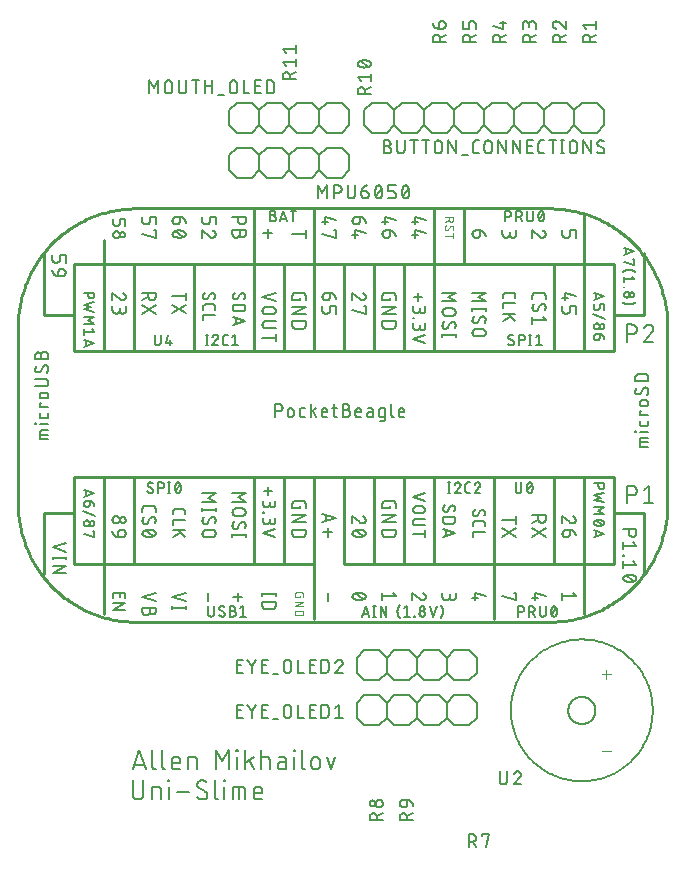
<source format=gbr>
G04 EAGLE Gerber RS-274X export*
G75*
%MOMM*%
%FSLAX34Y34*%
%LPD*%
%INSilkscreen Top*%
%IPPOS*%
%AMOC8*
5,1,8,0,0,1.08239X$1,22.5*%
G01*
%ADD10C,0.152400*%
%ADD11C,0.254000*%
%ADD12C,0.127000*%
%ADD13C,0.101600*%
%ADD14C,0.203200*%


D10*
X127762Y102362D02*
X133181Y118618D01*
X138599Y102362D01*
X137245Y106426D02*
X129117Y106426D01*
X144394Y105071D02*
X144394Y118618D01*
X144395Y105071D02*
X144397Y104970D01*
X144403Y104869D01*
X144412Y104768D01*
X144425Y104667D01*
X144442Y104567D01*
X144463Y104468D01*
X144487Y104370D01*
X144515Y104273D01*
X144547Y104176D01*
X144582Y104081D01*
X144621Y103988D01*
X144663Y103896D01*
X144709Y103805D01*
X144758Y103717D01*
X144810Y103630D01*
X144866Y103545D01*
X144924Y103462D01*
X144986Y103382D01*
X145051Y103304D01*
X145118Y103228D01*
X145188Y103155D01*
X145261Y103085D01*
X145337Y103018D01*
X145415Y102953D01*
X145495Y102891D01*
X145578Y102833D01*
X145663Y102777D01*
X145750Y102725D01*
X145838Y102676D01*
X145929Y102630D01*
X146021Y102588D01*
X146114Y102549D01*
X146209Y102514D01*
X146306Y102482D01*
X146403Y102454D01*
X146501Y102430D01*
X146600Y102409D01*
X146700Y102392D01*
X146801Y102379D01*
X146902Y102370D01*
X147003Y102364D01*
X147104Y102362D01*
X152731Y105071D02*
X152731Y118618D01*
X152731Y105071D02*
X152733Y104970D01*
X152739Y104869D01*
X152748Y104768D01*
X152761Y104667D01*
X152778Y104567D01*
X152799Y104468D01*
X152823Y104370D01*
X152851Y104273D01*
X152883Y104176D01*
X152918Y104081D01*
X152957Y103988D01*
X152999Y103896D01*
X153045Y103805D01*
X153094Y103717D01*
X153146Y103630D01*
X153202Y103545D01*
X153260Y103462D01*
X153322Y103382D01*
X153387Y103304D01*
X153454Y103228D01*
X153524Y103155D01*
X153597Y103085D01*
X153673Y103018D01*
X153751Y102953D01*
X153831Y102891D01*
X153914Y102833D01*
X153999Y102777D01*
X154086Y102725D01*
X154174Y102676D01*
X154265Y102630D01*
X154357Y102588D01*
X154450Y102549D01*
X154545Y102514D01*
X154642Y102482D01*
X154739Y102454D01*
X154837Y102430D01*
X154936Y102409D01*
X155036Y102392D01*
X155137Y102379D01*
X155238Y102370D01*
X155339Y102364D01*
X155440Y102362D01*
X163540Y102362D02*
X168056Y102362D01*
X163540Y102362D02*
X163439Y102364D01*
X163338Y102370D01*
X163237Y102379D01*
X163136Y102392D01*
X163036Y102409D01*
X162937Y102430D01*
X162839Y102454D01*
X162742Y102482D01*
X162645Y102514D01*
X162550Y102549D01*
X162457Y102588D01*
X162365Y102630D01*
X162274Y102676D01*
X162186Y102725D01*
X162099Y102777D01*
X162014Y102833D01*
X161931Y102891D01*
X161851Y102953D01*
X161773Y103018D01*
X161697Y103085D01*
X161624Y103155D01*
X161554Y103228D01*
X161487Y103304D01*
X161422Y103382D01*
X161360Y103462D01*
X161302Y103545D01*
X161246Y103630D01*
X161194Y103717D01*
X161145Y103805D01*
X161099Y103896D01*
X161057Y103988D01*
X161018Y104081D01*
X160983Y104176D01*
X160951Y104273D01*
X160923Y104370D01*
X160899Y104468D01*
X160878Y104567D01*
X160861Y104667D01*
X160848Y104768D01*
X160839Y104869D01*
X160833Y104970D01*
X160831Y105071D01*
X160831Y109587D01*
X160833Y109706D01*
X160839Y109826D01*
X160849Y109945D01*
X160863Y110063D01*
X160880Y110182D01*
X160902Y110299D01*
X160927Y110416D01*
X160957Y110531D01*
X160990Y110646D01*
X161027Y110760D01*
X161067Y110872D01*
X161112Y110983D01*
X161160Y111092D01*
X161211Y111200D01*
X161266Y111306D01*
X161325Y111410D01*
X161387Y111512D01*
X161452Y111612D01*
X161521Y111710D01*
X161593Y111806D01*
X161668Y111899D01*
X161745Y111989D01*
X161826Y112077D01*
X161910Y112162D01*
X161997Y112244D01*
X162086Y112324D01*
X162178Y112400D01*
X162272Y112474D01*
X162369Y112544D01*
X162467Y112611D01*
X162568Y112675D01*
X162672Y112735D01*
X162777Y112792D01*
X162884Y112845D01*
X162992Y112895D01*
X163102Y112941D01*
X163214Y112983D01*
X163327Y113022D01*
X163441Y113057D01*
X163556Y113088D01*
X163673Y113116D01*
X163790Y113139D01*
X163907Y113159D01*
X164026Y113175D01*
X164145Y113187D01*
X164264Y113195D01*
X164383Y113199D01*
X164503Y113199D01*
X164622Y113195D01*
X164741Y113187D01*
X164860Y113175D01*
X164979Y113159D01*
X165096Y113139D01*
X165213Y113116D01*
X165330Y113088D01*
X165445Y113057D01*
X165559Y113022D01*
X165672Y112983D01*
X165784Y112941D01*
X165894Y112895D01*
X166002Y112845D01*
X166109Y112792D01*
X166214Y112735D01*
X166318Y112675D01*
X166419Y112611D01*
X166517Y112544D01*
X166614Y112474D01*
X166708Y112400D01*
X166800Y112324D01*
X166889Y112244D01*
X166976Y112162D01*
X167060Y112077D01*
X167141Y111989D01*
X167218Y111899D01*
X167293Y111806D01*
X167365Y111710D01*
X167434Y111612D01*
X167499Y111512D01*
X167561Y111410D01*
X167620Y111306D01*
X167675Y111200D01*
X167726Y111092D01*
X167774Y110983D01*
X167819Y110872D01*
X167859Y110760D01*
X167896Y110646D01*
X167929Y110531D01*
X167959Y110416D01*
X167984Y110299D01*
X168006Y110182D01*
X168023Y110063D01*
X168037Y109945D01*
X168047Y109826D01*
X168053Y109706D01*
X168055Y109587D01*
X168056Y109587D02*
X168056Y107781D01*
X160831Y107781D01*
X174899Y102362D02*
X174899Y113199D01*
X179414Y113199D01*
X179518Y113197D01*
X179621Y113191D01*
X179725Y113181D01*
X179828Y113167D01*
X179930Y113149D01*
X180031Y113128D01*
X180132Y113102D01*
X180231Y113073D01*
X180330Y113040D01*
X180427Y113003D01*
X180522Y112962D01*
X180616Y112918D01*
X180708Y112870D01*
X180798Y112819D01*
X180887Y112764D01*
X180973Y112706D01*
X181056Y112644D01*
X181138Y112580D01*
X181216Y112512D01*
X181292Y112442D01*
X181366Y112369D01*
X181436Y112292D01*
X181504Y112214D01*
X181568Y112132D01*
X181630Y112049D01*
X181688Y111963D01*
X181743Y111874D01*
X181794Y111784D01*
X181842Y111692D01*
X181886Y111598D01*
X181927Y111503D01*
X181964Y111406D01*
X181997Y111307D01*
X182026Y111208D01*
X182052Y111107D01*
X182073Y111006D01*
X182091Y110904D01*
X182105Y110801D01*
X182115Y110697D01*
X182121Y110594D01*
X182123Y110490D01*
X182124Y110490D02*
X182124Y102362D01*
X198103Y102362D02*
X198103Y118618D01*
X203521Y109587D01*
X208940Y118618D01*
X208940Y102362D01*
X216026Y102362D02*
X216026Y113199D01*
X215575Y117715D02*
X215575Y118618D01*
X216478Y118618D01*
X216478Y117715D01*
X215575Y117715D01*
X223003Y118618D02*
X223003Y102362D01*
X223003Y107781D02*
X230228Y113199D01*
X226164Y110038D02*
X230228Y102362D01*
X236382Y102362D02*
X236382Y118618D01*
X236382Y113199D02*
X240897Y113199D01*
X241001Y113197D01*
X241104Y113191D01*
X241208Y113181D01*
X241311Y113167D01*
X241413Y113149D01*
X241514Y113128D01*
X241615Y113102D01*
X241714Y113073D01*
X241813Y113040D01*
X241910Y113003D01*
X242005Y112962D01*
X242099Y112918D01*
X242191Y112870D01*
X242281Y112819D01*
X242370Y112764D01*
X242456Y112706D01*
X242539Y112644D01*
X242621Y112580D01*
X242699Y112512D01*
X242775Y112442D01*
X242849Y112369D01*
X242919Y112292D01*
X242987Y112214D01*
X243051Y112132D01*
X243113Y112049D01*
X243171Y111963D01*
X243226Y111874D01*
X243277Y111784D01*
X243325Y111692D01*
X243369Y111598D01*
X243410Y111503D01*
X243447Y111406D01*
X243480Y111307D01*
X243509Y111208D01*
X243535Y111107D01*
X243556Y111006D01*
X243574Y110904D01*
X243588Y110801D01*
X243598Y110697D01*
X243604Y110594D01*
X243606Y110490D01*
X243606Y102362D01*
X253537Y108684D02*
X257601Y108684D01*
X253537Y108684D02*
X253425Y108682D01*
X253314Y108676D01*
X253203Y108666D01*
X253092Y108653D01*
X252982Y108635D01*
X252873Y108613D01*
X252764Y108588D01*
X252656Y108559D01*
X252550Y108526D01*
X252444Y108489D01*
X252340Y108449D01*
X252238Y108405D01*
X252137Y108357D01*
X252038Y108306D01*
X251940Y108251D01*
X251845Y108193D01*
X251752Y108132D01*
X251661Y108067D01*
X251572Y107999D01*
X251486Y107928D01*
X251403Y107855D01*
X251322Y107778D01*
X251243Y107698D01*
X251168Y107616D01*
X251096Y107531D01*
X251026Y107444D01*
X250960Y107354D01*
X250897Y107262D01*
X250837Y107167D01*
X250781Y107071D01*
X250728Y106973D01*
X250679Y106873D01*
X250633Y106771D01*
X250591Y106668D01*
X250552Y106563D01*
X250517Y106457D01*
X250486Y106350D01*
X250459Y106242D01*
X250435Y106133D01*
X250416Y106023D01*
X250400Y105913D01*
X250388Y105802D01*
X250380Y105690D01*
X250376Y105579D01*
X250376Y105467D01*
X250380Y105356D01*
X250388Y105244D01*
X250400Y105133D01*
X250416Y105023D01*
X250435Y104913D01*
X250459Y104804D01*
X250486Y104696D01*
X250517Y104589D01*
X250552Y104483D01*
X250591Y104378D01*
X250633Y104275D01*
X250679Y104173D01*
X250728Y104073D01*
X250781Y103975D01*
X250837Y103879D01*
X250897Y103784D01*
X250960Y103692D01*
X251026Y103602D01*
X251096Y103515D01*
X251168Y103430D01*
X251243Y103348D01*
X251322Y103268D01*
X251403Y103191D01*
X251486Y103118D01*
X251572Y103047D01*
X251661Y102979D01*
X251752Y102914D01*
X251845Y102853D01*
X251940Y102795D01*
X252038Y102740D01*
X252137Y102689D01*
X252238Y102641D01*
X252340Y102597D01*
X252444Y102557D01*
X252550Y102520D01*
X252656Y102487D01*
X252764Y102458D01*
X252873Y102433D01*
X252982Y102411D01*
X253092Y102393D01*
X253203Y102380D01*
X253314Y102370D01*
X253425Y102364D01*
X253537Y102362D01*
X257601Y102362D01*
X257601Y110490D01*
X257599Y110591D01*
X257593Y110692D01*
X257584Y110793D01*
X257571Y110894D01*
X257554Y110994D01*
X257533Y111093D01*
X257509Y111191D01*
X257481Y111288D01*
X257449Y111385D01*
X257414Y111480D01*
X257375Y111573D01*
X257333Y111665D01*
X257287Y111756D01*
X257238Y111845D01*
X257186Y111931D01*
X257130Y112016D01*
X257072Y112099D01*
X257010Y112179D01*
X256945Y112257D01*
X256878Y112333D01*
X256808Y112406D01*
X256735Y112476D01*
X256659Y112543D01*
X256581Y112608D01*
X256501Y112670D01*
X256418Y112728D01*
X256333Y112784D01*
X256247Y112836D01*
X256158Y112885D01*
X256067Y112931D01*
X255975Y112973D01*
X255882Y113012D01*
X255787Y113047D01*
X255690Y113079D01*
X255593Y113107D01*
X255495Y113131D01*
X255396Y113152D01*
X255296Y113169D01*
X255195Y113182D01*
X255094Y113191D01*
X254993Y113197D01*
X254892Y113199D01*
X251279Y113199D01*
X264483Y113199D02*
X264483Y102362D01*
X264031Y117715D02*
X264031Y118618D01*
X264934Y118618D01*
X264934Y117715D01*
X264031Y117715D01*
X271007Y118618D02*
X271007Y105071D01*
X271009Y104970D01*
X271015Y104869D01*
X271024Y104768D01*
X271037Y104667D01*
X271054Y104567D01*
X271075Y104468D01*
X271099Y104370D01*
X271127Y104273D01*
X271159Y104176D01*
X271194Y104081D01*
X271233Y103988D01*
X271275Y103896D01*
X271321Y103805D01*
X271370Y103717D01*
X271422Y103630D01*
X271478Y103545D01*
X271536Y103462D01*
X271598Y103382D01*
X271663Y103304D01*
X271730Y103228D01*
X271800Y103155D01*
X271873Y103085D01*
X271949Y103018D01*
X272027Y102953D01*
X272107Y102891D01*
X272190Y102833D01*
X272275Y102777D01*
X272362Y102725D01*
X272450Y102676D01*
X272541Y102630D01*
X272633Y102588D01*
X272726Y102549D01*
X272821Y102514D01*
X272918Y102482D01*
X273015Y102454D01*
X273113Y102430D01*
X273212Y102409D01*
X273312Y102392D01*
X273413Y102379D01*
X273514Y102370D01*
X273615Y102364D01*
X273716Y102362D01*
X279107Y105974D02*
X279107Y109587D01*
X279109Y109706D01*
X279115Y109826D01*
X279125Y109945D01*
X279139Y110063D01*
X279156Y110182D01*
X279178Y110299D01*
X279203Y110416D01*
X279233Y110531D01*
X279266Y110646D01*
X279303Y110760D01*
X279343Y110872D01*
X279388Y110983D01*
X279436Y111092D01*
X279487Y111200D01*
X279542Y111306D01*
X279601Y111410D01*
X279663Y111512D01*
X279728Y111612D01*
X279797Y111710D01*
X279869Y111806D01*
X279944Y111899D01*
X280021Y111989D01*
X280102Y112077D01*
X280186Y112162D01*
X280273Y112244D01*
X280362Y112324D01*
X280454Y112400D01*
X280548Y112474D01*
X280645Y112544D01*
X280743Y112611D01*
X280844Y112675D01*
X280948Y112735D01*
X281053Y112792D01*
X281160Y112845D01*
X281268Y112895D01*
X281378Y112941D01*
X281490Y112983D01*
X281603Y113022D01*
X281717Y113057D01*
X281832Y113088D01*
X281949Y113116D01*
X282066Y113139D01*
X282183Y113159D01*
X282302Y113175D01*
X282421Y113187D01*
X282540Y113195D01*
X282659Y113199D01*
X282779Y113199D01*
X282898Y113195D01*
X283017Y113187D01*
X283136Y113175D01*
X283255Y113159D01*
X283372Y113139D01*
X283489Y113116D01*
X283606Y113088D01*
X283721Y113057D01*
X283835Y113022D01*
X283948Y112983D01*
X284060Y112941D01*
X284170Y112895D01*
X284278Y112845D01*
X284385Y112792D01*
X284490Y112735D01*
X284594Y112675D01*
X284695Y112611D01*
X284793Y112544D01*
X284890Y112474D01*
X284984Y112400D01*
X285076Y112324D01*
X285165Y112244D01*
X285252Y112162D01*
X285336Y112077D01*
X285417Y111989D01*
X285494Y111899D01*
X285569Y111806D01*
X285641Y111710D01*
X285710Y111612D01*
X285775Y111512D01*
X285837Y111410D01*
X285896Y111306D01*
X285951Y111200D01*
X286002Y111092D01*
X286050Y110983D01*
X286095Y110872D01*
X286135Y110760D01*
X286172Y110646D01*
X286205Y110531D01*
X286235Y110416D01*
X286260Y110299D01*
X286282Y110182D01*
X286299Y110063D01*
X286313Y109945D01*
X286323Y109826D01*
X286329Y109706D01*
X286331Y109587D01*
X286332Y109587D02*
X286332Y105974D01*
X286331Y105974D02*
X286329Y105855D01*
X286323Y105735D01*
X286313Y105616D01*
X286299Y105498D01*
X286282Y105379D01*
X286260Y105262D01*
X286235Y105145D01*
X286205Y105030D01*
X286172Y104915D01*
X286135Y104801D01*
X286095Y104689D01*
X286050Y104578D01*
X286002Y104469D01*
X285951Y104361D01*
X285896Y104255D01*
X285837Y104151D01*
X285775Y104049D01*
X285710Y103949D01*
X285641Y103851D01*
X285569Y103755D01*
X285494Y103662D01*
X285417Y103572D01*
X285336Y103484D01*
X285252Y103399D01*
X285165Y103317D01*
X285076Y103237D01*
X284984Y103161D01*
X284890Y103087D01*
X284793Y103017D01*
X284695Y102950D01*
X284594Y102886D01*
X284490Y102826D01*
X284385Y102769D01*
X284278Y102716D01*
X284170Y102666D01*
X284060Y102620D01*
X283948Y102578D01*
X283835Y102539D01*
X283721Y102504D01*
X283606Y102473D01*
X283489Y102445D01*
X283372Y102422D01*
X283255Y102402D01*
X283136Y102386D01*
X283017Y102374D01*
X282898Y102366D01*
X282779Y102362D01*
X282659Y102362D01*
X282540Y102366D01*
X282421Y102374D01*
X282302Y102386D01*
X282183Y102402D01*
X282066Y102422D01*
X281949Y102445D01*
X281832Y102473D01*
X281717Y102504D01*
X281603Y102539D01*
X281490Y102578D01*
X281378Y102620D01*
X281268Y102666D01*
X281160Y102716D01*
X281053Y102769D01*
X280948Y102826D01*
X280844Y102886D01*
X280743Y102950D01*
X280645Y103017D01*
X280548Y103087D01*
X280454Y103161D01*
X280362Y103237D01*
X280273Y103317D01*
X280186Y103399D01*
X280102Y103484D01*
X280021Y103572D01*
X279944Y103662D01*
X279869Y103755D01*
X279797Y103851D01*
X279728Y103949D01*
X279663Y104049D01*
X279601Y104151D01*
X279542Y104255D01*
X279487Y104361D01*
X279436Y104469D01*
X279388Y104578D01*
X279343Y104689D01*
X279303Y104801D01*
X279266Y104915D01*
X279233Y105030D01*
X279203Y105145D01*
X279178Y105262D01*
X279156Y105379D01*
X279139Y105498D01*
X279125Y105616D01*
X279115Y105735D01*
X279109Y105855D01*
X279107Y105974D01*
X292133Y113199D02*
X295745Y102362D01*
X299358Y113199D01*
X127762Y93218D02*
X127762Y81478D01*
X127764Y81345D01*
X127770Y81213D01*
X127780Y81081D01*
X127793Y80949D01*
X127811Y80817D01*
X127832Y80687D01*
X127857Y80556D01*
X127886Y80427D01*
X127919Y80299D01*
X127955Y80171D01*
X127995Y80045D01*
X128039Y79920D01*
X128087Y79796D01*
X128138Y79674D01*
X128193Y79553D01*
X128251Y79434D01*
X128313Y79316D01*
X128378Y79201D01*
X128447Y79087D01*
X128518Y78976D01*
X128594Y78867D01*
X128672Y78760D01*
X128753Y78655D01*
X128838Y78553D01*
X128925Y78453D01*
X129015Y78356D01*
X129108Y78261D01*
X129204Y78170D01*
X129302Y78081D01*
X129403Y77995D01*
X129507Y77912D01*
X129613Y77832D01*
X129721Y77756D01*
X129831Y77682D01*
X129944Y77612D01*
X130058Y77545D01*
X130175Y77482D01*
X130293Y77422D01*
X130413Y77365D01*
X130535Y77312D01*
X130658Y77263D01*
X130782Y77217D01*
X130908Y77175D01*
X131035Y77137D01*
X131163Y77102D01*
X131292Y77071D01*
X131421Y77044D01*
X131552Y77021D01*
X131683Y77001D01*
X131815Y76986D01*
X131947Y76974D01*
X132079Y76966D01*
X132212Y76962D01*
X132344Y76962D01*
X132477Y76966D01*
X132609Y76974D01*
X132741Y76986D01*
X132873Y77001D01*
X133004Y77021D01*
X133135Y77044D01*
X133264Y77071D01*
X133393Y77102D01*
X133521Y77137D01*
X133648Y77175D01*
X133774Y77217D01*
X133898Y77263D01*
X134021Y77312D01*
X134143Y77365D01*
X134263Y77422D01*
X134381Y77482D01*
X134498Y77545D01*
X134612Y77612D01*
X134725Y77682D01*
X134835Y77756D01*
X134943Y77832D01*
X135049Y77912D01*
X135153Y77995D01*
X135254Y78081D01*
X135352Y78170D01*
X135448Y78261D01*
X135541Y78356D01*
X135631Y78453D01*
X135718Y78553D01*
X135803Y78655D01*
X135884Y78760D01*
X135962Y78867D01*
X136038Y78976D01*
X136109Y79087D01*
X136178Y79201D01*
X136243Y79316D01*
X136305Y79434D01*
X136363Y79553D01*
X136418Y79674D01*
X136469Y79796D01*
X136517Y79920D01*
X136561Y80045D01*
X136601Y80171D01*
X136637Y80299D01*
X136670Y80427D01*
X136699Y80556D01*
X136724Y80687D01*
X136745Y80817D01*
X136763Y80949D01*
X136776Y81081D01*
X136786Y81213D01*
X136792Y81345D01*
X136794Y81478D01*
X136793Y81478D02*
X136793Y93218D01*
X144296Y87799D02*
X144296Y76962D01*
X144296Y87799D02*
X148812Y87799D01*
X148916Y87797D01*
X149019Y87791D01*
X149123Y87781D01*
X149226Y87767D01*
X149328Y87749D01*
X149429Y87728D01*
X149530Y87702D01*
X149629Y87673D01*
X149728Y87640D01*
X149825Y87603D01*
X149920Y87562D01*
X150014Y87518D01*
X150106Y87470D01*
X150196Y87419D01*
X150285Y87364D01*
X150371Y87306D01*
X150454Y87244D01*
X150536Y87180D01*
X150614Y87112D01*
X150690Y87042D01*
X150764Y86969D01*
X150834Y86892D01*
X150902Y86814D01*
X150966Y86732D01*
X151028Y86649D01*
X151086Y86563D01*
X151141Y86474D01*
X151192Y86384D01*
X151240Y86292D01*
X151284Y86198D01*
X151325Y86103D01*
X151362Y86006D01*
X151395Y85907D01*
X151424Y85808D01*
X151450Y85707D01*
X151471Y85606D01*
X151489Y85504D01*
X151503Y85401D01*
X151513Y85297D01*
X151519Y85194D01*
X151521Y85090D01*
X151521Y76962D01*
X158330Y76962D02*
X158330Y87799D01*
X157878Y92315D02*
X157878Y93218D01*
X158781Y93218D01*
X158781Y92315D01*
X157878Y92315D01*
X164895Y83284D02*
X175732Y83284D01*
X187369Y76962D02*
X187487Y76964D01*
X187605Y76970D01*
X187723Y76979D01*
X187840Y76993D01*
X187957Y77010D01*
X188074Y77031D01*
X188189Y77056D01*
X188304Y77085D01*
X188418Y77118D01*
X188530Y77154D01*
X188641Y77194D01*
X188751Y77237D01*
X188860Y77284D01*
X188967Y77334D01*
X189072Y77389D01*
X189175Y77446D01*
X189276Y77507D01*
X189376Y77571D01*
X189473Y77638D01*
X189568Y77708D01*
X189660Y77782D01*
X189751Y77858D01*
X189838Y77938D01*
X189923Y78020D01*
X190005Y78105D01*
X190085Y78192D01*
X190161Y78283D01*
X190235Y78375D01*
X190305Y78470D01*
X190372Y78567D01*
X190436Y78667D01*
X190497Y78768D01*
X190554Y78871D01*
X190609Y78976D01*
X190659Y79083D01*
X190706Y79192D01*
X190749Y79302D01*
X190789Y79413D01*
X190825Y79525D01*
X190858Y79639D01*
X190887Y79754D01*
X190912Y79869D01*
X190933Y79986D01*
X190950Y80103D01*
X190964Y80220D01*
X190973Y80338D01*
X190979Y80456D01*
X190981Y80574D01*
X187369Y76962D02*
X187186Y76964D01*
X187004Y76971D01*
X186822Y76982D01*
X186640Y76997D01*
X186458Y77017D01*
X186277Y77040D01*
X186097Y77069D01*
X185917Y77101D01*
X185738Y77138D01*
X185561Y77179D01*
X185384Y77225D01*
X185208Y77274D01*
X185034Y77328D01*
X184860Y77386D01*
X184689Y77448D01*
X184519Y77514D01*
X184350Y77585D01*
X184183Y77659D01*
X184018Y77737D01*
X183855Y77819D01*
X183694Y77905D01*
X183535Y77995D01*
X183378Y78089D01*
X183224Y78186D01*
X183072Y78287D01*
X182922Y78392D01*
X182775Y78500D01*
X182631Y78611D01*
X182489Y78726D01*
X182350Y78845D01*
X182214Y78967D01*
X182081Y79092D01*
X181951Y79220D01*
X182402Y89606D02*
X182404Y89724D01*
X182410Y89842D01*
X182419Y89960D01*
X182433Y90077D01*
X182450Y90194D01*
X182471Y90311D01*
X182496Y90426D01*
X182525Y90541D01*
X182558Y90655D01*
X182594Y90767D01*
X182634Y90878D01*
X182677Y90988D01*
X182724Y91097D01*
X182774Y91204D01*
X182829Y91309D01*
X182886Y91412D01*
X182947Y91513D01*
X183011Y91613D01*
X183078Y91710D01*
X183148Y91805D01*
X183222Y91897D01*
X183298Y91988D01*
X183378Y92075D01*
X183460Y92160D01*
X183545Y92242D01*
X183632Y92322D01*
X183723Y92398D01*
X183815Y92472D01*
X183910Y92542D01*
X184007Y92609D01*
X184107Y92673D01*
X184208Y92734D01*
X184311Y92792D01*
X184416Y92846D01*
X184523Y92896D01*
X184632Y92943D01*
X184742Y92987D01*
X184853Y93026D01*
X184966Y93062D01*
X185079Y93095D01*
X185194Y93124D01*
X185309Y93149D01*
X185426Y93170D01*
X185543Y93187D01*
X185660Y93201D01*
X185778Y93210D01*
X185896Y93216D01*
X186014Y93218D01*
X186175Y93216D01*
X186337Y93210D01*
X186498Y93201D01*
X186659Y93187D01*
X186819Y93170D01*
X186979Y93149D01*
X187139Y93124D01*
X187298Y93095D01*
X187456Y93063D01*
X187613Y93027D01*
X187769Y92987D01*
X187925Y92943D01*
X188079Y92895D01*
X188232Y92844D01*
X188384Y92790D01*
X188535Y92731D01*
X188684Y92670D01*
X188831Y92604D01*
X188977Y92535D01*
X189122Y92463D01*
X189264Y92387D01*
X189405Y92308D01*
X189544Y92226D01*
X189680Y92140D01*
X189815Y92051D01*
X189948Y91959D01*
X190078Y91863D01*
X184208Y86445D02*
X184107Y86507D01*
X184007Y86572D01*
X183910Y86641D01*
X183815Y86713D01*
X183722Y86787D01*
X183632Y86865D01*
X183544Y86946D01*
X183459Y87029D01*
X183377Y87115D01*
X183298Y87204D01*
X183221Y87295D01*
X183148Y87389D01*
X183077Y87485D01*
X183010Y87583D01*
X182946Y87683D01*
X182885Y87786D01*
X182828Y87890D01*
X182774Y87996D01*
X182724Y88104D01*
X182677Y88213D01*
X182633Y88324D01*
X182593Y88436D01*
X182557Y88550D01*
X182525Y88664D01*
X182496Y88780D01*
X182471Y88896D01*
X182450Y89013D01*
X182433Y89131D01*
X182419Y89249D01*
X182410Y89368D01*
X182404Y89487D01*
X182402Y89606D01*
X189175Y83735D02*
X189276Y83673D01*
X189376Y83608D01*
X189473Y83539D01*
X189568Y83467D01*
X189661Y83393D01*
X189751Y83315D01*
X189839Y83234D01*
X189924Y83151D01*
X190006Y83065D01*
X190085Y82976D01*
X190162Y82885D01*
X190235Y82791D01*
X190306Y82695D01*
X190373Y82597D01*
X190437Y82497D01*
X190498Y82394D01*
X190555Y82290D01*
X190609Y82184D01*
X190659Y82076D01*
X190706Y81967D01*
X190750Y81856D01*
X190790Y81744D01*
X190826Y81630D01*
X190858Y81516D01*
X190887Y81400D01*
X190912Y81284D01*
X190933Y81167D01*
X190950Y81049D01*
X190964Y80931D01*
X190973Y80812D01*
X190979Y80693D01*
X190981Y80574D01*
X189175Y83735D02*
X184208Y86445D01*
X197158Y93218D02*
X197158Y79671D01*
X197159Y79671D02*
X197161Y79570D01*
X197167Y79469D01*
X197176Y79368D01*
X197189Y79267D01*
X197206Y79167D01*
X197227Y79068D01*
X197251Y78970D01*
X197279Y78873D01*
X197311Y78776D01*
X197346Y78681D01*
X197385Y78588D01*
X197427Y78496D01*
X197473Y78405D01*
X197522Y78317D01*
X197574Y78230D01*
X197630Y78145D01*
X197688Y78062D01*
X197750Y77982D01*
X197815Y77904D01*
X197882Y77828D01*
X197952Y77755D01*
X198025Y77685D01*
X198101Y77618D01*
X198179Y77553D01*
X198259Y77491D01*
X198342Y77433D01*
X198427Y77377D01*
X198514Y77325D01*
X198602Y77276D01*
X198693Y77230D01*
X198785Y77188D01*
X198878Y77149D01*
X198973Y77114D01*
X199070Y77082D01*
X199167Y77054D01*
X199265Y77030D01*
X199364Y77009D01*
X199464Y76992D01*
X199565Y76979D01*
X199666Y76970D01*
X199767Y76964D01*
X199868Y76962D01*
X205223Y76962D02*
X205223Y87799D01*
X204772Y92315D02*
X204772Y93218D01*
X205675Y93218D01*
X205675Y92315D01*
X204772Y92315D01*
X212310Y87799D02*
X212310Y76962D01*
X212310Y87799D02*
X220438Y87799D01*
X220539Y87797D01*
X220640Y87791D01*
X220741Y87782D01*
X220842Y87769D01*
X220942Y87752D01*
X221041Y87731D01*
X221139Y87707D01*
X221236Y87679D01*
X221333Y87647D01*
X221428Y87612D01*
X221521Y87573D01*
X221613Y87531D01*
X221704Y87485D01*
X221793Y87436D01*
X221879Y87384D01*
X221964Y87328D01*
X222047Y87270D01*
X222127Y87208D01*
X222205Y87143D01*
X222281Y87076D01*
X222354Y87006D01*
X222424Y86933D01*
X222491Y86857D01*
X222556Y86779D01*
X222618Y86699D01*
X222676Y86616D01*
X222732Y86531D01*
X222784Y86445D01*
X222833Y86356D01*
X222879Y86265D01*
X222921Y86173D01*
X222960Y86080D01*
X222995Y85985D01*
X223027Y85888D01*
X223055Y85791D01*
X223079Y85693D01*
X223100Y85594D01*
X223117Y85494D01*
X223130Y85393D01*
X223139Y85292D01*
X223145Y85191D01*
X223147Y85090D01*
X223147Y76962D01*
X217728Y76962D02*
X217728Y87799D01*
X232977Y76962D02*
X237493Y76962D01*
X232977Y76962D02*
X232876Y76964D01*
X232775Y76970D01*
X232674Y76979D01*
X232573Y76992D01*
X232473Y77009D01*
X232374Y77030D01*
X232276Y77054D01*
X232179Y77082D01*
X232082Y77114D01*
X231987Y77149D01*
X231894Y77188D01*
X231802Y77230D01*
X231711Y77276D01*
X231623Y77325D01*
X231536Y77377D01*
X231451Y77433D01*
X231368Y77491D01*
X231288Y77553D01*
X231210Y77618D01*
X231134Y77685D01*
X231061Y77755D01*
X230991Y77828D01*
X230924Y77904D01*
X230859Y77982D01*
X230797Y78062D01*
X230739Y78145D01*
X230683Y78230D01*
X230631Y78317D01*
X230582Y78405D01*
X230536Y78496D01*
X230494Y78588D01*
X230455Y78681D01*
X230420Y78776D01*
X230388Y78873D01*
X230360Y78970D01*
X230336Y79068D01*
X230315Y79167D01*
X230298Y79267D01*
X230285Y79368D01*
X230276Y79469D01*
X230270Y79570D01*
X230268Y79671D01*
X230268Y84187D01*
X230269Y84187D02*
X230271Y84306D01*
X230277Y84426D01*
X230287Y84545D01*
X230301Y84663D01*
X230318Y84782D01*
X230340Y84899D01*
X230365Y85016D01*
X230395Y85131D01*
X230428Y85246D01*
X230465Y85360D01*
X230505Y85472D01*
X230550Y85583D01*
X230598Y85692D01*
X230649Y85800D01*
X230704Y85906D01*
X230763Y86010D01*
X230825Y86112D01*
X230890Y86212D01*
X230959Y86310D01*
X231031Y86406D01*
X231106Y86499D01*
X231183Y86589D01*
X231264Y86677D01*
X231348Y86762D01*
X231435Y86844D01*
X231524Y86924D01*
X231616Y87000D01*
X231710Y87074D01*
X231807Y87144D01*
X231905Y87211D01*
X232006Y87275D01*
X232110Y87335D01*
X232215Y87392D01*
X232322Y87445D01*
X232430Y87495D01*
X232540Y87541D01*
X232652Y87583D01*
X232765Y87622D01*
X232879Y87657D01*
X232994Y87688D01*
X233111Y87716D01*
X233228Y87739D01*
X233345Y87759D01*
X233464Y87775D01*
X233583Y87787D01*
X233702Y87795D01*
X233821Y87799D01*
X233941Y87799D01*
X234060Y87795D01*
X234179Y87787D01*
X234298Y87775D01*
X234417Y87759D01*
X234534Y87739D01*
X234651Y87716D01*
X234768Y87688D01*
X234883Y87657D01*
X234997Y87622D01*
X235110Y87583D01*
X235222Y87541D01*
X235332Y87495D01*
X235440Y87445D01*
X235547Y87392D01*
X235652Y87335D01*
X235756Y87275D01*
X235857Y87211D01*
X235955Y87144D01*
X236052Y87074D01*
X236146Y87000D01*
X236238Y86924D01*
X236327Y86844D01*
X236414Y86762D01*
X236498Y86677D01*
X236579Y86589D01*
X236656Y86499D01*
X236731Y86406D01*
X236803Y86310D01*
X236872Y86212D01*
X236937Y86112D01*
X236999Y86010D01*
X237058Y85906D01*
X237113Y85800D01*
X237164Y85692D01*
X237212Y85583D01*
X237257Y85472D01*
X237297Y85360D01*
X237334Y85246D01*
X237367Y85131D01*
X237397Y85016D01*
X237422Y84899D01*
X237444Y84782D01*
X237461Y84663D01*
X237475Y84545D01*
X237485Y84426D01*
X237491Y84306D01*
X237493Y84187D01*
X237493Y82381D01*
X230268Y82381D01*
D11*
X130480Y577330D02*
X480480Y577330D01*
X130480Y577330D02*
X128064Y577301D01*
X125649Y577213D01*
X123237Y577067D01*
X120829Y576863D01*
X118426Y576601D01*
X116031Y576281D01*
X113644Y575903D01*
X111267Y575467D01*
X108902Y574974D01*
X106548Y574424D01*
X104209Y573818D01*
X101885Y573155D01*
X99578Y572436D01*
X97289Y571661D01*
X95020Y570832D01*
X92771Y569947D01*
X90544Y569009D01*
X88340Y568017D01*
X86161Y566973D01*
X84008Y565876D01*
X81882Y564727D01*
X79784Y563527D01*
X77716Y562277D01*
X75679Y560977D01*
X73674Y559628D01*
X71701Y558232D01*
X69764Y556788D01*
X67861Y555297D01*
X65996Y553762D01*
X64168Y552181D01*
X62378Y550557D01*
X60629Y548890D01*
X58920Y547181D01*
X57253Y545432D01*
X55629Y543642D01*
X54048Y541814D01*
X52513Y539949D01*
X51022Y538046D01*
X49578Y536109D01*
X48182Y534136D01*
X46833Y532131D01*
X45533Y530094D01*
X44283Y528026D01*
X43083Y525928D01*
X41934Y523802D01*
X40837Y521649D01*
X39793Y519470D01*
X38801Y517266D01*
X37863Y515039D01*
X36978Y512790D01*
X36149Y510521D01*
X35374Y508232D01*
X34655Y505925D01*
X33992Y503601D01*
X33386Y501262D01*
X32836Y498908D01*
X32343Y496543D01*
X31907Y494166D01*
X31529Y491779D01*
X31209Y489384D01*
X30947Y486981D01*
X30743Y484573D01*
X30597Y482161D01*
X30509Y479746D01*
X30480Y477330D01*
X30480Y327330D01*
X30509Y324914D01*
X30597Y322499D01*
X30743Y320087D01*
X30947Y317679D01*
X31209Y315276D01*
X31529Y312881D01*
X31907Y310494D01*
X32343Y308117D01*
X32836Y305752D01*
X33386Y303398D01*
X33992Y301059D01*
X34655Y298735D01*
X35374Y296428D01*
X36149Y294139D01*
X36978Y291870D01*
X37863Y289621D01*
X38801Y287394D01*
X39793Y285190D01*
X40837Y283011D01*
X41934Y280858D01*
X43083Y278732D01*
X44283Y276634D01*
X45533Y274566D01*
X46833Y272529D01*
X48182Y270524D01*
X49578Y268551D01*
X51022Y266614D01*
X52513Y264711D01*
X54048Y262846D01*
X55629Y261018D01*
X57253Y259228D01*
X58920Y257479D01*
X60629Y255770D01*
X62378Y254103D01*
X64168Y252479D01*
X65996Y250898D01*
X67861Y249363D01*
X69764Y247872D01*
X71701Y246428D01*
X73674Y245032D01*
X75679Y243683D01*
X77716Y242383D01*
X79784Y241133D01*
X81882Y239933D01*
X84008Y238784D01*
X86161Y237687D01*
X88340Y236643D01*
X90544Y235651D01*
X92771Y234713D01*
X95020Y233828D01*
X97289Y232999D01*
X99578Y232224D01*
X101885Y231505D01*
X104209Y230842D01*
X106548Y230236D01*
X108902Y229686D01*
X111267Y229193D01*
X113644Y228757D01*
X116031Y228379D01*
X118426Y228059D01*
X120829Y227797D01*
X123237Y227593D01*
X125649Y227447D01*
X128064Y227359D01*
X130480Y227330D01*
X480480Y227330D01*
X482896Y227359D01*
X485311Y227447D01*
X487723Y227593D01*
X490131Y227797D01*
X492534Y228059D01*
X494929Y228379D01*
X497316Y228757D01*
X499693Y229193D01*
X502058Y229686D01*
X504412Y230236D01*
X506751Y230842D01*
X509075Y231505D01*
X511382Y232224D01*
X513671Y232999D01*
X515940Y233828D01*
X518189Y234713D01*
X520416Y235651D01*
X522620Y236643D01*
X524799Y237687D01*
X526952Y238784D01*
X529078Y239933D01*
X531176Y241133D01*
X533244Y242383D01*
X535281Y243683D01*
X537286Y245032D01*
X539259Y246428D01*
X541196Y247872D01*
X543099Y249363D01*
X544964Y250898D01*
X546792Y252479D01*
X548582Y254103D01*
X550331Y255770D01*
X552040Y257479D01*
X553707Y259228D01*
X555331Y261018D01*
X556912Y262846D01*
X558447Y264711D01*
X559938Y266614D01*
X561382Y268551D01*
X562778Y270524D01*
X564127Y272529D01*
X565427Y274566D01*
X566677Y276634D01*
X567877Y278732D01*
X569026Y280858D01*
X570123Y283011D01*
X571167Y285190D01*
X572159Y287394D01*
X573097Y289621D01*
X573982Y291870D01*
X574811Y294139D01*
X575586Y296428D01*
X576305Y298735D01*
X576968Y301059D01*
X577574Y303398D01*
X578124Y305752D01*
X578617Y308117D01*
X579053Y310494D01*
X579431Y312881D01*
X579751Y315276D01*
X580013Y317679D01*
X580217Y320087D01*
X580363Y322499D01*
X580451Y324914D01*
X580480Y327330D01*
X580480Y477330D01*
X580451Y479746D01*
X580363Y482161D01*
X580217Y484573D01*
X580013Y486981D01*
X579751Y489384D01*
X579431Y491779D01*
X579053Y494166D01*
X578617Y496543D01*
X578124Y498908D01*
X577574Y501262D01*
X576968Y503601D01*
X576305Y505925D01*
X575586Y508232D01*
X574811Y510521D01*
X573982Y512790D01*
X573097Y515039D01*
X572159Y517266D01*
X571167Y519470D01*
X570123Y521649D01*
X569026Y523802D01*
X567877Y525928D01*
X566677Y528026D01*
X565427Y530094D01*
X564127Y532131D01*
X562778Y534136D01*
X561382Y536109D01*
X559938Y538046D01*
X558447Y539949D01*
X556912Y541814D01*
X555331Y543642D01*
X553707Y545432D01*
X552040Y547181D01*
X550331Y548890D01*
X548582Y550557D01*
X546792Y552181D01*
X544964Y553762D01*
X543099Y555297D01*
X541196Y556788D01*
X539259Y558232D01*
X537286Y559628D01*
X535281Y560977D01*
X533244Y562277D01*
X531176Y563527D01*
X529078Y564727D01*
X526952Y565876D01*
X524799Y566973D01*
X522620Y568017D01*
X520416Y569009D01*
X518189Y569947D01*
X515940Y570832D01*
X513671Y571661D01*
X511382Y572436D01*
X509075Y573155D01*
X506751Y573818D01*
X504412Y574424D01*
X502058Y574974D01*
X499693Y575467D01*
X497316Y575903D01*
X494929Y576281D01*
X492534Y576601D01*
X490131Y576863D01*
X487723Y577067D01*
X485311Y577213D01*
X482896Y577301D01*
X480480Y577330D01*
D10*
X248412Y411988D02*
X248412Y400812D01*
X248412Y411988D02*
X251516Y411988D01*
X251627Y411986D01*
X251737Y411980D01*
X251848Y411970D01*
X251958Y411956D01*
X252067Y411939D01*
X252176Y411917D01*
X252284Y411892D01*
X252390Y411862D01*
X252496Y411829D01*
X252601Y411792D01*
X252704Y411752D01*
X252805Y411707D01*
X252905Y411660D01*
X253004Y411608D01*
X253100Y411553D01*
X253194Y411495D01*
X253286Y411434D01*
X253376Y411369D01*
X253464Y411301D01*
X253549Y411230D01*
X253631Y411156D01*
X253711Y411079D01*
X253788Y410999D01*
X253862Y410917D01*
X253933Y410832D01*
X254001Y410744D01*
X254066Y410654D01*
X254127Y410562D01*
X254185Y410468D01*
X254240Y410372D01*
X254292Y410273D01*
X254339Y410173D01*
X254384Y410072D01*
X254424Y409969D01*
X254461Y409864D01*
X254494Y409758D01*
X254524Y409652D01*
X254549Y409544D01*
X254571Y409435D01*
X254588Y409326D01*
X254602Y409216D01*
X254612Y409105D01*
X254618Y408995D01*
X254620Y408884D01*
X254618Y408773D01*
X254612Y408663D01*
X254602Y408552D01*
X254588Y408442D01*
X254571Y408333D01*
X254549Y408224D01*
X254524Y408116D01*
X254494Y408010D01*
X254461Y407904D01*
X254424Y407799D01*
X254384Y407696D01*
X254339Y407595D01*
X254292Y407495D01*
X254240Y407396D01*
X254185Y407300D01*
X254127Y407206D01*
X254066Y407114D01*
X254001Y407024D01*
X253933Y406936D01*
X253862Y406851D01*
X253788Y406769D01*
X253711Y406689D01*
X253631Y406612D01*
X253549Y406538D01*
X253464Y406467D01*
X253376Y406399D01*
X253286Y406334D01*
X253194Y406273D01*
X253100Y406215D01*
X253004Y406160D01*
X252905Y406108D01*
X252805Y406061D01*
X252704Y406016D01*
X252601Y405976D01*
X252496Y405939D01*
X252390Y405906D01*
X252284Y405876D01*
X252176Y405851D01*
X252067Y405829D01*
X251958Y405812D01*
X251848Y405798D01*
X251737Y405788D01*
X251627Y405782D01*
X251516Y405780D01*
X251516Y405779D02*
X248412Y405779D01*
X259108Y405779D02*
X259108Y403296D01*
X259108Y405779D02*
X259110Y405878D01*
X259116Y405976D01*
X259126Y406075D01*
X259139Y406172D01*
X259157Y406270D01*
X259178Y406366D01*
X259204Y406462D01*
X259233Y406556D01*
X259265Y406649D01*
X259302Y406741D01*
X259342Y406831D01*
X259386Y406920D01*
X259433Y407007D01*
X259483Y407092D01*
X259537Y407174D01*
X259594Y407255D01*
X259654Y407333D01*
X259718Y407409D01*
X259784Y407482D01*
X259853Y407553D01*
X259925Y407621D01*
X260000Y407685D01*
X260077Y407747D01*
X260156Y407806D01*
X260238Y407861D01*
X260322Y407914D01*
X260407Y407962D01*
X260495Y408008D01*
X260585Y408050D01*
X260676Y408088D01*
X260768Y408122D01*
X260862Y408153D01*
X260957Y408180D01*
X261053Y408204D01*
X261150Y408223D01*
X261247Y408239D01*
X261345Y408251D01*
X261444Y408259D01*
X261543Y408263D01*
X261641Y408263D01*
X261740Y408259D01*
X261839Y408251D01*
X261937Y408239D01*
X262034Y408223D01*
X262131Y408204D01*
X262227Y408180D01*
X262322Y408153D01*
X262416Y408122D01*
X262508Y408088D01*
X262599Y408050D01*
X262689Y408008D01*
X262777Y407962D01*
X262862Y407914D01*
X262946Y407861D01*
X263028Y407806D01*
X263107Y407747D01*
X263184Y407685D01*
X263259Y407621D01*
X263331Y407553D01*
X263400Y407482D01*
X263466Y407409D01*
X263530Y407333D01*
X263590Y407255D01*
X263647Y407174D01*
X263701Y407092D01*
X263751Y407007D01*
X263798Y406920D01*
X263842Y406831D01*
X263882Y406741D01*
X263919Y406649D01*
X263951Y406556D01*
X263980Y406462D01*
X264006Y406366D01*
X264027Y406270D01*
X264045Y406172D01*
X264058Y406075D01*
X264068Y405976D01*
X264074Y405878D01*
X264076Y405779D01*
X264075Y405779D02*
X264075Y403296D01*
X264076Y403296D02*
X264074Y403197D01*
X264068Y403099D01*
X264058Y403000D01*
X264045Y402903D01*
X264027Y402805D01*
X264006Y402709D01*
X263980Y402613D01*
X263951Y402519D01*
X263919Y402426D01*
X263882Y402334D01*
X263842Y402244D01*
X263798Y402155D01*
X263751Y402068D01*
X263701Y401983D01*
X263647Y401901D01*
X263590Y401820D01*
X263530Y401742D01*
X263466Y401666D01*
X263400Y401593D01*
X263331Y401522D01*
X263259Y401454D01*
X263184Y401390D01*
X263107Y401328D01*
X263028Y401269D01*
X262946Y401214D01*
X262862Y401161D01*
X262777Y401113D01*
X262689Y401067D01*
X262599Y401025D01*
X262508Y400987D01*
X262416Y400953D01*
X262322Y400922D01*
X262227Y400895D01*
X262131Y400871D01*
X262034Y400852D01*
X261937Y400836D01*
X261839Y400824D01*
X261740Y400816D01*
X261641Y400812D01*
X261543Y400812D01*
X261444Y400816D01*
X261345Y400824D01*
X261247Y400836D01*
X261150Y400852D01*
X261053Y400871D01*
X260957Y400895D01*
X260862Y400922D01*
X260768Y400953D01*
X260676Y400987D01*
X260585Y401025D01*
X260495Y401067D01*
X260407Y401113D01*
X260322Y401161D01*
X260238Y401214D01*
X260156Y401269D01*
X260077Y401328D01*
X260000Y401390D01*
X259925Y401454D01*
X259853Y401522D01*
X259784Y401593D01*
X259718Y401666D01*
X259654Y401742D01*
X259594Y401820D01*
X259537Y401901D01*
X259483Y401983D01*
X259433Y402068D01*
X259386Y402155D01*
X259342Y402244D01*
X259302Y402334D01*
X259265Y402426D01*
X259233Y402519D01*
X259204Y402613D01*
X259178Y402709D01*
X259157Y402805D01*
X259139Y402903D01*
X259126Y403000D01*
X259116Y403099D01*
X259110Y403197D01*
X259108Y403296D01*
X270893Y400812D02*
X273377Y400812D01*
X270893Y400812D02*
X270809Y400814D01*
X270726Y400819D01*
X270643Y400829D01*
X270560Y400842D01*
X270478Y400859D01*
X270397Y400879D01*
X270317Y400903D01*
X270238Y400931D01*
X270161Y400962D01*
X270085Y400996D01*
X270010Y401034D01*
X269937Y401076D01*
X269867Y401120D01*
X269798Y401168D01*
X269731Y401218D01*
X269667Y401272D01*
X269606Y401328D01*
X269546Y401388D01*
X269490Y401449D01*
X269436Y401513D01*
X269386Y401580D01*
X269338Y401649D01*
X269294Y401719D01*
X269252Y401792D01*
X269214Y401867D01*
X269180Y401943D01*
X269149Y402020D01*
X269121Y402099D01*
X269097Y402179D01*
X269077Y402260D01*
X269060Y402342D01*
X269047Y402425D01*
X269037Y402508D01*
X269032Y402591D01*
X269030Y402675D01*
X269031Y402675D02*
X269031Y406400D01*
X269030Y406400D02*
X269032Y406484D01*
X269038Y406567D01*
X269047Y406650D01*
X269060Y406733D01*
X269077Y406815D01*
X269097Y406896D01*
X269121Y406976D01*
X269149Y407055D01*
X269180Y407132D01*
X269214Y407208D01*
X269252Y407283D01*
X269294Y407356D01*
X269338Y407426D01*
X269386Y407495D01*
X269436Y407562D01*
X269490Y407626D01*
X269546Y407687D01*
X269606Y407747D01*
X269667Y407803D01*
X269731Y407857D01*
X269798Y407907D01*
X269867Y407955D01*
X269937Y407999D01*
X270010Y408041D01*
X270085Y408079D01*
X270161Y408113D01*
X270238Y408144D01*
X270317Y408172D01*
X270397Y408196D01*
X270478Y408216D01*
X270560Y408233D01*
X270643Y408246D01*
X270726Y408256D01*
X270809Y408261D01*
X270893Y408263D01*
X273377Y408263D01*
X278327Y411988D02*
X278327Y400812D01*
X278327Y404537D02*
X283295Y408263D01*
X280501Y406090D02*
X283295Y400812D01*
X289546Y400812D02*
X292650Y400812D01*
X289546Y400812D02*
X289462Y400814D01*
X289379Y400819D01*
X289296Y400829D01*
X289213Y400842D01*
X289131Y400859D01*
X289050Y400879D01*
X288970Y400903D01*
X288891Y400931D01*
X288814Y400962D01*
X288738Y400996D01*
X288663Y401034D01*
X288590Y401076D01*
X288520Y401120D01*
X288451Y401168D01*
X288384Y401218D01*
X288320Y401272D01*
X288259Y401328D01*
X288199Y401388D01*
X288143Y401449D01*
X288089Y401513D01*
X288039Y401580D01*
X287991Y401649D01*
X287947Y401719D01*
X287905Y401792D01*
X287867Y401867D01*
X287833Y401943D01*
X287802Y402020D01*
X287774Y402099D01*
X287750Y402179D01*
X287730Y402260D01*
X287713Y402342D01*
X287700Y402425D01*
X287690Y402508D01*
X287685Y402591D01*
X287683Y402675D01*
X287683Y405779D01*
X287685Y405878D01*
X287691Y405976D01*
X287701Y406075D01*
X287714Y406172D01*
X287732Y406270D01*
X287753Y406366D01*
X287779Y406462D01*
X287808Y406556D01*
X287840Y406649D01*
X287877Y406741D01*
X287917Y406831D01*
X287961Y406920D01*
X288008Y407007D01*
X288058Y407092D01*
X288112Y407174D01*
X288169Y407255D01*
X288229Y407333D01*
X288293Y407409D01*
X288359Y407482D01*
X288428Y407553D01*
X288500Y407621D01*
X288575Y407685D01*
X288652Y407747D01*
X288731Y407806D01*
X288813Y407861D01*
X288897Y407914D01*
X288982Y407962D01*
X289070Y408008D01*
X289160Y408050D01*
X289251Y408088D01*
X289343Y408122D01*
X289437Y408153D01*
X289532Y408180D01*
X289628Y408204D01*
X289725Y408223D01*
X289822Y408239D01*
X289920Y408251D01*
X290019Y408259D01*
X290118Y408263D01*
X290216Y408263D01*
X290315Y408259D01*
X290414Y408251D01*
X290512Y408239D01*
X290609Y408223D01*
X290706Y408204D01*
X290802Y408180D01*
X290897Y408153D01*
X290991Y408122D01*
X291083Y408088D01*
X291174Y408050D01*
X291264Y408008D01*
X291352Y407962D01*
X291437Y407914D01*
X291521Y407861D01*
X291603Y407806D01*
X291682Y407747D01*
X291759Y407685D01*
X291834Y407621D01*
X291906Y407553D01*
X291975Y407482D01*
X292041Y407409D01*
X292105Y407333D01*
X292165Y407255D01*
X292222Y407174D01*
X292276Y407092D01*
X292326Y407007D01*
X292373Y406920D01*
X292417Y406831D01*
X292457Y406741D01*
X292494Y406649D01*
X292526Y406556D01*
X292555Y406462D01*
X292581Y406366D01*
X292602Y406270D01*
X292620Y406172D01*
X292633Y406075D01*
X292643Y405976D01*
X292649Y405878D01*
X292651Y405779D01*
X292650Y405779D02*
X292650Y404537D01*
X287683Y404537D01*
X296571Y408263D02*
X300296Y408263D01*
X297812Y411988D02*
X297812Y402675D01*
X297814Y402591D01*
X297819Y402508D01*
X297829Y402425D01*
X297842Y402342D01*
X297859Y402260D01*
X297879Y402179D01*
X297903Y402099D01*
X297931Y402020D01*
X297962Y401943D01*
X297996Y401867D01*
X298034Y401792D01*
X298076Y401719D01*
X298120Y401649D01*
X298168Y401580D01*
X298218Y401513D01*
X298272Y401449D01*
X298328Y401388D01*
X298388Y401328D01*
X298449Y401272D01*
X298513Y401218D01*
X298580Y401168D01*
X298649Y401120D01*
X298719Y401076D01*
X298792Y401034D01*
X298867Y400996D01*
X298943Y400962D01*
X299020Y400931D01*
X299099Y400903D01*
X299179Y400879D01*
X299260Y400859D01*
X299342Y400842D01*
X299425Y400829D01*
X299508Y400819D01*
X299591Y400814D01*
X299675Y400812D01*
X300296Y400812D01*
X305562Y407021D02*
X308666Y407021D01*
X308666Y407020D02*
X308777Y407018D01*
X308887Y407012D01*
X308998Y407002D01*
X309108Y406988D01*
X309217Y406971D01*
X309326Y406949D01*
X309434Y406924D01*
X309540Y406894D01*
X309646Y406861D01*
X309751Y406824D01*
X309854Y406784D01*
X309955Y406739D01*
X310055Y406692D01*
X310154Y406640D01*
X310250Y406585D01*
X310344Y406527D01*
X310436Y406466D01*
X310526Y406401D01*
X310614Y406333D01*
X310699Y406262D01*
X310781Y406188D01*
X310861Y406111D01*
X310938Y406031D01*
X311012Y405949D01*
X311083Y405864D01*
X311151Y405776D01*
X311216Y405686D01*
X311277Y405594D01*
X311335Y405500D01*
X311390Y405404D01*
X311442Y405305D01*
X311489Y405205D01*
X311534Y405104D01*
X311574Y405001D01*
X311611Y404896D01*
X311644Y404790D01*
X311674Y404684D01*
X311699Y404576D01*
X311721Y404467D01*
X311738Y404358D01*
X311752Y404248D01*
X311762Y404137D01*
X311768Y404027D01*
X311770Y403916D01*
X311768Y403805D01*
X311762Y403695D01*
X311752Y403584D01*
X311738Y403474D01*
X311721Y403365D01*
X311699Y403256D01*
X311674Y403148D01*
X311644Y403042D01*
X311611Y402936D01*
X311574Y402831D01*
X311534Y402728D01*
X311489Y402627D01*
X311442Y402527D01*
X311390Y402428D01*
X311335Y402332D01*
X311277Y402238D01*
X311216Y402146D01*
X311151Y402056D01*
X311083Y401968D01*
X311012Y401883D01*
X310938Y401801D01*
X310861Y401721D01*
X310781Y401644D01*
X310699Y401570D01*
X310614Y401499D01*
X310526Y401431D01*
X310436Y401366D01*
X310344Y401305D01*
X310250Y401247D01*
X310154Y401192D01*
X310055Y401140D01*
X309955Y401093D01*
X309854Y401048D01*
X309751Y401008D01*
X309646Y400971D01*
X309540Y400938D01*
X309434Y400908D01*
X309326Y400883D01*
X309217Y400861D01*
X309108Y400844D01*
X308998Y400830D01*
X308887Y400820D01*
X308777Y400814D01*
X308666Y400812D01*
X305562Y400812D01*
X305562Y411988D01*
X308666Y411988D01*
X308765Y411986D01*
X308863Y411980D01*
X308962Y411970D01*
X309059Y411957D01*
X309157Y411939D01*
X309253Y411918D01*
X309349Y411892D01*
X309443Y411863D01*
X309536Y411831D01*
X309628Y411794D01*
X309718Y411754D01*
X309807Y411710D01*
X309894Y411663D01*
X309979Y411613D01*
X310061Y411559D01*
X310142Y411502D01*
X310220Y411442D01*
X310296Y411378D01*
X310369Y411312D01*
X310440Y411243D01*
X310508Y411171D01*
X310572Y411096D01*
X310634Y411019D01*
X310693Y410940D01*
X310748Y410858D01*
X310801Y410774D01*
X310849Y410689D01*
X310895Y410601D01*
X310937Y410511D01*
X310975Y410420D01*
X311009Y410328D01*
X311040Y410234D01*
X311067Y410139D01*
X311091Y410043D01*
X311110Y409946D01*
X311126Y409849D01*
X311138Y409751D01*
X311146Y409652D01*
X311150Y409553D01*
X311150Y409455D01*
X311146Y409356D01*
X311138Y409257D01*
X311126Y409159D01*
X311110Y409062D01*
X311091Y408965D01*
X311067Y408869D01*
X311040Y408774D01*
X311009Y408680D01*
X310975Y408588D01*
X310937Y408497D01*
X310895Y408407D01*
X310849Y408319D01*
X310801Y408234D01*
X310748Y408150D01*
X310693Y408068D01*
X310634Y407989D01*
X310572Y407912D01*
X310508Y407837D01*
X310440Y407765D01*
X310369Y407696D01*
X310296Y407630D01*
X310220Y407566D01*
X310142Y407506D01*
X310061Y407449D01*
X309979Y407395D01*
X309894Y407345D01*
X309807Y407298D01*
X309718Y407254D01*
X309628Y407214D01*
X309536Y407177D01*
X309443Y407145D01*
X309349Y407116D01*
X309253Y407090D01*
X309157Y407069D01*
X309059Y407051D01*
X308962Y407038D01*
X308863Y407028D01*
X308765Y407022D01*
X308666Y407020D01*
X318121Y400812D02*
X321225Y400812D01*
X318121Y400812D02*
X318037Y400814D01*
X317954Y400819D01*
X317871Y400829D01*
X317788Y400842D01*
X317706Y400859D01*
X317625Y400879D01*
X317545Y400903D01*
X317466Y400931D01*
X317389Y400962D01*
X317313Y400996D01*
X317238Y401034D01*
X317165Y401076D01*
X317095Y401120D01*
X317026Y401168D01*
X316959Y401218D01*
X316895Y401272D01*
X316834Y401328D01*
X316774Y401388D01*
X316718Y401449D01*
X316664Y401513D01*
X316614Y401580D01*
X316566Y401649D01*
X316522Y401719D01*
X316480Y401792D01*
X316442Y401867D01*
X316408Y401943D01*
X316377Y402020D01*
X316349Y402099D01*
X316325Y402179D01*
X316305Y402260D01*
X316288Y402342D01*
X316275Y402425D01*
X316265Y402508D01*
X316260Y402591D01*
X316258Y402675D01*
X316258Y405779D01*
X316260Y405878D01*
X316266Y405976D01*
X316276Y406075D01*
X316289Y406172D01*
X316307Y406270D01*
X316328Y406366D01*
X316354Y406462D01*
X316383Y406556D01*
X316415Y406649D01*
X316452Y406741D01*
X316492Y406831D01*
X316536Y406920D01*
X316583Y407007D01*
X316633Y407092D01*
X316687Y407174D01*
X316744Y407255D01*
X316804Y407333D01*
X316868Y407409D01*
X316934Y407482D01*
X317003Y407553D01*
X317075Y407621D01*
X317150Y407685D01*
X317227Y407747D01*
X317306Y407806D01*
X317388Y407861D01*
X317472Y407914D01*
X317557Y407962D01*
X317645Y408008D01*
X317735Y408050D01*
X317826Y408088D01*
X317918Y408122D01*
X318012Y408153D01*
X318107Y408180D01*
X318203Y408204D01*
X318300Y408223D01*
X318397Y408239D01*
X318495Y408251D01*
X318594Y408259D01*
X318693Y408263D01*
X318791Y408263D01*
X318890Y408259D01*
X318989Y408251D01*
X319087Y408239D01*
X319184Y408223D01*
X319281Y408204D01*
X319377Y408180D01*
X319472Y408153D01*
X319566Y408122D01*
X319658Y408088D01*
X319749Y408050D01*
X319839Y408008D01*
X319927Y407962D01*
X320012Y407914D01*
X320096Y407861D01*
X320178Y407806D01*
X320257Y407747D01*
X320334Y407685D01*
X320409Y407621D01*
X320481Y407553D01*
X320550Y407482D01*
X320616Y407409D01*
X320680Y407333D01*
X320740Y407255D01*
X320797Y407174D01*
X320851Y407092D01*
X320901Y407007D01*
X320948Y406920D01*
X320992Y406831D01*
X321032Y406741D01*
X321069Y406649D01*
X321101Y406556D01*
X321130Y406462D01*
X321156Y406366D01*
X321177Y406270D01*
X321195Y406172D01*
X321208Y406075D01*
X321218Y405976D01*
X321224Y405878D01*
X321226Y405779D01*
X321225Y405779D02*
X321225Y404537D01*
X316258Y404537D01*
X328263Y405158D02*
X331057Y405158D01*
X328263Y405158D02*
X328171Y405156D01*
X328079Y405150D01*
X327987Y405140D01*
X327896Y405127D01*
X327805Y405109D01*
X327715Y405088D01*
X327627Y405063D01*
X327539Y405034D01*
X327453Y405001D01*
X327368Y404965D01*
X327285Y404925D01*
X327203Y404882D01*
X327124Y404835D01*
X327046Y404785D01*
X326971Y404732D01*
X326898Y404676D01*
X326827Y404616D01*
X326759Y404554D01*
X326694Y404489D01*
X326632Y404421D01*
X326572Y404350D01*
X326516Y404277D01*
X326463Y404202D01*
X326413Y404124D01*
X326366Y404045D01*
X326323Y403963D01*
X326283Y403880D01*
X326247Y403795D01*
X326214Y403709D01*
X326185Y403621D01*
X326160Y403533D01*
X326139Y403443D01*
X326121Y403352D01*
X326108Y403261D01*
X326098Y403169D01*
X326092Y403077D01*
X326090Y402985D01*
X326092Y402893D01*
X326098Y402801D01*
X326108Y402709D01*
X326121Y402618D01*
X326139Y402527D01*
X326160Y402437D01*
X326185Y402349D01*
X326214Y402261D01*
X326247Y402175D01*
X326283Y402090D01*
X326323Y402007D01*
X326366Y401925D01*
X326413Y401846D01*
X326463Y401768D01*
X326516Y401693D01*
X326572Y401620D01*
X326632Y401549D01*
X326694Y401481D01*
X326759Y401416D01*
X326827Y401354D01*
X326898Y401294D01*
X326971Y401238D01*
X327046Y401185D01*
X327124Y401135D01*
X327203Y401088D01*
X327285Y401045D01*
X327368Y401005D01*
X327453Y400969D01*
X327539Y400936D01*
X327627Y400907D01*
X327715Y400882D01*
X327805Y400861D01*
X327896Y400843D01*
X327987Y400830D01*
X328079Y400820D01*
X328171Y400814D01*
X328263Y400812D01*
X331057Y400812D01*
X331057Y406400D01*
X331058Y406400D02*
X331056Y406484D01*
X331051Y406567D01*
X331041Y406650D01*
X331028Y406733D01*
X331011Y406815D01*
X330991Y406896D01*
X330967Y406976D01*
X330939Y407055D01*
X330908Y407132D01*
X330874Y407208D01*
X330836Y407283D01*
X330794Y407356D01*
X330750Y407426D01*
X330702Y407495D01*
X330652Y407562D01*
X330598Y407626D01*
X330542Y407687D01*
X330482Y407747D01*
X330421Y407803D01*
X330357Y407857D01*
X330290Y407907D01*
X330221Y407955D01*
X330151Y407999D01*
X330078Y408041D01*
X330003Y408079D01*
X329927Y408113D01*
X329850Y408144D01*
X329771Y408172D01*
X329691Y408196D01*
X329610Y408216D01*
X329528Y408233D01*
X329445Y408246D01*
X329362Y408256D01*
X329279Y408261D01*
X329195Y408263D01*
X326711Y408263D01*
X338240Y400812D02*
X341344Y400812D01*
X338240Y400812D02*
X338156Y400814D01*
X338073Y400819D01*
X337990Y400829D01*
X337907Y400842D01*
X337825Y400859D01*
X337744Y400879D01*
X337664Y400903D01*
X337585Y400931D01*
X337508Y400962D01*
X337432Y400996D01*
X337357Y401034D01*
X337284Y401076D01*
X337214Y401120D01*
X337145Y401168D01*
X337078Y401218D01*
X337014Y401272D01*
X336953Y401328D01*
X336893Y401388D01*
X336837Y401449D01*
X336783Y401513D01*
X336733Y401580D01*
X336685Y401649D01*
X336641Y401719D01*
X336599Y401792D01*
X336561Y401867D01*
X336527Y401943D01*
X336496Y402020D01*
X336468Y402099D01*
X336444Y402179D01*
X336424Y402260D01*
X336407Y402342D01*
X336394Y402425D01*
X336384Y402508D01*
X336379Y402591D01*
X336377Y402675D01*
X336377Y406400D01*
X336379Y406484D01*
X336385Y406567D01*
X336394Y406650D01*
X336407Y406733D01*
X336424Y406815D01*
X336444Y406896D01*
X336468Y406976D01*
X336496Y407055D01*
X336527Y407132D01*
X336561Y407208D01*
X336599Y407283D01*
X336641Y407356D01*
X336685Y407426D01*
X336733Y407495D01*
X336783Y407562D01*
X336837Y407626D01*
X336893Y407687D01*
X336953Y407747D01*
X337014Y407803D01*
X337078Y407857D01*
X337145Y407907D01*
X337214Y407955D01*
X337284Y407999D01*
X337357Y408041D01*
X337432Y408079D01*
X337508Y408113D01*
X337585Y408144D01*
X337664Y408172D01*
X337744Y408196D01*
X337825Y408216D01*
X337907Y408233D01*
X337990Y408246D01*
X338073Y408256D01*
X338156Y408261D01*
X338240Y408263D01*
X341344Y408263D01*
X341344Y398949D01*
X341345Y398949D02*
X341343Y398863D01*
X341337Y398777D01*
X341327Y398692D01*
X341313Y398607D01*
X341296Y398522D01*
X341274Y398439D01*
X341248Y398357D01*
X341219Y398276D01*
X341186Y398197D01*
X341150Y398119D01*
X341110Y398042D01*
X341066Y397968D01*
X341019Y397896D01*
X340969Y397826D01*
X340915Y397759D01*
X340859Y397694D01*
X340799Y397632D01*
X340737Y397572D01*
X340672Y397516D01*
X340605Y397462D01*
X340535Y397412D01*
X340463Y397365D01*
X340389Y397321D01*
X340312Y397281D01*
X340235Y397245D01*
X340155Y397212D01*
X340074Y397183D01*
X339992Y397157D01*
X339909Y397135D01*
X339824Y397118D01*
X339739Y397104D01*
X339654Y397094D01*
X339568Y397088D01*
X339482Y397086D01*
X339482Y397087D02*
X336998Y397087D01*
X346830Y402675D02*
X346830Y411988D01*
X346829Y402675D02*
X346831Y402591D01*
X346836Y402508D01*
X346846Y402425D01*
X346859Y402342D01*
X346876Y402260D01*
X346896Y402179D01*
X346920Y402099D01*
X346948Y402020D01*
X346979Y401943D01*
X347013Y401867D01*
X347051Y401792D01*
X347093Y401719D01*
X347137Y401649D01*
X347185Y401580D01*
X347235Y401513D01*
X347289Y401449D01*
X347345Y401388D01*
X347405Y401328D01*
X347466Y401272D01*
X347530Y401218D01*
X347597Y401168D01*
X347666Y401120D01*
X347736Y401076D01*
X347809Y401034D01*
X347884Y400996D01*
X347960Y400962D01*
X348037Y400931D01*
X348116Y400903D01*
X348196Y400879D01*
X348277Y400859D01*
X348359Y400842D01*
X348442Y400829D01*
X348525Y400819D01*
X348608Y400814D01*
X348692Y400812D01*
X354697Y400812D02*
X357801Y400812D01*
X354697Y400812D02*
X354613Y400814D01*
X354530Y400819D01*
X354447Y400829D01*
X354364Y400842D01*
X354282Y400859D01*
X354201Y400879D01*
X354121Y400903D01*
X354042Y400931D01*
X353965Y400962D01*
X353889Y400996D01*
X353814Y401034D01*
X353741Y401076D01*
X353671Y401120D01*
X353602Y401168D01*
X353535Y401218D01*
X353471Y401272D01*
X353410Y401328D01*
X353350Y401388D01*
X353294Y401449D01*
X353240Y401513D01*
X353190Y401580D01*
X353142Y401649D01*
X353098Y401719D01*
X353056Y401792D01*
X353018Y401867D01*
X352984Y401943D01*
X352953Y402020D01*
X352925Y402099D01*
X352901Y402179D01*
X352881Y402260D01*
X352864Y402342D01*
X352851Y402425D01*
X352841Y402508D01*
X352836Y402591D01*
X352834Y402675D01*
X352834Y405779D01*
X352833Y405779D02*
X352835Y405878D01*
X352841Y405976D01*
X352851Y406075D01*
X352864Y406172D01*
X352882Y406270D01*
X352903Y406366D01*
X352929Y406462D01*
X352958Y406556D01*
X352990Y406649D01*
X353027Y406741D01*
X353067Y406831D01*
X353111Y406920D01*
X353158Y407007D01*
X353208Y407092D01*
X353262Y407174D01*
X353319Y407255D01*
X353379Y407333D01*
X353443Y407409D01*
X353509Y407482D01*
X353578Y407553D01*
X353650Y407621D01*
X353725Y407685D01*
X353802Y407747D01*
X353881Y407806D01*
X353963Y407861D01*
X354047Y407914D01*
X354132Y407962D01*
X354220Y408008D01*
X354310Y408050D01*
X354401Y408088D01*
X354493Y408122D01*
X354587Y408153D01*
X354682Y408180D01*
X354778Y408204D01*
X354875Y408223D01*
X354972Y408239D01*
X355070Y408251D01*
X355169Y408259D01*
X355268Y408263D01*
X355366Y408263D01*
X355465Y408259D01*
X355564Y408251D01*
X355662Y408239D01*
X355759Y408223D01*
X355856Y408204D01*
X355952Y408180D01*
X356047Y408153D01*
X356141Y408122D01*
X356233Y408088D01*
X356324Y408050D01*
X356414Y408008D01*
X356502Y407962D01*
X356587Y407914D01*
X356671Y407861D01*
X356753Y407806D01*
X356832Y407747D01*
X356909Y407685D01*
X356984Y407621D01*
X357056Y407553D01*
X357125Y407482D01*
X357191Y407409D01*
X357255Y407333D01*
X357315Y407255D01*
X357372Y407174D01*
X357426Y407092D01*
X357476Y407007D01*
X357523Y406920D01*
X357567Y406831D01*
X357607Y406741D01*
X357644Y406649D01*
X357676Y406556D01*
X357705Y406462D01*
X357731Y406366D01*
X357752Y406270D01*
X357770Y406172D01*
X357783Y406075D01*
X357793Y405976D01*
X357799Y405878D01*
X357801Y405779D01*
X357801Y404537D01*
X352834Y404537D01*
X56388Y382051D02*
X48937Y382051D01*
X48937Y387639D01*
X48939Y387723D01*
X48945Y387806D01*
X48954Y387889D01*
X48967Y387972D01*
X48984Y388054D01*
X49004Y388135D01*
X49028Y388215D01*
X49056Y388294D01*
X49087Y388371D01*
X49121Y388447D01*
X49159Y388522D01*
X49201Y388595D01*
X49245Y388665D01*
X49293Y388734D01*
X49343Y388801D01*
X49397Y388865D01*
X49453Y388926D01*
X49513Y388986D01*
X49574Y389042D01*
X49638Y389096D01*
X49705Y389146D01*
X49774Y389194D01*
X49844Y389238D01*
X49917Y389280D01*
X49992Y389318D01*
X50068Y389352D01*
X50145Y389383D01*
X50224Y389411D01*
X50304Y389435D01*
X50385Y389455D01*
X50467Y389472D01*
X50550Y389485D01*
X50633Y389495D01*
X50716Y389500D01*
X50800Y389502D01*
X56388Y389502D01*
X56388Y385777D02*
X48937Y385777D01*
X48937Y394921D02*
X56388Y394921D01*
X45833Y394610D02*
X45212Y394610D01*
X45212Y395231D01*
X45833Y395231D01*
X45833Y394610D01*
X56388Y401555D02*
X56388Y404039D01*
X56388Y401555D02*
X56386Y401469D01*
X56380Y401383D01*
X56370Y401298D01*
X56356Y401213D01*
X56339Y401128D01*
X56317Y401045D01*
X56291Y400963D01*
X56262Y400882D01*
X56229Y400803D01*
X56193Y400725D01*
X56153Y400648D01*
X56109Y400574D01*
X56062Y400502D01*
X56012Y400432D01*
X55958Y400365D01*
X55902Y400300D01*
X55842Y400238D01*
X55780Y400178D01*
X55715Y400122D01*
X55648Y400068D01*
X55578Y400018D01*
X55506Y399971D01*
X55432Y399927D01*
X55355Y399887D01*
X55278Y399851D01*
X55198Y399818D01*
X55117Y399789D01*
X55035Y399763D01*
X54952Y399741D01*
X54867Y399724D01*
X54782Y399710D01*
X54697Y399700D01*
X54611Y399694D01*
X54525Y399692D01*
X54525Y399693D02*
X50800Y399693D01*
X50800Y399692D02*
X50716Y399694D01*
X50633Y399699D01*
X50550Y399709D01*
X50467Y399722D01*
X50385Y399739D01*
X50304Y399759D01*
X50224Y399783D01*
X50145Y399811D01*
X50068Y399842D01*
X49992Y399876D01*
X49917Y399914D01*
X49844Y399956D01*
X49774Y400000D01*
X49705Y400048D01*
X49638Y400098D01*
X49574Y400152D01*
X49513Y400208D01*
X49453Y400268D01*
X49397Y400329D01*
X49343Y400393D01*
X49293Y400460D01*
X49245Y400529D01*
X49201Y400599D01*
X49159Y400672D01*
X49121Y400747D01*
X49087Y400823D01*
X49056Y400900D01*
X49028Y400979D01*
X49004Y401059D01*
X48984Y401140D01*
X48967Y401222D01*
X48954Y401305D01*
X48944Y401388D01*
X48939Y401471D01*
X48937Y401555D01*
X48937Y404039D01*
X48937Y408903D02*
X56388Y408903D01*
X48937Y408903D02*
X48937Y412628D01*
X50179Y412628D01*
X51421Y416440D02*
X53904Y416440D01*
X51421Y416440D02*
X51322Y416442D01*
X51224Y416448D01*
X51125Y416458D01*
X51028Y416471D01*
X50930Y416489D01*
X50834Y416510D01*
X50738Y416536D01*
X50644Y416565D01*
X50551Y416597D01*
X50459Y416634D01*
X50369Y416674D01*
X50280Y416718D01*
X50193Y416765D01*
X50108Y416815D01*
X50026Y416869D01*
X49945Y416926D01*
X49867Y416986D01*
X49791Y417050D01*
X49718Y417116D01*
X49647Y417185D01*
X49579Y417257D01*
X49515Y417332D01*
X49453Y417409D01*
X49394Y417488D01*
X49339Y417570D01*
X49286Y417654D01*
X49238Y417739D01*
X49192Y417827D01*
X49150Y417917D01*
X49112Y418008D01*
X49078Y418100D01*
X49047Y418194D01*
X49020Y418289D01*
X48996Y418385D01*
X48977Y418482D01*
X48961Y418579D01*
X48949Y418677D01*
X48941Y418776D01*
X48937Y418875D01*
X48937Y418973D01*
X48941Y419072D01*
X48949Y419171D01*
X48961Y419269D01*
X48977Y419366D01*
X48996Y419463D01*
X49020Y419559D01*
X49047Y419654D01*
X49078Y419748D01*
X49112Y419840D01*
X49150Y419931D01*
X49192Y420021D01*
X49238Y420109D01*
X49286Y420194D01*
X49339Y420278D01*
X49394Y420360D01*
X49453Y420439D01*
X49515Y420516D01*
X49579Y420591D01*
X49647Y420663D01*
X49718Y420732D01*
X49791Y420798D01*
X49867Y420862D01*
X49945Y420922D01*
X50026Y420979D01*
X50108Y421033D01*
X50193Y421083D01*
X50280Y421130D01*
X50369Y421174D01*
X50459Y421214D01*
X50551Y421251D01*
X50644Y421283D01*
X50738Y421312D01*
X50834Y421338D01*
X50930Y421359D01*
X51028Y421377D01*
X51125Y421390D01*
X51224Y421400D01*
X51322Y421406D01*
X51421Y421408D01*
X51421Y421407D02*
X53904Y421407D01*
X53904Y421408D02*
X54003Y421406D01*
X54101Y421400D01*
X54200Y421390D01*
X54297Y421377D01*
X54395Y421359D01*
X54491Y421338D01*
X54587Y421312D01*
X54681Y421283D01*
X54774Y421251D01*
X54866Y421214D01*
X54956Y421174D01*
X55045Y421130D01*
X55132Y421083D01*
X55217Y421033D01*
X55299Y420979D01*
X55380Y420922D01*
X55458Y420862D01*
X55534Y420798D01*
X55607Y420732D01*
X55678Y420663D01*
X55746Y420591D01*
X55810Y420516D01*
X55872Y420439D01*
X55931Y420360D01*
X55986Y420278D01*
X56039Y420194D01*
X56087Y420109D01*
X56133Y420021D01*
X56175Y419931D01*
X56213Y419840D01*
X56247Y419748D01*
X56278Y419654D01*
X56305Y419559D01*
X56329Y419463D01*
X56348Y419366D01*
X56364Y419269D01*
X56376Y419171D01*
X56384Y419072D01*
X56388Y418973D01*
X56388Y418875D01*
X56384Y418776D01*
X56376Y418677D01*
X56364Y418579D01*
X56348Y418482D01*
X56329Y418385D01*
X56305Y418289D01*
X56278Y418194D01*
X56247Y418100D01*
X56213Y418008D01*
X56175Y417917D01*
X56133Y417827D01*
X56087Y417739D01*
X56039Y417654D01*
X55986Y417570D01*
X55931Y417488D01*
X55872Y417409D01*
X55810Y417332D01*
X55746Y417257D01*
X55678Y417185D01*
X55607Y417116D01*
X55534Y417050D01*
X55458Y416986D01*
X55380Y416926D01*
X55299Y416869D01*
X55217Y416815D01*
X55132Y416765D01*
X55045Y416718D01*
X54956Y416674D01*
X54866Y416634D01*
X54774Y416597D01*
X54681Y416565D01*
X54587Y416536D01*
X54491Y416510D01*
X54395Y416489D01*
X54297Y416471D01*
X54200Y416458D01*
X54101Y416448D01*
X54003Y416442D01*
X53904Y416440D01*
X53284Y426868D02*
X45212Y426868D01*
X53284Y426869D02*
X53395Y426871D01*
X53505Y426877D01*
X53616Y426887D01*
X53726Y426901D01*
X53835Y426918D01*
X53944Y426940D01*
X54052Y426965D01*
X54158Y426995D01*
X54264Y427028D01*
X54369Y427065D01*
X54472Y427105D01*
X54573Y427150D01*
X54673Y427197D01*
X54772Y427249D01*
X54868Y427304D01*
X54962Y427362D01*
X55054Y427423D01*
X55144Y427488D01*
X55232Y427556D01*
X55317Y427627D01*
X55399Y427701D01*
X55479Y427778D01*
X55556Y427858D01*
X55630Y427940D01*
X55701Y428025D01*
X55769Y428113D01*
X55834Y428203D01*
X55895Y428295D01*
X55953Y428389D01*
X56008Y428485D01*
X56060Y428584D01*
X56107Y428684D01*
X56152Y428785D01*
X56192Y428888D01*
X56229Y428993D01*
X56262Y429099D01*
X56292Y429205D01*
X56317Y429313D01*
X56339Y429422D01*
X56356Y429531D01*
X56370Y429641D01*
X56380Y429752D01*
X56386Y429862D01*
X56388Y429973D01*
X56386Y430084D01*
X56380Y430194D01*
X56370Y430305D01*
X56356Y430415D01*
X56339Y430524D01*
X56317Y430633D01*
X56292Y430741D01*
X56262Y430847D01*
X56229Y430953D01*
X56192Y431058D01*
X56152Y431161D01*
X56107Y431262D01*
X56060Y431362D01*
X56008Y431461D01*
X55953Y431557D01*
X55895Y431651D01*
X55834Y431743D01*
X55769Y431833D01*
X55701Y431921D01*
X55630Y432006D01*
X55556Y432088D01*
X55479Y432168D01*
X55399Y432245D01*
X55317Y432319D01*
X55232Y432390D01*
X55144Y432458D01*
X55054Y432523D01*
X54962Y432584D01*
X54868Y432642D01*
X54772Y432697D01*
X54673Y432749D01*
X54573Y432796D01*
X54472Y432841D01*
X54369Y432881D01*
X54264Y432918D01*
X54158Y432951D01*
X54052Y432981D01*
X53944Y433006D01*
X53835Y433028D01*
X53726Y433045D01*
X53616Y433059D01*
X53505Y433069D01*
X53395Y433075D01*
X53284Y433077D01*
X45212Y433077D01*
X56388Y442023D02*
X56386Y442120D01*
X56380Y442218D01*
X56371Y442315D01*
X56357Y442412D01*
X56340Y442508D01*
X56319Y442603D01*
X56295Y442697D01*
X56266Y442791D01*
X56234Y442883D01*
X56199Y442974D01*
X56160Y443063D01*
X56117Y443151D01*
X56071Y443237D01*
X56022Y443321D01*
X55969Y443403D01*
X55914Y443483D01*
X55855Y443561D01*
X55793Y443636D01*
X55728Y443709D01*
X55660Y443779D01*
X55590Y443847D01*
X55517Y443912D01*
X55442Y443974D01*
X55364Y444033D01*
X55284Y444088D01*
X55202Y444141D01*
X55118Y444190D01*
X55032Y444236D01*
X54944Y444279D01*
X54855Y444318D01*
X54764Y444353D01*
X54672Y444385D01*
X54578Y444414D01*
X54484Y444438D01*
X54389Y444459D01*
X54293Y444476D01*
X54196Y444490D01*
X54099Y444499D01*
X54002Y444505D01*
X53904Y444507D01*
X56388Y442024D02*
X56386Y441881D01*
X56380Y441738D01*
X56371Y441596D01*
X56357Y441454D01*
X56339Y441312D01*
X56318Y441171D01*
X56293Y441030D01*
X56264Y440890D01*
X56231Y440751D01*
X56195Y440613D01*
X56154Y440476D01*
X56110Y440340D01*
X56063Y440205D01*
X56011Y440072D01*
X55956Y439940D01*
X55898Y439810D01*
X55836Y439681D01*
X55770Y439554D01*
X55701Y439429D01*
X55629Y439306D01*
X55553Y439185D01*
X55475Y439066D01*
X55392Y438949D01*
X55307Y438834D01*
X55219Y438722D01*
X55127Y438612D01*
X55033Y438505D01*
X54936Y438400D01*
X54836Y438298D01*
X47696Y438608D02*
X47598Y438610D01*
X47501Y438616D01*
X47404Y438625D01*
X47307Y438639D01*
X47211Y438656D01*
X47116Y438677D01*
X47022Y438701D01*
X46928Y438730D01*
X46836Y438762D01*
X46745Y438797D01*
X46656Y438836D01*
X46568Y438879D01*
X46482Y438925D01*
X46398Y438974D01*
X46316Y439027D01*
X46236Y439082D01*
X46158Y439141D01*
X46083Y439203D01*
X46010Y439268D01*
X45940Y439336D01*
X45872Y439406D01*
X45807Y439479D01*
X45745Y439554D01*
X45686Y439632D01*
X45631Y439712D01*
X45578Y439794D01*
X45529Y439878D01*
X45483Y439964D01*
X45440Y440052D01*
X45401Y440141D01*
X45366Y440232D01*
X45334Y440324D01*
X45305Y440418D01*
X45281Y440512D01*
X45260Y440607D01*
X45243Y440703D01*
X45229Y440800D01*
X45220Y440897D01*
X45214Y440994D01*
X45212Y441092D01*
X45214Y441222D01*
X45219Y441352D01*
X45228Y441482D01*
X45241Y441612D01*
X45257Y441741D01*
X45277Y441870D01*
X45301Y441998D01*
X45328Y442126D01*
X45359Y442252D01*
X45393Y442378D01*
X45431Y442503D01*
X45472Y442626D01*
X45517Y442749D01*
X45565Y442870D01*
X45616Y442990D01*
X45671Y443108D01*
X45729Y443224D01*
X45790Y443339D01*
X45855Y443453D01*
X45922Y443564D01*
X45993Y443673D01*
X46067Y443781D01*
X46143Y443886D01*
X49869Y439851D02*
X49818Y439768D01*
X49764Y439687D01*
X49707Y439609D01*
X49647Y439533D01*
X49584Y439459D01*
X49518Y439388D01*
X49450Y439319D01*
X49379Y439253D01*
X49306Y439189D01*
X49230Y439129D01*
X49152Y439072D01*
X49071Y439017D01*
X48989Y438966D01*
X48905Y438918D01*
X48819Y438873D01*
X48731Y438831D01*
X48642Y438793D01*
X48552Y438759D01*
X48460Y438727D01*
X48367Y438700D01*
X48273Y438676D01*
X48178Y438655D01*
X48082Y438639D01*
X47986Y438626D01*
X47890Y438616D01*
X47793Y438611D01*
X47696Y438609D01*
X51731Y443265D02*
X51782Y443348D01*
X51836Y443429D01*
X51893Y443507D01*
X51953Y443583D01*
X52016Y443657D01*
X52082Y443728D01*
X52150Y443797D01*
X52221Y443863D01*
X52294Y443927D01*
X52370Y443987D01*
X52448Y444044D01*
X52529Y444099D01*
X52611Y444150D01*
X52695Y444198D01*
X52781Y444243D01*
X52869Y444285D01*
X52958Y444323D01*
X53048Y444357D01*
X53140Y444389D01*
X53233Y444416D01*
X53327Y444440D01*
X53422Y444461D01*
X53518Y444477D01*
X53614Y444490D01*
X53710Y444500D01*
X53807Y444505D01*
X53904Y444507D01*
X51731Y443265D02*
X49869Y439850D01*
X50179Y449940D02*
X50179Y453044D01*
X50180Y453044D02*
X50182Y453155D01*
X50188Y453265D01*
X50198Y453376D01*
X50212Y453486D01*
X50229Y453595D01*
X50251Y453704D01*
X50276Y453812D01*
X50306Y453918D01*
X50339Y454024D01*
X50376Y454129D01*
X50416Y454232D01*
X50461Y454333D01*
X50508Y454433D01*
X50560Y454532D01*
X50615Y454628D01*
X50673Y454722D01*
X50734Y454814D01*
X50799Y454904D01*
X50867Y454992D01*
X50938Y455077D01*
X51012Y455159D01*
X51089Y455239D01*
X51169Y455316D01*
X51251Y455390D01*
X51336Y455461D01*
X51424Y455529D01*
X51514Y455594D01*
X51606Y455655D01*
X51700Y455713D01*
X51796Y455768D01*
X51895Y455820D01*
X51995Y455867D01*
X52096Y455912D01*
X52199Y455952D01*
X52304Y455989D01*
X52410Y456022D01*
X52516Y456052D01*
X52624Y456077D01*
X52733Y456099D01*
X52842Y456116D01*
X52952Y456130D01*
X53063Y456140D01*
X53173Y456146D01*
X53284Y456148D01*
X53395Y456146D01*
X53505Y456140D01*
X53616Y456130D01*
X53726Y456116D01*
X53835Y456099D01*
X53944Y456077D01*
X54052Y456052D01*
X54158Y456022D01*
X54264Y455989D01*
X54369Y455952D01*
X54472Y455912D01*
X54573Y455867D01*
X54673Y455820D01*
X54772Y455768D01*
X54868Y455713D01*
X54962Y455655D01*
X55054Y455594D01*
X55144Y455529D01*
X55232Y455461D01*
X55317Y455390D01*
X55399Y455316D01*
X55479Y455239D01*
X55556Y455159D01*
X55630Y455077D01*
X55701Y454992D01*
X55769Y454904D01*
X55834Y454814D01*
X55895Y454722D01*
X55953Y454628D01*
X56008Y454532D01*
X56060Y454433D01*
X56107Y454333D01*
X56152Y454232D01*
X56192Y454129D01*
X56229Y454024D01*
X56262Y453918D01*
X56292Y453812D01*
X56317Y453704D01*
X56339Y453595D01*
X56356Y453486D01*
X56370Y453376D01*
X56380Y453265D01*
X56386Y453155D01*
X56388Y453044D01*
X56388Y449940D01*
X45212Y449940D01*
X45212Y453044D01*
X45214Y453143D01*
X45220Y453241D01*
X45230Y453340D01*
X45243Y453437D01*
X45261Y453535D01*
X45282Y453631D01*
X45308Y453727D01*
X45337Y453821D01*
X45369Y453914D01*
X45406Y454006D01*
X45446Y454096D01*
X45490Y454185D01*
X45537Y454272D01*
X45587Y454357D01*
X45641Y454439D01*
X45698Y454520D01*
X45758Y454598D01*
X45822Y454674D01*
X45888Y454747D01*
X45957Y454818D01*
X46029Y454886D01*
X46104Y454950D01*
X46181Y455012D01*
X46260Y455071D01*
X46342Y455126D01*
X46426Y455179D01*
X46511Y455227D01*
X46599Y455273D01*
X46689Y455315D01*
X46780Y455353D01*
X46872Y455387D01*
X46966Y455418D01*
X47061Y455445D01*
X47157Y455469D01*
X47254Y455488D01*
X47351Y455504D01*
X47449Y455516D01*
X47548Y455524D01*
X47647Y455528D01*
X47745Y455528D01*
X47844Y455524D01*
X47943Y455516D01*
X48041Y455504D01*
X48138Y455488D01*
X48235Y455469D01*
X48331Y455445D01*
X48426Y455418D01*
X48520Y455387D01*
X48612Y455353D01*
X48703Y455315D01*
X48793Y455273D01*
X48881Y455227D01*
X48966Y455179D01*
X49050Y455126D01*
X49132Y455071D01*
X49211Y455012D01*
X49288Y454950D01*
X49363Y454886D01*
X49435Y454818D01*
X49504Y454747D01*
X49570Y454674D01*
X49634Y454598D01*
X49694Y454520D01*
X49751Y454439D01*
X49805Y454357D01*
X49855Y454272D01*
X49902Y454185D01*
X49946Y454096D01*
X49986Y454006D01*
X50023Y453914D01*
X50055Y453821D01*
X50084Y453727D01*
X50110Y453631D01*
X50131Y453535D01*
X50149Y453437D01*
X50162Y453340D01*
X50172Y453241D01*
X50178Y453143D01*
X50180Y453044D01*
X556937Y375553D02*
X564388Y375553D01*
X556937Y375553D02*
X556937Y381141D01*
X556939Y381225D01*
X556945Y381308D01*
X556954Y381391D01*
X556967Y381474D01*
X556984Y381556D01*
X557004Y381637D01*
X557028Y381717D01*
X557056Y381796D01*
X557087Y381873D01*
X557121Y381949D01*
X557159Y382024D01*
X557201Y382097D01*
X557245Y382167D01*
X557293Y382236D01*
X557343Y382303D01*
X557397Y382367D01*
X557453Y382428D01*
X557513Y382488D01*
X557574Y382544D01*
X557638Y382598D01*
X557705Y382648D01*
X557774Y382696D01*
X557844Y382740D01*
X557917Y382782D01*
X557992Y382820D01*
X558068Y382854D01*
X558145Y382885D01*
X558224Y382913D01*
X558304Y382937D01*
X558385Y382957D01*
X558467Y382974D01*
X558550Y382987D01*
X558633Y382997D01*
X558716Y383002D01*
X558800Y383004D01*
X564388Y383004D01*
X564388Y379279D02*
X556937Y379279D01*
X556937Y388423D02*
X564388Y388423D01*
X553833Y388112D02*
X553212Y388112D01*
X553212Y388733D01*
X553833Y388733D01*
X553833Y388112D01*
X564388Y395057D02*
X564388Y397541D01*
X564388Y395057D02*
X564386Y394971D01*
X564380Y394885D01*
X564370Y394800D01*
X564356Y394715D01*
X564339Y394630D01*
X564317Y394547D01*
X564291Y394465D01*
X564262Y394384D01*
X564229Y394305D01*
X564193Y394227D01*
X564153Y394150D01*
X564109Y394076D01*
X564062Y394004D01*
X564012Y393934D01*
X563958Y393867D01*
X563902Y393802D01*
X563842Y393740D01*
X563780Y393680D01*
X563715Y393624D01*
X563648Y393570D01*
X563578Y393520D01*
X563506Y393473D01*
X563432Y393429D01*
X563355Y393389D01*
X563278Y393353D01*
X563198Y393320D01*
X563117Y393291D01*
X563035Y393265D01*
X562952Y393243D01*
X562867Y393226D01*
X562782Y393212D01*
X562697Y393202D01*
X562611Y393196D01*
X562525Y393194D01*
X562525Y393195D02*
X558800Y393195D01*
X558800Y393194D02*
X558716Y393196D01*
X558633Y393201D01*
X558550Y393211D01*
X558467Y393224D01*
X558385Y393241D01*
X558304Y393261D01*
X558224Y393285D01*
X558145Y393313D01*
X558068Y393344D01*
X557992Y393378D01*
X557917Y393416D01*
X557844Y393458D01*
X557774Y393502D01*
X557705Y393550D01*
X557638Y393600D01*
X557574Y393654D01*
X557513Y393710D01*
X557453Y393770D01*
X557397Y393831D01*
X557343Y393895D01*
X557293Y393962D01*
X557245Y394031D01*
X557201Y394101D01*
X557159Y394174D01*
X557121Y394249D01*
X557087Y394325D01*
X557056Y394402D01*
X557028Y394481D01*
X557004Y394561D01*
X556984Y394642D01*
X556967Y394724D01*
X556954Y394807D01*
X556944Y394890D01*
X556939Y394973D01*
X556937Y395057D01*
X556937Y397541D01*
X556937Y402405D02*
X564388Y402405D01*
X556937Y402405D02*
X556937Y406130D01*
X558179Y406130D01*
X559421Y409942D02*
X561904Y409942D01*
X559421Y409941D02*
X559322Y409943D01*
X559224Y409949D01*
X559125Y409959D01*
X559028Y409972D01*
X558930Y409990D01*
X558834Y410011D01*
X558738Y410037D01*
X558644Y410066D01*
X558551Y410098D01*
X558459Y410135D01*
X558369Y410175D01*
X558280Y410219D01*
X558193Y410266D01*
X558108Y410316D01*
X558026Y410370D01*
X557945Y410427D01*
X557867Y410487D01*
X557791Y410551D01*
X557718Y410617D01*
X557647Y410686D01*
X557579Y410758D01*
X557515Y410833D01*
X557453Y410910D01*
X557394Y410989D01*
X557339Y411071D01*
X557286Y411155D01*
X557238Y411240D01*
X557192Y411328D01*
X557150Y411418D01*
X557112Y411509D01*
X557078Y411601D01*
X557047Y411695D01*
X557020Y411790D01*
X556996Y411886D01*
X556977Y411983D01*
X556961Y412080D01*
X556949Y412178D01*
X556941Y412277D01*
X556937Y412376D01*
X556937Y412474D01*
X556941Y412573D01*
X556949Y412672D01*
X556961Y412770D01*
X556977Y412867D01*
X556996Y412964D01*
X557020Y413060D01*
X557047Y413155D01*
X557078Y413249D01*
X557112Y413341D01*
X557150Y413432D01*
X557192Y413522D01*
X557238Y413610D01*
X557286Y413695D01*
X557339Y413779D01*
X557394Y413861D01*
X557453Y413940D01*
X557515Y414017D01*
X557579Y414092D01*
X557647Y414164D01*
X557718Y414233D01*
X557791Y414299D01*
X557867Y414363D01*
X557945Y414423D01*
X558026Y414480D01*
X558108Y414534D01*
X558193Y414584D01*
X558280Y414631D01*
X558369Y414675D01*
X558459Y414715D01*
X558551Y414752D01*
X558644Y414784D01*
X558738Y414813D01*
X558834Y414839D01*
X558930Y414860D01*
X559028Y414878D01*
X559125Y414891D01*
X559224Y414901D01*
X559322Y414907D01*
X559421Y414909D01*
X561904Y414909D01*
X562003Y414907D01*
X562101Y414901D01*
X562200Y414891D01*
X562297Y414878D01*
X562395Y414860D01*
X562491Y414839D01*
X562587Y414813D01*
X562681Y414784D01*
X562774Y414752D01*
X562866Y414715D01*
X562956Y414675D01*
X563045Y414631D01*
X563132Y414584D01*
X563217Y414534D01*
X563299Y414480D01*
X563380Y414423D01*
X563458Y414363D01*
X563534Y414299D01*
X563607Y414233D01*
X563678Y414164D01*
X563746Y414092D01*
X563810Y414017D01*
X563872Y413940D01*
X563931Y413861D01*
X563986Y413779D01*
X564039Y413695D01*
X564087Y413610D01*
X564133Y413522D01*
X564175Y413432D01*
X564213Y413341D01*
X564247Y413249D01*
X564278Y413155D01*
X564305Y413060D01*
X564329Y412964D01*
X564348Y412867D01*
X564364Y412770D01*
X564376Y412672D01*
X564384Y412573D01*
X564388Y412474D01*
X564388Y412376D01*
X564384Y412277D01*
X564376Y412178D01*
X564364Y412080D01*
X564348Y411983D01*
X564329Y411886D01*
X564305Y411790D01*
X564278Y411695D01*
X564247Y411601D01*
X564213Y411509D01*
X564175Y411418D01*
X564133Y411328D01*
X564087Y411240D01*
X564039Y411155D01*
X563986Y411071D01*
X563931Y410989D01*
X563872Y410910D01*
X563810Y410833D01*
X563746Y410758D01*
X563678Y410686D01*
X563607Y410617D01*
X563534Y410551D01*
X563458Y410487D01*
X563380Y410427D01*
X563299Y410370D01*
X563217Y410316D01*
X563132Y410266D01*
X563045Y410219D01*
X562956Y410175D01*
X562866Y410135D01*
X562774Y410098D01*
X562681Y410066D01*
X562587Y410037D01*
X562491Y410011D01*
X562395Y409990D01*
X562297Y409972D01*
X562200Y409959D01*
X562101Y409949D01*
X562003Y409943D01*
X561904Y409941D01*
X564388Y423333D02*
X564386Y423430D01*
X564380Y423528D01*
X564371Y423625D01*
X564357Y423722D01*
X564340Y423818D01*
X564319Y423913D01*
X564295Y424007D01*
X564266Y424101D01*
X564234Y424193D01*
X564199Y424284D01*
X564160Y424373D01*
X564117Y424461D01*
X564071Y424547D01*
X564022Y424631D01*
X563969Y424713D01*
X563914Y424793D01*
X563855Y424871D01*
X563793Y424946D01*
X563728Y425019D01*
X563660Y425089D01*
X563590Y425157D01*
X563517Y425222D01*
X563442Y425284D01*
X563364Y425343D01*
X563284Y425398D01*
X563202Y425451D01*
X563118Y425500D01*
X563032Y425546D01*
X562944Y425589D01*
X562855Y425628D01*
X562764Y425663D01*
X562672Y425695D01*
X562578Y425724D01*
X562484Y425748D01*
X562389Y425769D01*
X562293Y425786D01*
X562196Y425800D01*
X562099Y425809D01*
X562002Y425815D01*
X561904Y425817D01*
X564388Y423333D02*
X564386Y423190D01*
X564380Y423047D01*
X564371Y422905D01*
X564357Y422763D01*
X564339Y422621D01*
X564318Y422480D01*
X564293Y422339D01*
X564264Y422199D01*
X564231Y422060D01*
X564195Y421922D01*
X564154Y421785D01*
X564110Y421649D01*
X564063Y421514D01*
X564011Y421381D01*
X563956Y421249D01*
X563898Y421119D01*
X563836Y420990D01*
X563770Y420863D01*
X563701Y420738D01*
X563629Y420615D01*
X563553Y420494D01*
X563475Y420375D01*
X563392Y420258D01*
X563307Y420143D01*
X563219Y420031D01*
X563127Y419921D01*
X563033Y419814D01*
X562936Y419709D01*
X562836Y419607D01*
X555696Y419918D02*
X555598Y419920D01*
X555501Y419926D01*
X555404Y419935D01*
X555307Y419949D01*
X555211Y419966D01*
X555116Y419987D01*
X555022Y420011D01*
X554928Y420040D01*
X554836Y420072D01*
X554745Y420107D01*
X554656Y420146D01*
X554568Y420189D01*
X554482Y420235D01*
X554398Y420284D01*
X554316Y420337D01*
X554236Y420392D01*
X554158Y420451D01*
X554083Y420513D01*
X554010Y420578D01*
X553940Y420646D01*
X553872Y420716D01*
X553807Y420789D01*
X553745Y420864D01*
X553686Y420942D01*
X553631Y421022D01*
X553578Y421104D01*
X553529Y421188D01*
X553483Y421274D01*
X553440Y421362D01*
X553401Y421451D01*
X553366Y421542D01*
X553334Y421634D01*
X553305Y421728D01*
X553281Y421822D01*
X553260Y421917D01*
X553243Y422013D01*
X553229Y422110D01*
X553220Y422207D01*
X553214Y422304D01*
X553212Y422402D01*
X553214Y422532D01*
X553219Y422662D01*
X553228Y422792D01*
X553241Y422922D01*
X553257Y423051D01*
X553277Y423180D01*
X553301Y423308D01*
X553328Y423436D01*
X553359Y423562D01*
X553393Y423688D01*
X553431Y423813D01*
X553472Y423936D01*
X553517Y424059D01*
X553565Y424180D01*
X553616Y424300D01*
X553671Y424418D01*
X553729Y424534D01*
X553790Y424649D01*
X553855Y424763D01*
X553922Y424874D01*
X553993Y424983D01*
X554067Y425091D01*
X554143Y425196D01*
X557869Y421161D02*
X557818Y421078D01*
X557764Y420997D01*
X557707Y420919D01*
X557647Y420843D01*
X557584Y420769D01*
X557518Y420698D01*
X557450Y420629D01*
X557379Y420563D01*
X557306Y420499D01*
X557230Y420439D01*
X557152Y420382D01*
X557071Y420327D01*
X556989Y420276D01*
X556905Y420228D01*
X556819Y420183D01*
X556731Y420141D01*
X556642Y420103D01*
X556552Y420069D01*
X556460Y420037D01*
X556367Y420010D01*
X556273Y419986D01*
X556178Y419965D01*
X556082Y419949D01*
X555986Y419936D01*
X555890Y419926D01*
X555793Y419921D01*
X555696Y419919D01*
X559731Y424574D02*
X559782Y424657D01*
X559836Y424738D01*
X559893Y424816D01*
X559953Y424892D01*
X560016Y424966D01*
X560082Y425037D01*
X560150Y425106D01*
X560221Y425172D01*
X560294Y425236D01*
X560370Y425296D01*
X560448Y425353D01*
X560529Y425408D01*
X560611Y425459D01*
X560695Y425507D01*
X560781Y425552D01*
X560869Y425594D01*
X560958Y425632D01*
X561048Y425666D01*
X561140Y425698D01*
X561233Y425725D01*
X561327Y425749D01*
X561422Y425770D01*
X561518Y425786D01*
X561614Y425799D01*
X561710Y425809D01*
X561807Y425814D01*
X561904Y425816D01*
X559731Y424575D02*
X557869Y421160D01*
X553212Y431038D02*
X564388Y431038D01*
X553212Y431038D02*
X553212Y434142D01*
X553214Y434250D01*
X553220Y434359D01*
X553229Y434466D01*
X553242Y434574D01*
X553259Y434681D01*
X553280Y434787D01*
X553304Y434893D01*
X553332Y434998D01*
X553364Y435101D01*
X553399Y435204D01*
X553438Y435305D01*
X553480Y435405D01*
X553526Y435503D01*
X553575Y435599D01*
X553628Y435694D01*
X553684Y435787D01*
X553743Y435878D01*
X553805Y435966D01*
X553870Y436053D01*
X553938Y436137D01*
X554009Y436219D01*
X554083Y436298D01*
X554160Y436375D01*
X554239Y436449D01*
X554321Y436520D01*
X554405Y436588D01*
X554492Y436653D01*
X554580Y436715D01*
X554671Y436774D01*
X554764Y436830D01*
X554859Y436883D01*
X554955Y436932D01*
X555054Y436978D01*
X555153Y437020D01*
X555254Y437059D01*
X555357Y437094D01*
X555460Y437126D01*
X555565Y437154D01*
X555671Y437178D01*
X555777Y437199D01*
X555884Y437216D01*
X555992Y437229D01*
X556100Y437238D01*
X556208Y437244D01*
X556316Y437246D01*
X556316Y437247D02*
X561284Y437247D01*
X561284Y437246D02*
X561395Y437244D01*
X561505Y437238D01*
X561616Y437228D01*
X561726Y437214D01*
X561835Y437197D01*
X561944Y437175D01*
X562052Y437150D01*
X562158Y437120D01*
X562264Y437087D01*
X562369Y437050D01*
X562472Y437010D01*
X562573Y436965D01*
X562673Y436918D01*
X562772Y436866D01*
X562868Y436811D01*
X562962Y436753D01*
X563054Y436692D01*
X563144Y436627D01*
X563232Y436559D01*
X563317Y436488D01*
X563399Y436414D01*
X563479Y436337D01*
X563556Y436257D01*
X563630Y436175D01*
X563701Y436090D01*
X563769Y436002D01*
X563834Y435912D01*
X563895Y435820D01*
X563953Y435726D01*
X564008Y435630D01*
X564060Y435531D01*
X564107Y435431D01*
X564152Y435330D01*
X564192Y435227D01*
X564229Y435122D01*
X564262Y435016D01*
X564292Y434910D01*
X564317Y434802D01*
X564339Y434693D01*
X564356Y434584D01*
X564370Y434474D01*
X564380Y434363D01*
X564386Y434253D01*
X564388Y434142D01*
X564388Y431038D01*
D11*
X281432Y276606D02*
X256032Y276606D01*
X230632Y276606D01*
X129032Y276606D01*
X103632Y276606D01*
X306832Y276606D02*
X306832Y350266D01*
X306832Y276606D02*
X332232Y276606D01*
X357632Y276606D01*
X383032Y276606D01*
X433832Y276606D01*
X484632Y276606D01*
X510032Y276606D01*
X281432Y530606D02*
X256032Y530606D01*
X230632Y530606D01*
X179832Y530606D01*
X129032Y530606D01*
X281432Y530606D02*
X306832Y530606D01*
X332232Y530606D01*
X357632Y530606D01*
X383032Y530606D01*
X408432Y530606D01*
X484632Y530606D01*
X510032Y530606D01*
X103632Y276606D02*
X103632Y233680D01*
X281432Y229870D02*
X281432Y276606D01*
X433832Y276606D02*
X433832Y229870D01*
X510032Y233680D02*
X510032Y276606D01*
X484632Y276606D02*
X484632Y350266D01*
X433832Y350266D02*
X433832Y276606D01*
X383032Y276606D02*
X383032Y350266D01*
X281432Y350266D02*
X281432Y276606D01*
X129032Y276606D02*
X129032Y350266D01*
X129032Y456946D02*
X129032Y530606D01*
X179832Y530606D02*
X179832Y456946D01*
X230632Y456946D02*
X230632Y530606D01*
X281432Y530606D02*
X281432Y456946D01*
X230632Y530606D02*
X230632Y577596D01*
X281432Y577596D02*
X281432Y530606D01*
X510032Y530606D02*
X510032Y572516D01*
X408432Y577596D02*
X408432Y530606D01*
X383032Y530606D02*
X383032Y456946D01*
X484632Y456946D02*
X484632Y530606D01*
X332232Y350266D02*
X332232Y276606D01*
X332232Y456946D02*
X332232Y530606D01*
D12*
X325082Y240665D02*
X322118Y231775D01*
X328045Y231775D02*
X325082Y240665D01*
X327304Y233998D02*
X322859Y233998D01*
X332397Y231775D02*
X332397Y240665D01*
X331409Y231775D02*
X333385Y231775D01*
X333385Y240665D02*
X331409Y240665D01*
X337547Y240665D02*
X337547Y231775D01*
X342486Y231775D02*
X337547Y240665D01*
X342486Y240665D02*
X342486Y231775D01*
X351861Y236220D02*
X351863Y236423D01*
X351871Y236627D01*
X351883Y236830D01*
X351900Y237033D01*
X351922Y237235D01*
X351949Y237436D01*
X351981Y237637D01*
X352017Y237837D01*
X352058Y238037D01*
X352104Y238235D01*
X352155Y238432D01*
X352211Y238628D01*
X352271Y238822D01*
X352336Y239015D01*
X352406Y239206D01*
X352480Y239395D01*
X352558Y239583D01*
X352641Y239769D01*
X352729Y239952D01*
X352821Y240134D01*
X352917Y240313D01*
X353018Y240490D01*
X353123Y240664D01*
X353232Y240836D01*
X353345Y241005D01*
X353462Y241171D01*
X353583Y241335D01*
X353708Y241495D01*
X353837Y241653D01*
X351861Y236220D02*
X351863Y236017D01*
X351871Y235813D01*
X351883Y235610D01*
X351900Y235407D01*
X351922Y235205D01*
X351949Y235004D01*
X351981Y234803D01*
X352017Y234603D01*
X352058Y234403D01*
X352104Y234205D01*
X352155Y234008D01*
X352211Y233812D01*
X352271Y233618D01*
X352336Y233425D01*
X352406Y233234D01*
X352480Y233045D01*
X352558Y232857D01*
X352641Y232671D01*
X352729Y232488D01*
X352821Y232306D01*
X352917Y232127D01*
X353018Y231950D01*
X353123Y231776D01*
X353232Y231604D01*
X353345Y231435D01*
X353462Y231269D01*
X353583Y231105D01*
X353708Y230945D01*
X353837Y230787D01*
X357664Y238689D02*
X360133Y240665D01*
X360133Y231775D01*
X357664Y231775D02*
X362603Y231775D01*
X366287Y231775D02*
X366287Y232269D01*
X366781Y232269D01*
X366781Y231775D01*
X366287Y231775D01*
X370466Y234244D02*
X370468Y234342D01*
X370474Y234440D01*
X370484Y234538D01*
X370497Y234635D01*
X370515Y234732D01*
X370536Y234828D01*
X370561Y234922D01*
X370590Y235016D01*
X370622Y235109D01*
X370659Y235200D01*
X370698Y235290D01*
X370742Y235378D01*
X370789Y235464D01*
X370839Y235549D01*
X370892Y235631D01*
X370949Y235711D01*
X371009Y235789D01*
X371072Y235864D01*
X371138Y235937D01*
X371207Y236007D01*
X371278Y236074D01*
X371352Y236139D01*
X371429Y236200D01*
X371508Y236259D01*
X371589Y236314D01*
X371672Y236366D01*
X371758Y236414D01*
X371845Y236459D01*
X371934Y236501D01*
X372024Y236539D01*
X372116Y236573D01*
X372209Y236604D01*
X372304Y236631D01*
X372399Y236654D01*
X372496Y236674D01*
X372592Y236689D01*
X372690Y236701D01*
X372788Y236709D01*
X372886Y236713D01*
X372984Y236713D01*
X373082Y236709D01*
X373180Y236701D01*
X373278Y236689D01*
X373374Y236674D01*
X373471Y236654D01*
X373566Y236631D01*
X373661Y236604D01*
X373754Y236573D01*
X373846Y236539D01*
X373936Y236501D01*
X374025Y236459D01*
X374112Y236414D01*
X374198Y236366D01*
X374281Y236314D01*
X374362Y236259D01*
X374441Y236200D01*
X374518Y236139D01*
X374592Y236074D01*
X374663Y236007D01*
X374732Y235937D01*
X374798Y235864D01*
X374861Y235789D01*
X374921Y235711D01*
X374978Y235631D01*
X375031Y235549D01*
X375081Y235464D01*
X375128Y235378D01*
X375172Y235290D01*
X375211Y235200D01*
X375248Y235109D01*
X375280Y235016D01*
X375309Y234922D01*
X375334Y234828D01*
X375355Y234732D01*
X375373Y234635D01*
X375386Y234538D01*
X375396Y234440D01*
X375402Y234342D01*
X375404Y234244D01*
X375402Y234146D01*
X375396Y234048D01*
X375386Y233950D01*
X375373Y233853D01*
X375355Y233756D01*
X375334Y233660D01*
X375309Y233566D01*
X375280Y233472D01*
X375248Y233379D01*
X375211Y233288D01*
X375172Y233198D01*
X375128Y233110D01*
X375081Y233024D01*
X375031Y232939D01*
X374978Y232857D01*
X374921Y232777D01*
X374861Y232699D01*
X374798Y232624D01*
X374732Y232551D01*
X374663Y232481D01*
X374592Y232414D01*
X374518Y232349D01*
X374441Y232288D01*
X374362Y232229D01*
X374281Y232174D01*
X374198Y232122D01*
X374112Y232074D01*
X374025Y232029D01*
X373936Y231987D01*
X373846Y231949D01*
X373754Y231915D01*
X373661Y231884D01*
X373566Y231857D01*
X373471Y231834D01*
X373374Y231814D01*
X373278Y231799D01*
X373180Y231787D01*
X373082Y231779D01*
X372984Y231775D01*
X372886Y231775D01*
X372788Y231779D01*
X372690Y231787D01*
X372592Y231799D01*
X372496Y231814D01*
X372399Y231834D01*
X372304Y231857D01*
X372209Y231884D01*
X372116Y231915D01*
X372024Y231949D01*
X371934Y231987D01*
X371845Y232029D01*
X371758Y232074D01*
X371672Y232122D01*
X371589Y232174D01*
X371508Y232229D01*
X371429Y232288D01*
X371352Y232349D01*
X371278Y232414D01*
X371207Y232481D01*
X371138Y232551D01*
X371072Y232624D01*
X371009Y232699D01*
X370949Y232777D01*
X370892Y232857D01*
X370839Y232939D01*
X370789Y233024D01*
X370742Y233110D01*
X370698Y233198D01*
X370659Y233288D01*
X370622Y233379D01*
X370590Y233472D01*
X370561Y233566D01*
X370536Y233660D01*
X370515Y233756D01*
X370497Y233853D01*
X370484Y233950D01*
X370474Y234048D01*
X370468Y234146D01*
X370466Y234244D01*
X370959Y238689D02*
X370961Y238776D01*
X370967Y238864D01*
X370976Y238951D01*
X370990Y239037D01*
X371007Y239123D01*
X371028Y239207D01*
X371053Y239291D01*
X371082Y239374D01*
X371114Y239455D01*
X371149Y239535D01*
X371188Y239613D01*
X371231Y239690D01*
X371277Y239764D01*
X371326Y239836D01*
X371378Y239906D01*
X371434Y239974D01*
X371492Y240039D01*
X371553Y240102D01*
X371617Y240161D01*
X371684Y240218D01*
X371752Y240272D01*
X371824Y240323D01*
X371897Y240370D01*
X371972Y240415D01*
X372050Y240456D01*
X372129Y240493D01*
X372209Y240527D01*
X372291Y240557D01*
X372374Y240584D01*
X372459Y240607D01*
X372544Y240626D01*
X372630Y240641D01*
X372717Y240653D01*
X372804Y240661D01*
X372891Y240665D01*
X372979Y240665D01*
X373066Y240661D01*
X373153Y240653D01*
X373240Y240641D01*
X373326Y240626D01*
X373411Y240607D01*
X373496Y240584D01*
X373579Y240557D01*
X373661Y240527D01*
X373741Y240493D01*
X373820Y240456D01*
X373898Y240415D01*
X373973Y240370D01*
X374046Y240323D01*
X374118Y240272D01*
X374186Y240218D01*
X374253Y240161D01*
X374317Y240102D01*
X374378Y240039D01*
X374436Y239974D01*
X374492Y239906D01*
X374544Y239836D01*
X374593Y239764D01*
X374639Y239690D01*
X374682Y239613D01*
X374721Y239535D01*
X374756Y239455D01*
X374788Y239374D01*
X374817Y239291D01*
X374842Y239207D01*
X374863Y239123D01*
X374880Y239037D01*
X374894Y238951D01*
X374903Y238864D01*
X374909Y238776D01*
X374911Y238689D01*
X374909Y238602D01*
X374903Y238514D01*
X374894Y238427D01*
X374880Y238341D01*
X374863Y238255D01*
X374842Y238171D01*
X374817Y238087D01*
X374788Y238004D01*
X374756Y237923D01*
X374721Y237843D01*
X374682Y237765D01*
X374639Y237688D01*
X374593Y237614D01*
X374544Y237542D01*
X374492Y237472D01*
X374436Y237404D01*
X374378Y237339D01*
X374317Y237276D01*
X374253Y237217D01*
X374186Y237160D01*
X374118Y237106D01*
X374046Y237055D01*
X373973Y237008D01*
X373898Y236963D01*
X373820Y236922D01*
X373741Y236885D01*
X373661Y236851D01*
X373579Y236821D01*
X373496Y236794D01*
X373411Y236771D01*
X373326Y236752D01*
X373240Y236737D01*
X373153Y236725D01*
X373066Y236717D01*
X372979Y236713D01*
X372891Y236713D01*
X372804Y236717D01*
X372717Y236725D01*
X372630Y236737D01*
X372544Y236752D01*
X372459Y236771D01*
X372374Y236794D01*
X372291Y236821D01*
X372209Y236851D01*
X372129Y236885D01*
X372050Y236922D01*
X371972Y236963D01*
X371897Y237008D01*
X371824Y237055D01*
X371752Y237106D01*
X371684Y237160D01*
X371617Y237217D01*
X371553Y237276D01*
X371492Y237339D01*
X371434Y237404D01*
X371378Y237472D01*
X371326Y237542D01*
X371277Y237614D01*
X371231Y237688D01*
X371188Y237765D01*
X371149Y237843D01*
X371114Y237923D01*
X371082Y238004D01*
X371053Y238087D01*
X371028Y238171D01*
X371007Y238255D01*
X370990Y238341D01*
X370976Y238427D01*
X370967Y238514D01*
X370961Y238602D01*
X370959Y238689D01*
X379116Y240665D02*
X382079Y231775D01*
X385042Y240665D01*
X390352Y236220D02*
X390350Y236017D01*
X390342Y235813D01*
X390330Y235610D01*
X390313Y235407D01*
X390291Y235205D01*
X390264Y235004D01*
X390232Y234803D01*
X390196Y234603D01*
X390155Y234403D01*
X390109Y234205D01*
X390058Y234008D01*
X390002Y233812D01*
X389942Y233618D01*
X389877Y233425D01*
X389807Y233234D01*
X389733Y233045D01*
X389655Y232857D01*
X389572Y232671D01*
X389484Y232488D01*
X389392Y232306D01*
X389296Y232127D01*
X389195Y231950D01*
X389090Y231776D01*
X388981Y231604D01*
X388868Y231435D01*
X388751Y231269D01*
X388630Y231105D01*
X388505Y230945D01*
X388376Y230787D01*
X390352Y236220D02*
X390350Y236423D01*
X390342Y236627D01*
X390330Y236830D01*
X390313Y237033D01*
X390291Y237235D01*
X390264Y237436D01*
X390232Y237637D01*
X390196Y237837D01*
X390155Y238037D01*
X390109Y238235D01*
X390058Y238432D01*
X390002Y238628D01*
X389942Y238822D01*
X389877Y239015D01*
X389807Y239206D01*
X389733Y239395D01*
X389655Y239583D01*
X389572Y239769D01*
X389484Y239952D01*
X389392Y240134D01*
X389296Y240313D01*
X389195Y240490D01*
X389090Y240664D01*
X388981Y240836D01*
X388868Y241005D01*
X388751Y241171D01*
X388630Y241335D01*
X388505Y241495D01*
X388376Y241653D01*
D13*
X392049Y569869D02*
X399161Y569869D01*
X399161Y567893D01*
X399159Y567806D01*
X399153Y567718D01*
X399144Y567631D01*
X399130Y567545D01*
X399113Y567459D01*
X399092Y567375D01*
X399067Y567291D01*
X399038Y567208D01*
X399006Y567127D01*
X398971Y567047D01*
X398932Y566969D01*
X398889Y566892D01*
X398843Y566818D01*
X398794Y566746D01*
X398742Y566676D01*
X398686Y566608D01*
X398628Y566543D01*
X398567Y566480D01*
X398503Y566421D01*
X398436Y566364D01*
X398368Y566310D01*
X398296Y566259D01*
X398223Y566212D01*
X398148Y566167D01*
X398070Y566126D01*
X397991Y566089D01*
X397911Y566055D01*
X397829Y566025D01*
X397746Y565998D01*
X397661Y565975D01*
X397576Y565956D01*
X397490Y565941D01*
X397403Y565929D01*
X397316Y565921D01*
X397229Y565917D01*
X397141Y565917D01*
X397054Y565921D01*
X396967Y565929D01*
X396880Y565941D01*
X396794Y565956D01*
X396709Y565975D01*
X396624Y565998D01*
X396541Y566025D01*
X396459Y566055D01*
X396379Y566089D01*
X396300Y566126D01*
X396222Y566167D01*
X396147Y566212D01*
X396074Y566259D01*
X396002Y566310D01*
X395934Y566364D01*
X395867Y566421D01*
X395803Y566480D01*
X395742Y566543D01*
X395684Y566608D01*
X395628Y566676D01*
X395576Y566746D01*
X395527Y566818D01*
X395481Y566892D01*
X395438Y566969D01*
X395399Y567047D01*
X395364Y567127D01*
X395332Y567208D01*
X395303Y567291D01*
X395278Y567375D01*
X395257Y567459D01*
X395240Y567545D01*
X395226Y567631D01*
X395217Y567718D01*
X395211Y567806D01*
X395209Y567893D01*
X395210Y567893D02*
X395210Y569869D01*
X395210Y567498D02*
X392049Y565918D01*
X392049Y560487D02*
X392051Y560409D01*
X392057Y560332D01*
X392066Y560255D01*
X392079Y560179D01*
X392096Y560103D01*
X392117Y560028D01*
X392141Y559955D01*
X392169Y559882D01*
X392201Y559811D01*
X392236Y559742D01*
X392274Y559675D01*
X392315Y559609D01*
X392360Y559546D01*
X392408Y559485D01*
X392458Y559426D01*
X392512Y559370D01*
X392568Y559316D01*
X392627Y559266D01*
X392688Y559218D01*
X392751Y559173D01*
X392817Y559132D01*
X392884Y559094D01*
X392953Y559059D01*
X393024Y559027D01*
X393097Y558999D01*
X393170Y558975D01*
X393245Y558954D01*
X393321Y558937D01*
X393397Y558924D01*
X393474Y558915D01*
X393551Y558909D01*
X393629Y558907D01*
X392049Y560487D02*
X392051Y560602D01*
X392057Y560716D01*
X392067Y560830D01*
X392080Y560944D01*
X392098Y561057D01*
X392120Y561170D01*
X392145Y561282D01*
X392174Y561393D01*
X392207Y561502D01*
X392244Y561611D01*
X392284Y561718D01*
X392328Y561824D01*
X392376Y561928D01*
X392427Y562031D01*
X392482Y562131D01*
X392540Y562230D01*
X392602Y562327D01*
X392666Y562421D01*
X392734Y562514D01*
X392806Y562604D01*
X392880Y562691D01*
X392957Y562776D01*
X393037Y562858D01*
X397581Y562660D02*
X397659Y562658D01*
X397736Y562652D01*
X397813Y562643D01*
X397889Y562630D01*
X397965Y562613D01*
X398040Y562592D01*
X398113Y562568D01*
X398186Y562540D01*
X398257Y562508D01*
X398326Y562473D01*
X398393Y562435D01*
X398459Y562394D01*
X398522Y562349D01*
X398583Y562301D01*
X398642Y562251D01*
X398698Y562197D01*
X398752Y562141D01*
X398802Y562082D01*
X398850Y562021D01*
X398895Y561958D01*
X398936Y561892D01*
X398974Y561825D01*
X399009Y561756D01*
X399041Y561685D01*
X399069Y561612D01*
X399093Y561539D01*
X399114Y561464D01*
X399131Y561388D01*
X399144Y561312D01*
X399153Y561235D01*
X399159Y561158D01*
X399161Y561080D01*
X399159Y560974D01*
X399153Y560868D01*
X399144Y560763D01*
X399131Y560658D01*
X399114Y560553D01*
X399093Y560449D01*
X399069Y560346D01*
X399041Y560244D01*
X399009Y560143D01*
X398974Y560043D01*
X398935Y559945D01*
X398892Y559847D01*
X398847Y559752D01*
X398798Y559658D01*
X398745Y559566D01*
X398689Y559476D01*
X398630Y559388D01*
X398568Y559302D01*
X396198Y561870D02*
X396240Y561937D01*
X396285Y562002D01*
X396334Y562065D01*
X396385Y562126D01*
X396440Y562183D01*
X396497Y562238D01*
X396557Y562291D01*
X396619Y562340D01*
X396684Y562386D01*
X396750Y562428D01*
X396819Y562468D01*
X396890Y562504D01*
X396963Y562536D01*
X397037Y562565D01*
X397112Y562590D01*
X397188Y562611D01*
X397266Y562629D01*
X397344Y562642D01*
X397423Y562652D01*
X397502Y562658D01*
X397581Y562660D01*
X395012Y559697D02*
X394970Y559630D01*
X394925Y559565D01*
X394876Y559502D01*
X394825Y559441D01*
X394770Y559384D01*
X394713Y559329D01*
X394653Y559276D01*
X394591Y559227D01*
X394526Y559181D01*
X394460Y559139D01*
X394391Y559099D01*
X394320Y559063D01*
X394247Y559031D01*
X394173Y559002D01*
X394098Y558977D01*
X394022Y558956D01*
X393944Y558938D01*
X393866Y558925D01*
X393787Y558915D01*
X393708Y558909D01*
X393629Y558907D01*
X395012Y559697D02*
X396198Y561870D01*
X399161Y554299D02*
X392049Y554299D01*
X399161Y556274D02*
X399161Y552323D01*
D10*
X299593Y315129D02*
X288417Y318855D01*
X288417Y311404D02*
X299593Y315129D01*
X291211Y312335D02*
X291211Y317923D01*
X292763Y306663D02*
X292763Y299212D01*
X289038Y302937D02*
X296489Y302937D01*
X322199Y310642D02*
X322303Y310644D01*
X322408Y310650D01*
X322512Y310660D01*
X322615Y310673D01*
X322718Y310691D01*
X322821Y310712D01*
X322922Y310737D01*
X323023Y310766D01*
X323122Y310799D01*
X323220Y310835D01*
X323316Y310875D01*
X323411Y310919D01*
X323505Y310966D01*
X323596Y311016D01*
X323685Y311070D01*
X323773Y311127D01*
X323858Y311188D01*
X323941Y311252D01*
X324021Y311318D01*
X324099Y311388D01*
X324175Y311460D01*
X324247Y311536D01*
X324317Y311614D01*
X324383Y311694D01*
X324447Y311777D01*
X324508Y311862D01*
X324565Y311950D01*
X324619Y312039D01*
X324669Y312130D01*
X324716Y312224D01*
X324760Y312319D01*
X324800Y312415D01*
X324836Y312513D01*
X324869Y312612D01*
X324898Y312713D01*
X324923Y312814D01*
X324944Y312917D01*
X324962Y313020D01*
X324975Y313123D01*
X324985Y313227D01*
X324991Y313332D01*
X324993Y313436D01*
X324994Y313436D02*
X324992Y313555D01*
X324986Y313673D01*
X324976Y313792D01*
X324963Y313910D01*
X324945Y314027D01*
X324923Y314144D01*
X324898Y314260D01*
X324869Y314375D01*
X324836Y314490D01*
X324799Y314603D01*
X324759Y314714D01*
X324715Y314825D01*
X324667Y314933D01*
X324616Y315040D01*
X324561Y315146D01*
X324502Y315249D01*
X324441Y315351D01*
X324376Y315450D01*
X324307Y315548D01*
X324236Y315642D01*
X324161Y315735D01*
X324084Y315825D01*
X324003Y315912D01*
X323920Y315997D01*
X323834Y316079D01*
X323745Y316158D01*
X323654Y316234D01*
X323560Y316307D01*
X323464Y316376D01*
X323365Y316443D01*
X323265Y316506D01*
X323162Y316566D01*
X323058Y316623D01*
X322951Y316675D01*
X322843Y316725D01*
X322734Y316771D01*
X322622Y316813D01*
X322510Y316851D01*
X320026Y311573D02*
X320100Y311498D01*
X320177Y311426D01*
X320256Y311356D01*
X320338Y311289D01*
X320422Y311225D01*
X320508Y311164D01*
X320596Y311106D01*
X320687Y311051D01*
X320779Y310999D01*
X320873Y310951D01*
X320968Y310906D01*
X321066Y310864D01*
X321164Y310826D01*
X321264Y310791D01*
X321365Y310760D01*
X321467Y310733D01*
X321570Y310709D01*
X321673Y310688D01*
X321778Y310672D01*
X321883Y310659D01*
X321988Y310649D01*
X322093Y310644D01*
X322199Y310642D01*
X320026Y311573D02*
X313817Y316851D01*
X313817Y310642D01*
X319405Y305421D02*
X319625Y305418D01*
X319845Y305411D01*
X320064Y305397D01*
X320283Y305379D01*
X320502Y305355D01*
X320720Y305327D01*
X320937Y305293D01*
X321153Y305254D01*
X321369Y305209D01*
X321583Y305160D01*
X321796Y305105D01*
X322008Y305046D01*
X322218Y304981D01*
X322426Y304911D01*
X322633Y304837D01*
X322838Y304757D01*
X323041Y304673D01*
X323242Y304584D01*
X323441Y304490D01*
X323441Y304489D02*
X323530Y304456D01*
X323618Y304420D01*
X323704Y304380D01*
X323789Y304337D01*
X323871Y304290D01*
X323952Y304239D01*
X324030Y304186D01*
X324106Y304129D01*
X324180Y304069D01*
X324251Y304006D01*
X324320Y303941D01*
X324386Y303872D01*
X324448Y303801D01*
X324508Y303727D01*
X324565Y303651D01*
X324619Y303573D01*
X324669Y303492D01*
X324716Y303410D01*
X324759Y303325D01*
X324799Y303239D01*
X324836Y303151D01*
X324868Y303062D01*
X324897Y302972D01*
X324923Y302880D01*
X324944Y302788D01*
X324962Y302694D01*
X324975Y302600D01*
X324985Y302506D01*
X324991Y302411D01*
X324993Y302316D01*
X324991Y302221D01*
X324985Y302126D01*
X324975Y302032D01*
X324962Y301938D01*
X324944Y301844D01*
X324923Y301752D01*
X324897Y301660D01*
X324868Y301570D01*
X324836Y301481D01*
X324799Y301393D01*
X324759Y301307D01*
X324716Y301222D01*
X324669Y301140D01*
X324619Y301059D01*
X324565Y300981D01*
X324508Y300905D01*
X324448Y300831D01*
X324386Y300760D01*
X324320Y300691D01*
X324251Y300626D01*
X324180Y300563D01*
X324106Y300503D01*
X324030Y300446D01*
X323952Y300393D01*
X323871Y300342D01*
X323789Y300295D01*
X323704Y300252D01*
X323618Y300212D01*
X323530Y300176D01*
X323441Y300143D01*
X323242Y300049D01*
X323041Y299960D01*
X322838Y299876D01*
X322633Y299796D01*
X322426Y299722D01*
X322218Y299652D01*
X322008Y299587D01*
X321796Y299528D01*
X321583Y299473D01*
X321369Y299424D01*
X321153Y299379D01*
X320937Y299340D01*
X320720Y299306D01*
X320502Y299278D01*
X320283Y299254D01*
X320064Y299236D01*
X319845Y299222D01*
X319625Y299215D01*
X319405Y299212D01*
X319405Y305421D02*
X319185Y305418D01*
X318965Y305411D01*
X318746Y305397D01*
X318527Y305379D01*
X318308Y305355D01*
X318090Y305327D01*
X317873Y305293D01*
X317657Y305254D01*
X317441Y305209D01*
X317227Y305160D01*
X317014Y305105D01*
X316803Y305046D01*
X316592Y304981D01*
X316384Y304911D01*
X316177Y304837D01*
X315972Y304757D01*
X315769Y304673D01*
X315568Y304584D01*
X315369Y304490D01*
X315369Y304489D02*
X315280Y304456D01*
X315192Y304420D01*
X315106Y304380D01*
X315021Y304337D01*
X314939Y304290D01*
X314858Y304239D01*
X314780Y304186D01*
X314704Y304129D01*
X314630Y304069D01*
X314559Y304006D01*
X314490Y303941D01*
X314424Y303872D01*
X314362Y303801D01*
X314302Y303727D01*
X314245Y303651D01*
X314191Y303573D01*
X314141Y303492D01*
X314094Y303410D01*
X314051Y303325D01*
X314011Y303239D01*
X313974Y303151D01*
X313942Y303062D01*
X313913Y302972D01*
X313887Y302880D01*
X313866Y302788D01*
X313848Y302694D01*
X313835Y302600D01*
X313825Y302506D01*
X313819Y302411D01*
X313817Y302316D01*
X315369Y300143D02*
X315568Y300049D01*
X315769Y299960D01*
X315972Y299876D01*
X316177Y299796D01*
X316384Y299722D01*
X316592Y299652D01*
X316802Y299587D01*
X317014Y299528D01*
X317227Y299473D01*
X317441Y299424D01*
X317657Y299379D01*
X317873Y299340D01*
X318090Y299306D01*
X318308Y299278D01*
X318527Y299254D01*
X318746Y299236D01*
X318965Y299222D01*
X319185Y299215D01*
X319405Y299212D01*
X315369Y300143D02*
X315280Y300176D01*
X315192Y300212D01*
X315106Y300252D01*
X315021Y300295D01*
X314939Y300342D01*
X314858Y300393D01*
X314780Y300446D01*
X314704Y300503D01*
X314630Y300563D01*
X314559Y300626D01*
X314490Y300691D01*
X314424Y300760D01*
X314362Y300831D01*
X314302Y300905D01*
X314245Y300981D01*
X314191Y301059D01*
X314141Y301140D01*
X314094Y301222D01*
X314051Y301307D01*
X314011Y301393D01*
X313974Y301481D01*
X313942Y301570D01*
X313913Y301660D01*
X313887Y301752D01*
X313866Y301844D01*
X313848Y301938D01*
X313835Y302032D01*
X313825Y302126D01*
X313819Y302221D01*
X313817Y302316D01*
X316301Y304800D02*
X322509Y299833D01*
X345426Y323596D02*
X345426Y325459D01*
X345426Y323596D02*
X339217Y323596D01*
X339217Y327321D01*
X339219Y327419D01*
X339225Y327516D01*
X339234Y327613D01*
X339248Y327710D01*
X339265Y327806D01*
X339286Y327901D01*
X339310Y327995D01*
X339339Y328089D01*
X339371Y328181D01*
X339406Y328272D01*
X339445Y328361D01*
X339488Y328449D01*
X339534Y328535D01*
X339583Y328619D01*
X339636Y328701D01*
X339691Y328781D01*
X339750Y328859D01*
X339812Y328934D01*
X339877Y329007D01*
X339945Y329077D01*
X340015Y329145D01*
X340088Y329210D01*
X340163Y329272D01*
X340241Y329331D01*
X340321Y329386D01*
X340403Y329439D01*
X340487Y329488D01*
X340573Y329534D01*
X340661Y329577D01*
X340750Y329616D01*
X340841Y329651D01*
X340933Y329683D01*
X341027Y329712D01*
X341121Y329736D01*
X341216Y329757D01*
X341312Y329774D01*
X341409Y329788D01*
X341506Y329797D01*
X341604Y329803D01*
X341701Y329805D01*
X347909Y329805D01*
X348007Y329803D01*
X348104Y329797D01*
X348201Y329788D01*
X348298Y329774D01*
X348394Y329757D01*
X348489Y329736D01*
X348583Y329712D01*
X348677Y329683D01*
X348769Y329651D01*
X348860Y329616D01*
X348949Y329577D01*
X349037Y329534D01*
X349123Y329488D01*
X349207Y329439D01*
X349289Y329386D01*
X349369Y329331D01*
X349447Y329272D01*
X349522Y329210D01*
X349595Y329145D01*
X349665Y329077D01*
X349733Y329007D01*
X349798Y328934D01*
X349860Y328859D01*
X349919Y328781D01*
X349974Y328701D01*
X350027Y328619D01*
X350076Y328535D01*
X350122Y328449D01*
X350165Y328361D01*
X350204Y328272D01*
X350239Y328181D01*
X350271Y328089D01*
X350300Y327995D01*
X350324Y327901D01*
X350345Y327806D01*
X350362Y327710D01*
X350376Y327613D01*
X350385Y327516D01*
X350391Y327419D01*
X350393Y327321D01*
X350393Y323596D01*
X350393Y317613D02*
X339217Y317613D01*
X339217Y311404D02*
X350393Y317613D01*
X350393Y311404D02*
X339217Y311404D01*
X339217Y305421D02*
X350393Y305421D01*
X350393Y302316D01*
X350391Y302205D01*
X350385Y302095D01*
X350375Y301984D01*
X350361Y301874D01*
X350344Y301765D01*
X350322Y301656D01*
X350297Y301548D01*
X350267Y301442D01*
X350234Y301336D01*
X350197Y301231D01*
X350157Y301128D01*
X350112Y301027D01*
X350065Y300927D01*
X350013Y300828D01*
X349958Y300732D01*
X349900Y300638D01*
X349839Y300546D01*
X349774Y300456D01*
X349706Y300368D01*
X349635Y300283D01*
X349561Y300201D01*
X349484Y300121D01*
X349404Y300044D01*
X349322Y299970D01*
X349237Y299899D01*
X349149Y299831D01*
X349059Y299766D01*
X348967Y299705D01*
X348873Y299647D01*
X348777Y299592D01*
X348678Y299540D01*
X348578Y299493D01*
X348477Y299448D01*
X348374Y299408D01*
X348269Y299371D01*
X348163Y299338D01*
X348057Y299308D01*
X347949Y299283D01*
X347840Y299261D01*
X347731Y299244D01*
X347621Y299230D01*
X347510Y299220D01*
X347400Y299214D01*
X347289Y299212D01*
X342321Y299212D01*
X342210Y299214D01*
X342100Y299220D01*
X341989Y299230D01*
X341879Y299244D01*
X341770Y299261D01*
X341661Y299283D01*
X341553Y299308D01*
X341447Y299338D01*
X341341Y299371D01*
X341236Y299408D01*
X341133Y299448D01*
X341032Y299493D01*
X340932Y299540D01*
X340833Y299592D01*
X340737Y299647D01*
X340643Y299705D01*
X340551Y299766D01*
X340461Y299831D01*
X340373Y299899D01*
X340288Y299970D01*
X340206Y300044D01*
X340126Y300121D01*
X340049Y300201D01*
X339975Y300283D01*
X339904Y300368D01*
X339836Y300456D01*
X339771Y300546D01*
X339710Y300638D01*
X339652Y300732D01*
X339597Y300828D01*
X339545Y300927D01*
X339498Y301027D01*
X339453Y301128D01*
X339413Y301231D01*
X339376Y301336D01*
X339343Y301442D01*
X339313Y301548D01*
X339288Y301656D01*
X339266Y301765D01*
X339249Y301874D01*
X339235Y301984D01*
X339225Y302095D01*
X339219Y302205D01*
X339217Y302316D01*
X339217Y305421D01*
D12*
X365125Y332768D02*
X375285Y336155D01*
X375285Y329381D02*
X365125Y332768D01*
X367947Y325303D02*
X372463Y325303D01*
X372569Y325301D01*
X372674Y325295D01*
X372779Y325285D01*
X372884Y325271D01*
X372988Y325254D01*
X373091Y325232D01*
X373193Y325207D01*
X373295Y325178D01*
X373395Y325145D01*
X373494Y325108D01*
X373591Y325068D01*
X373687Y325024D01*
X373782Y324976D01*
X373874Y324925D01*
X373964Y324870D01*
X374053Y324813D01*
X374139Y324752D01*
X374222Y324687D01*
X374304Y324620D01*
X374382Y324550D01*
X374458Y324476D01*
X374532Y324400D01*
X374602Y324322D01*
X374669Y324240D01*
X374734Y324157D01*
X374795Y324071D01*
X374852Y323982D01*
X374907Y323892D01*
X374958Y323800D01*
X375006Y323705D01*
X375050Y323609D01*
X375090Y323512D01*
X375127Y323413D01*
X375160Y323313D01*
X375189Y323211D01*
X375214Y323109D01*
X375236Y323006D01*
X375253Y322902D01*
X375267Y322797D01*
X375277Y322692D01*
X375283Y322587D01*
X375285Y322481D01*
X375283Y322375D01*
X375277Y322270D01*
X375267Y322165D01*
X375253Y322060D01*
X375236Y321956D01*
X375214Y321853D01*
X375189Y321751D01*
X375160Y321649D01*
X375127Y321549D01*
X375090Y321450D01*
X375050Y321353D01*
X375006Y321257D01*
X374958Y321162D01*
X374907Y321070D01*
X374852Y320980D01*
X374795Y320891D01*
X374734Y320805D01*
X374669Y320722D01*
X374602Y320640D01*
X374532Y320562D01*
X374458Y320486D01*
X374382Y320412D01*
X374304Y320342D01*
X374222Y320275D01*
X374139Y320210D01*
X374053Y320149D01*
X373964Y320092D01*
X373874Y320037D01*
X373782Y319986D01*
X373687Y319938D01*
X373591Y319894D01*
X373494Y319854D01*
X373395Y319817D01*
X373295Y319784D01*
X373193Y319755D01*
X373091Y319730D01*
X372988Y319708D01*
X372884Y319691D01*
X372779Y319677D01*
X372674Y319667D01*
X372569Y319661D01*
X372463Y319659D01*
X367947Y319659D01*
X367841Y319661D01*
X367736Y319667D01*
X367631Y319677D01*
X367526Y319691D01*
X367422Y319708D01*
X367319Y319730D01*
X367217Y319755D01*
X367115Y319784D01*
X367015Y319817D01*
X366916Y319854D01*
X366819Y319894D01*
X366723Y319938D01*
X366628Y319986D01*
X366536Y320037D01*
X366446Y320092D01*
X366357Y320149D01*
X366271Y320210D01*
X366188Y320275D01*
X366106Y320342D01*
X366028Y320412D01*
X365952Y320486D01*
X365878Y320562D01*
X365808Y320640D01*
X365741Y320722D01*
X365676Y320805D01*
X365615Y320891D01*
X365558Y320980D01*
X365503Y321070D01*
X365452Y321162D01*
X365404Y321257D01*
X365360Y321353D01*
X365320Y321450D01*
X365283Y321549D01*
X365250Y321649D01*
X365221Y321751D01*
X365196Y321853D01*
X365174Y321956D01*
X365157Y322060D01*
X365143Y322165D01*
X365133Y322270D01*
X365127Y322375D01*
X365125Y322481D01*
X365127Y322587D01*
X365133Y322692D01*
X365143Y322797D01*
X365157Y322902D01*
X365174Y323006D01*
X365196Y323109D01*
X365221Y323211D01*
X365250Y323313D01*
X365283Y323413D01*
X365320Y323512D01*
X365360Y323609D01*
X365404Y323705D01*
X365452Y323800D01*
X365503Y323892D01*
X365558Y323982D01*
X365615Y324071D01*
X365676Y324157D01*
X365741Y324240D01*
X365808Y324322D01*
X365878Y324400D01*
X365952Y324476D01*
X366028Y324550D01*
X366106Y324620D01*
X366188Y324687D01*
X366271Y324752D01*
X366357Y324813D01*
X366446Y324870D01*
X366536Y324925D01*
X366628Y324976D01*
X366723Y325024D01*
X366819Y325068D01*
X366916Y325108D01*
X367015Y325145D01*
X367115Y325178D01*
X367217Y325207D01*
X367319Y325232D01*
X367422Y325254D01*
X367526Y325271D01*
X367631Y325285D01*
X367736Y325295D01*
X367841Y325301D01*
X367947Y325303D01*
X367947Y314674D02*
X375285Y314674D01*
X367947Y314673D02*
X367841Y314671D01*
X367736Y314665D01*
X367631Y314655D01*
X367526Y314641D01*
X367422Y314624D01*
X367319Y314602D01*
X367217Y314577D01*
X367115Y314548D01*
X367015Y314515D01*
X366916Y314478D01*
X366819Y314438D01*
X366723Y314394D01*
X366628Y314346D01*
X366536Y314295D01*
X366446Y314240D01*
X366357Y314183D01*
X366271Y314122D01*
X366188Y314057D01*
X366106Y313990D01*
X366028Y313920D01*
X365952Y313846D01*
X365878Y313770D01*
X365808Y313692D01*
X365741Y313610D01*
X365676Y313527D01*
X365615Y313441D01*
X365558Y313352D01*
X365503Y313262D01*
X365452Y313170D01*
X365404Y313075D01*
X365360Y312979D01*
X365320Y312882D01*
X365283Y312783D01*
X365250Y312683D01*
X365221Y312581D01*
X365196Y312479D01*
X365174Y312376D01*
X365157Y312272D01*
X365143Y312167D01*
X365133Y312062D01*
X365127Y311957D01*
X365125Y311851D01*
X365127Y311745D01*
X365133Y311640D01*
X365143Y311535D01*
X365157Y311430D01*
X365174Y311326D01*
X365196Y311223D01*
X365221Y311121D01*
X365250Y311019D01*
X365283Y310919D01*
X365320Y310820D01*
X365360Y310723D01*
X365404Y310627D01*
X365452Y310532D01*
X365503Y310440D01*
X365558Y310350D01*
X365615Y310261D01*
X365676Y310175D01*
X365741Y310092D01*
X365808Y310010D01*
X365878Y309932D01*
X365952Y309856D01*
X366028Y309782D01*
X366106Y309712D01*
X366188Y309645D01*
X366271Y309580D01*
X366357Y309519D01*
X366446Y309462D01*
X366536Y309407D01*
X366628Y309356D01*
X366723Y309308D01*
X366819Y309264D01*
X366916Y309224D01*
X367015Y309187D01*
X367115Y309154D01*
X367217Y309125D01*
X367319Y309100D01*
X367422Y309078D01*
X367526Y309061D01*
X367631Y309047D01*
X367736Y309037D01*
X367841Y309031D01*
X367947Y309029D01*
X375285Y309029D01*
X375285Y301907D02*
X365125Y301907D01*
X375285Y304729D02*
X375285Y299085D01*
X392783Y320566D02*
X392690Y320568D01*
X392597Y320574D01*
X392504Y320583D01*
X392411Y320597D01*
X392320Y320614D01*
X392229Y320635D01*
X392139Y320660D01*
X392050Y320688D01*
X391962Y320720D01*
X391876Y320756D01*
X391791Y320795D01*
X391708Y320838D01*
X391627Y320884D01*
X391548Y320934D01*
X391471Y320986D01*
X391396Y321042D01*
X391324Y321101D01*
X391254Y321163D01*
X391186Y321227D01*
X391122Y321295D01*
X391060Y321365D01*
X391001Y321437D01*
X390945Y321512D01*
X390893Y321589D01*
X390843Y321668D01*
X390797Y321749D01*
X390754Y321832D01*
X390715Y321917D01*
X390679Y322003D01*
X390647Y322091D01*
X390619Y322180D01*
X390594Y322270D01*
X390573Y322361D01*
X390556Y322452D01*
X390542Y322545D01*
X390533Y322638D01*
X390527Y322731D01*
X390525Y322824D01*
X390527Y322959D01*
X390533Y323093D01*
X390542Y323227D01*
X390555Y323361D01*
X390572Y323494D01*
X390593Y323627D01*
X390618Y323760D01*
X390646Y323891D01*
X390678Y324022D01*
X390713Y324151D01*
X390753Y324280D01*
X390796Y324408D01*
X390842Y324534D01*
X390892Y324659D01*
X390945Y324782D01*
X391002Y324904D01*
X391063Y325024D01*
X391126Y325143D01*
X391193Y325259D01*
X391264Y325374D01*
X391337Y325486D01*
X391414Y325597D01*
X391494Y325705D01*
X391576Y325811D01*
X391662Y325915D01*
X391751Y326016D01*
X391842Y326115D01*
X391936Y326211D01*
X398427Y325929D02*
X398520Y325927D01*
X398613Y325921D01*
X398706Y325912D01*
X398799Y325898D01*
X398890Y325881D01*
X398981Y325860D01*
X399071Y325835D01*
X399160Y325807D01*
X399248Y325775D01*
X399334Y325739D01*
X399419Y325700D01*
X399502Y325657D01*
X399583Y325611D01*
X399662Y325561D01*
X399739Y325509D01*
X399814Y325453D01*
X399886Y325394D01*
X399956Y325332D01*
X400024Y325268D01*
X400088Y325200D01*
X400150Y325130D01*
X400209Y325058D01*
X400265Y324983D01*
X400317Y324906D01*
X400367Y324827D01*
X400413Y324746D01*
X400456Y324663D01*
X400495Y324578D01*
X400531Y324492D01*
X400563Y324404D01*
X400591Y324315D01*
X400616Y324225D01*
X400637Y324134D01*
X400654Y324043D01*
X400668Y323950D01*
X400677Y323857D01*
X400683Y323764D01*
X400685Y323671D01*
X400683Y323541D01*
X400677Y323412D01*
X400667Y323282D01*
X400653Y323153D01*
X400635Y323025D01*
X400614Y322897D01*
X400588Y322770D01*
X400558Y322644D01*
X400525Y322518D01*
X400488Y322394D01*
X400447Y322271D01*
X400402Y322149D01*
X400354Y322029D01*
X400301Y321910D01*
X400246Y321793D01*
X400186Y321678D01*
X400123Y321564D01*
X400057Y321453D01*
X399988Y321343D01*
X399915Y321236D01*
X399838Y321131D01*
X396452Y324799D02*
X396502Y324880D01*
X396555Y324959D01*
X396611Y325036D01*
X396671Y325110D01*
X396734Y325181D01*
X396800Y325250D01*
X396868Y325317D01*
X396939Y325380D01*
X397013Y325440D01*
X397089Y325497D01*
X397168Y325551D01*
X397248Y325602D01*
X397331Y325649D01*
X397416Y325693D01*
X397502Y325733D01*
X397590Y325770D01*
X397679Y325803D01*
X397770Y325832D01*
X397862Y325857D01*
X397954Y325879D01*
X398048Y325896D01*
X398142Y325910D01*
X398237Y325920D01*
X398332Y325926D01*
X398427Y325928D01*
X394759Y321695D02*
X394708Y321614D01*
X394655Y321535D01*
X394599Y321458D01*
X394539Y321384D01*
X394476Y321313D01*
X394410Y321244D01*
X394342Y321177D01*
X394271Y321114D01*
X394197Y321054D01*
X394121Y320997D01*
X394042Y320943D01*
X393962Y320892D01*
X393879Y320845D01*
X393795Y320801D01*
X393708Y320761D01*
X393620Y320724D01*
X393531Y320691D01*
X393440Y320662D01*
X393349Y320637D01*
X393256Y320615D01*
X393162Y320598D01*
X393068Y320584D01*
X392973Y320574D01*
X392878Y320568D01*
X392783Y320566D01*
X394758Y321695D02*
X396452Y324800D01*
X400685Y315924D02*
X390525Y315924D01*
X400685Y315924D02*
X400685Y313102D01*
X400683Y312996D01*
X400677Y312891D01*
X400667Y312786D01*
X400653Y312681D01*
X400636Y312577D01*
X400614Y312474D01*
X400589Y312372D01*
X400560Y312270D01*
X400527Y312170D01*
X400490Y312071D01*
X400450Y311973D01*
X400406Y311878D01*
X400358Y311783D01*
X400307Y311691D01*
X400252Y311601D01*
X400195Y311512D01*
X400134Y311426D01*
X400069Y311343D01*
X400002Y311261D01*
X399932Y311183D01*
X399858Y311107D01*
X399782Y311033D01*
X399704Y310963D01*
X399622Y310896D01*
X399539Y310831D01*
X399453Y310770D01*
X399364Y310713D01*
X399274Y310658D01*
X399182Y310607D01*
X399087Y310559D01*
X398991Y310515D01*
X398894Y310475D01*
X398795Y310438D01*
X398695Y310405D01*
X398593Y310376D01*
X398491Y310351D01*
X398388Y310329D01*
X398284Y310312D01*
X398179Y310298D01*
X398074Y310288D01*
X397968Y310282D01*
X397863Y310280D01*
X397863Y310279D02*
X393347Y310279D01*
X393347Y310280D02*
X393241Y310282D01*
X393136Y310288D01*
X393031Y310298D01*
X392926Y310312D01*
X392822Y310329D01*
X392719Y310351D01*
X392617Y310376D01*
X392515Y310405D01*
X392415Y310438D01*
X392316Y310475D01*
X392219Y310515D01*
X392123Y310559D01*
X392028Y310607D01*
X391936Y310658D01*
X391846Y310713D01*
X391757Y310770D01*
X391671Y310831D01*
X391588Y310896D01*
X391506Y310963D01*
X391428Y311033D01*
X391352Y311107D01*
X391278Y311183D01*
X391208Y311261D01*
X391141Y311343D01*
X391076Y311426D01*
X391015Y311512D01*
X390958Y311601D01*
X390903Y311691D01*
X390852Y311783D01*
X390804Y311878D01*
X390760Y311974D01*
X390720Y312071D01*
X390683Y312170D01*
X390650Y312270D01*
X390621Y312372D01*
X390596Y312474D01*
X390574Y312577D01*
X390557Y312681D01*
X390543Y312786D01*
X390533Y312891D01*
X390527Y312996D01*
X390525Y313102D01*
X390525Y315924D01*
X390525Y305858D02*
X400685Y302472D01*
X390525Y299085D01*
X393065Y299932D02*
X393065Y305012D01*
X415925Y319098D02*
X415927Y319005D01*
X415933Y318912D01*
X415942Y318819D01*
X415956Y318726D01*
X415973Y318635D01*
X415994Y318544D01*
X416019Y318454D01*
X416047Y318365D01*
X416079Y318277D01*
X416115Y318191D01*
X416154Y318106D01*
X416197Y318023D01*
X416243Y317942D01*
X416293Y317863D01*
X416345Y317786D01*
X416401Y317711D01*
X416460Y317639D01*
X416522Y317569D01*
X416586Y317501D01*
X416654Y317437D01*
X416724Y317375D01*
X416796Y317316D01*
X416871Y317260D01*
X416948Y317208D01*
X417027Y317158D01*
X417108Y317112D01*
X417191Y317069D01*
X417276Y317030D01*
X417362Y316994D01*
X417450Y316962D01*
X417539Y316934D01*
X417629Y316909D01*
X417720Y316888D01*
X417811Y316871D01*
X417904Y316857D01*
X417997Y316848D01*
X418090Y316842D01*
X418183Y316840D01*
X415925Y319098D02*
X415927Y319233D01*
X415933Y319367D01*
X415942Y319501D01*
X415955Y319635D01*
X415972Y319768D01*
X415993Y319901D01*
X416018Y320034D01*
X416046Y320165D01*
X416078Y320296D01*
X416113Y320425D01*
X416153Y320554D01*
X416196Y320682D01*
X416242Y320808D01*
X416292Y320933D01*
X416345Y321056D01*
X416402Y321178D01*
X416463Y321298D01*
X416526Y321417D01*
X416593Y321533D01*
X416664Y321648D01*
X416737Y321760D01*
X416814Y321871D01*
X416894Y321979D01*
X416976Y322085D01*
X417062Y322189D01*
X417151Y322290D01*
X417242Y322389D01*
X417336Y322485D01*
X423827Y322202D02*
X423920Y322200D01*
X424013Y322194D01*
X424106Y322185D01*
X424199Y322171D01*
X424290Y322154D01*
X424381Y322133D01*
X424471Y322108D01*
X424560Y322080D01*
X424648Y322048D01*
X424734Y322012D01*
X424819Y321973D01*
X424902Y321930D01*
X424983Y321884D01*
X425062Y321834D01*
X425139Y321782D01*
X425214Y321726D01*
X425286Y321667D01*
X425356Y321605D01*
X425424Y321541D01*
X425488Y321473D01*
X425550Y321403D01*
X425609Y321331D01*
X425665Y321256D01*
X425717Y321179D01*
X425767Y321100D01*
X425813Y321019D01*
X425856Y320936D01*
X425895Y320851D01*
X425931Y320765D01*
X425963Y320677D01*
X425991Y320588D01*
X426016Y320498D01*
X426037Y320407D01*
X426054Y320316D01*
X426068Y320223D01*
X426077Y320130D01*
X426083Y320037D01*
X426085Y319944D01*
X426083Y319814D01*
X426077Y319685D01*
X426067Y319555D01*
X426053Y319426D01*
X426035Y319298D01*
X426014Y319170D01*
X425988Y319043D01*
X425958Y318917D01*
X425925Y318791D01*
X425888Y318667D01*
X425847Y318544D01*
X425802Y318422D01*
X425754Y318302D01*
X425701Y318183D01*
X425646Y318066D01*
X425586Y317951D01*
X425523Y317837D01*
X425457Y317726D01*
X425388Y317616D01*
X425315Y317509D01*
X425238Y317404D01*
X421852Y321073D02*
X421902Y321154D01*
X421955Y321233D01*
X422011Y321310D01*
X422071Y321384D01*
X422134Y321455D01*
X422200Y321524D01*
X422268Y321591D01*
X422339Y321654D01*
X422413Y321714D01*
X422489Y321771D01*
X422568Y321825D01*
X422648Y321876D01*
X422731Y321923D01*
X422816Y321967D01*
X422902Y322007D01*
X422990Y322044D01*
X423079Y322077D01*
X423170Y322106D01*
X423262Y322131D01*
X423354Y322153D01*
X423448Y322170D01*
X423542Y322184D01*
X423637Y322194D01*
X423732Y322200D01*
X423827Y322202D01*
X420159Y317969D02*
X420108Y317888D01*
X420055Y317809D01*
X419999Y317732D01*
X419939Y317658D01*
X419876Y317587D01*
X419810Y317518D01*
X419742Y317451D01*
X419671Y317388D01*
X419597Y317328D01*
X419521Y317271D01*
X419442Y317217D01*
X419362Y317166D01*
X419279Y317119D01*
X419195Y317075D01*
X419108Y317035D01*
X419020Y316998D01*
X418931Y316965D01*
X418840Y316936D01*
X418749Y316911D01*
X418656Y316889D01*
X418562Y316872D01*
X418468Y316858D01*
X418373Y316848D01*
X418278Y316842D01*
X418183Y316840D01*
X420158Y317969D02*
X421852Y321073D01*
X415925Y310318D02*
X415925Y308060D01*
X415925Y310318D02*
X415927Y310411D01*
X415933Y310504D01*
X415942Y310597D01*
X415956Y310690D01*
X415973Y310781D01*
X415994Y310872D01*
X416019Y310962D01*
X416047Y311051D01*
X416079Y311139D01*
X416115Y311225D01*
X416154Y311310D01*
X416197Y311393D01*
X416243Y311474D01*
X416293Y311553D01*
X416345Y311630D01*
X416401Y311705D01*
X416460Y311777D01*
X416522Y311847D01*
X416586Y311915D01*
X416654Y311979D01*
X416724Y312041D01*
X416796Y312100D01*
X416871Y312156D01*
X416948Y312208D01*
X417027Y312258D01*
X417108Y312304D01*
X417191Y312347D01*
X417276Y312386D01*
X417362Y312422D01*
X417450Y312454D01*
X417539Y312482D01*
X417629Y312507D01*
X417720Y312528D01*
X417811Y312545D01*
X417904Y312559D01*
X417997Y312568D01*
X418090Y312574D01*
X418183Y312576D01*
X423827Y312576D01*
X423920Y312574D01*
X424013Y312568D01*
X424106Y312559D01*
X424199Y312545D01*
X424290Y312528D01*
X424381Y312507D01*
X424471Y312482D01*
X424560Y312454D01*
X424648Y312422D01*
X424734Y312386D01*
X424819Y312347D01*
X424902Y312304D01*
X424983Y312258D01*
X425062Y312208D01*
X425139Y312156D01*
X425214Y312100D01*
X425286Y312041D01*
X425356Y311979D01*
X425424Y311915D01*
X425488Y311847D01*
X425550Y311777D01*
X425609Y311705D01*
X425665Y311630D01*
X425717Y311553D01*
X425767Y311474D01*
X425813Y311393D01*
X425856Y311310D01*
X425895Y311225D01*
X425931Y311139D01*
X425963Y311051D01*
X425991Y310962D01*
X426016Y310872D01*
X426037Y310781D01*
X426054Y310690D01*
X426068Y310597D01*
X426077Y310504D01*
X426083Y310411D01*
X426085Y310318D01*
X426085Y308060D01*
X426085Y303601D02*
X415925Y303601D01*
X415925Y299085D01*
D10*
X440817Y313605D02*
X451993Y313605D01*
X451993Y310501D02*
X451993Y316710D01*
X440817Y306663D02*
X451993Y299212D01*
X451993Y306663D02*
X440817Y299212D01*
X466217Y317380D02*
X477393Y317380D01*
X477393Y314275D01*
X477391Y314164D01*
X477385Y314054D01*
X477375Y313943D01*
X477361Y313833D01*
X477344Y313724D01*
X477322Y313615D01*
X477297Y313507D01*
X477267Y313401D01*
X477234Y313295D01*
X477197Y313190D01*
X477157Y313087D01*
X477112Y312986D01*
X477065Y312886D01*
X477013Y312787D01*
X476958Y312691D01*
X476900Y312597D01*
X476839Y312505D01*
X476774Y312415D01*
X476706Y312327D01*
X476635Y312242D01*
X476561Y312160D01*
X476484Y312080D01*
X476404Y312003D01*
X476322Y311929D01*
X476237Y311858D01*
X476149Y311790D01*
X476059Y311725D01*
X475967Y311664D01*
X475873Y311606D01*
X475777Y311551D01*
X475678Y311499D01*
X475578Y311452D01*
X475477Y311407D01*
X475374Y311367D01*
X475269Y311330D01*
X475163Y311297D01*
X475057Y311267D01*
X474949Y311242D01*
X474840Y311220D01*
X474731Y311203D01*
X474621Y311189D01*
X474510Y311179D01*
X474400Y311173D01*
X474289Y311171D01*
X474178Y311173D01*
X474068Y311179D01*
X473957Y311189D01*
X473847Y311203D01*
X473738Y311220D01*
X473629Y311242D01*
X473521Y311267D01*
X473415Y311297D01*
X473309Y311330D01*
X473204Y311367D01*
X473101Y311407D01*
X473000Y311452D01*
X472900Y311499D01*
X472801Y311551D01*
X472705Y311606D01*
X472611Y311664D01*
X472519Y311725D01*
X472429Y311790D01*
X472341Y311858D01*
X472256Y311929D01*
X472174Y312003D01*
X472094Y312080D01*
X472017Y312160D01*
X471943Y312242D01*
X471872Y312327D01*
X471804Y312415D01*
X471739Y312505D01*
X471678Y312597D01*
X471620Y312691D01*
X471565Y312787D01*
X471513Y312886D01*
X471466Y312986D01*
X471421Y313087D01*
X471381Y313190D01*
X471344Y313295D01*
X471311Y313401D01*
X471281Y313507D01*
X471256Y313615D01*
X471234Y313724D01*
X471217Y313833D01*
X471203Y313943D01*
X471193Y314054D01*
X471187Y314164D01*
X471185Y314275D01*
X471184Y314275D02*
X471184Y317380D01*
X471184Y313654D02*
X466217Y311171D01*
X466217Y306663D02*
X477393Y299212D01*
X477393Y306663D02*
X466217Y299212D01*
X499999Y310642D02*
X500103Y310644D01*
X500208Y310650D01*
X500312Y310660D01*
X500415Y310673D01*
X500518Y310691D01*
X500621Y310712D01*
X500722Y310737D01*
X500823Y310766D01*
X500922Y310799D01*
X501020Y310835D01*
X501116Y310875D01*
X501211Y310919D01*
X501305Y310966D01*
X501396Y311016D01*
X501485Y311070D01*
X501573Y311127D01*
X501658Y311188D01*
X501741Y311252D01*
X501821Y311318D01*
X501899Y311388D01*
X501975Y311460D01*
X502047Y311536D01*
X502117Y311614D01*
X502183Y311694D01*
X502247Y311777D01*
X502308Y311862D01*
X502365Y311950D01*
X502419Y312039D01*
X502469Y312130D01*
X502516Y312224D01*
X502560Y312319D01*
X502600Y312415D01*
X502636Y312513D01*
X502669Y312612D01*
X502698Y312713D01*
X502723Y312814D01*
X502744Y312917D01*
X502762Y313020D01*
X502775Y313123D01*
X502785Y313227D01*
X502791Y313332D01*
X502793Y313436D01*
X502794Y313436D02*
X502792Y313555D01*
X502786Y313673D01*
X502776Y313792D01*
X502763Y313910D01*
X502745Y314027D01*
X502723Y314144D01*
X502698Y314260D01*
X502669Y314375D01*
X502636Y314490D01*
X502599Y314603D01*
X502559Y314714D01*
X502515Y314825D01*
X502467Y314933D01*
X502416Y315040D01*
X502361Y315146D01*
X502302Y315249D01*
X502241Y315351D01*
X502176Y315450D01*
X502107Y315548D01*
X502036Y315642D01*
X501961Y315735D01*
X501884Y315825D01*
X501803Y315912D01*
X501720Y315997D01*
X501634Y316079D01*
X501545Y316158D01*
X501454Y316234D01*
X501360Y316307D01*
X501264Y316376D01*
X501165Y316443D01*
X501065Y316506D01*
X500962Y316566D01*
X500858Y316623D01*
X500751Y316675D01*
X500643Y316725D01*
X500534Y316771D01*
X500422Y316813D01*
X500310Y316851D01*
X497826Y311573D02*
X497900Y311498D01*
X497977Y311426D01*
X498056Y311356D01*
X498138Y311289D01*
X498222Y311225D01*
X498308Y311164D01*
X498396Y311106D01*
X498487Y311051D01*
X498579Y310999D01*
X498673Y310951D01*
X498768Y310906D01*
X498866Y310864D01*
X498964Y310826D01*
X499064Y310791D01*
X499165Y310760D01*
X499267Y310733D01*
X499370Y310709D01*
X499473Y310688D01*
X499578Y310672D01*
X499683Y310659D01*
X499788Y310649D01*
X499893Y310644D01*
X499999Y310642D01*
X497826Y311573D02*
X491617Y316851D01*
X491617Y310642D01*
X497826Y305421D02*
X497826Y301696D01*
X497824Y301598D01*
X497818Y301501D01*
X497809Y301404D01*
X497795Y301307D01*
X497778Y301211D01*
X497757Y301116D01*
X497733Y301022D01*
X497704Y300928D01*
X497672Y300836D01*
X497637Y300745D01*
X497598Y300656D01*
X497555Y300568D01*
X497509Y300482D01*
X497460Y300398D01*
X497407Y300316D01*
X497352Y300236D01*
X497293Y300158D01*
X497231Y300083D01*
X497166Y300010D01*
X497098Y299940D01*
X497028Y299872D01*
X496955Y299807D01*
X496880Y299745D01*
X496802Y299686D01*
X496722Y299631D01*
X496640Y299578D01*
X496556Y299529D01*
X496470Y299483D01*
X496382Y299440D01*
X496293Y299401D01*
X496202Y299366D01*
X496110Y299334D01*
X496016Y299305D01*
X495922Y299281D01*
X495827Y299260D01*
X495731Y299243D01*
X495634Y299229D01*
X495537Y299220D01*
X495440Y299214D01*
X495342Y299212D01*
X494721Y299212D01*
X494610Y299214D01*
X494500Y299220D01*
X494389Y299230D01*
X494279Y299244D01*
X494170Y299261D01*
X494061Y299283D01*
X493953Y299308D01*
X493847Y299338D01*
X493741Y299371D01*
X493636Y299408D01*
X493533Y299448D01*
X493432Y299493D01*
X493332Y299540D01*
X493233Y299592D01*
X493137Y299647D01*
X493043Y299705D01*
X492951Y299766D01*
X492861Y299831D01*
X492773Y299899D01*
X492688Y299970D01*
X492606Y300044D01*
X492526Y300121D01*
X492449Y300201D01*
X492375Y300283D01*
X492304Y300368D01*
X492236Y300456D01*
X492171Y300546D01*
X492110Y300638D01*
X492052Y300732D01*
X491997Y300828D01*
X491945Y300927D01*
X491898Y301027D01*
X491853Y301128D01*
X491813Y301231D01*
X491776Y301336D01*
X491743Y301442D01*
X491713Y301548D01*
X491688Y301656D01*
X491666Y301765D01*
X491649Y301874D01*
X491635Y301984D01*
X491625Y302095D01*
X491619Y302205D01*
X491617Y302316D01*
X491619Y302427D01*
X491625Y302537D01*
X491635Y302648D01*
X491649Y302758D01*
X491666Y302867D01*
X491688Y302976D01*
X491713Y303084D01*
X491743Y303190D01*
X491776Y303296D01*
X491813Y303401D01*
X491853Y303504D01*
X491898Y303605D01*
X491945Y303705D01*
X491997Y303804D01*
X492052Y303900D01*
X492110Y303994D01*
X492171Y304086D01*
X492236Y304176D01*
X492304Y304264D01*
X492375Y304349D01*
X492449Y304431D01*
X492526Y304511D01*
X492606Y304588D01*
X492688Y304662D01*
X492773Y304733D01*
X492861Y304801D01*
X492951Y304866D01*
X493043Y304927D01*
X493137Y304985D01*
X493233Y305040D01*
X493332Y305092D01*
X493432Y305139D01*
X493533Y305184D01*
X493636Y305224D01*
X493741Y305261D01*
X493847Y305294D01*
X493953Y305324D01*
X494061Y305349D01*
X494170Y305371D01*
X494279Y305388D01*
X494389Y305402D01*
X494500Y305412D01*
X494610Y305418D01*
X494721Y305420D01*
X494721Y305421D02*
X497826Y305421D01*
X497965Y305419D01*
X498104Y305413D01*
X498243Y305403D01*
X498382Y305390D01*
X498520Y305372D01*
X498658Y305351D01*
X498795Y305326D01*
X498931Y305296D01*
X499067Y305264D01*
X499201Y305227D01*
X499334Y305186D01*
X499466Y305142D01*
X499597Y305094D01*
X499727Y305043D01*
X499855Y304988D01*
X499981Y304929D01*
X500106Y304867D01*
X500229Y304801D01*
X500350Y304732D01*
X500469Y304660D01*
X500585Y304584D01*
X500700Y304505D01*
X500813Y304423D01*
X500923Y304337D01*
X501031Y304249D01*
X501136Y304158D01*
X501238Y304063D01*
X501338Y303966D01*
X501435Y303866D01*
X501530Y303764D01*
X501621Y303659D01*
X501709Y303551D01*
X501795Y303441D01*
X501877Y303328D01*
X501956Y303214D01*
X502032Y303097D01*
X502104Y302978D01*
X502173Y302857D01*
X502239Y302734D01*
X502301Y302609D01*
X502360Y302483D01*
X502415Y302355D01*
X502466Y302225D01*
X502514Y302095D01*
X502558Y301962D01*
X502599Y301829D01*
X502636Y301695D01*
X502668Y301559D01*
X502698Y301423D01*
X502723Y301286D01*
X502744Y301148D01*
X502762Y301010D01*
X502775Y300872D01*
X502785Y300733D01*
X502791Y300593D01*
X502793Y300454D01*
X269226Y323596D02*
X269226Y325459D01*
X269226Y323596D02*
X263017Y323596D01*
X263017Y327321D01*
X263019Y327419D01*
X263025Y327516D01*
X263034Y327613D01*
X263048Y327710D01*
X263065Y327806D01*
X263086Y327901D01*
X263110Y327995D01*
X263139Y328089D01*
X263171Y328181D01*
X263206Y328272D01*
X263245Y328361D01*
X263288Y328449D01*
X263334Y328535D01*
X263383Y328619D01*
X263436Y328701D01*
X263491Y328781D01*
X263550Y328859D01*
X263612Y328934D01*
X263677Y329007D01*
X263745Y329077D01*
X263815Y329145D01*
X263888Y329210D01*
X263963Y329272D01*
X264041Y329331D01*
X264121Y329386D01*
X264203Y329439D01*
X264287Y329488D01*
X264373Y329534D01*
X264461Y329577D01*
X264550Y329616D01*
X264641Y329651D01*
X264733Y329683D01*
X264827Y329712D01*
X264921Y329736D01*
X265016Y329757D01*
X265112Y329774D01*
X265209Y329788D01*
X265306Y329797D01*
X265404Y329803D01*
X265501Y329805D01*
X271709Y329805D01*
X271807Y329803D01*
X271904Y329797D01*
X272001Y329788D01*
X272098Y329774D01*
X272194Y329757D01*
X272289Y329736D01*
X272383Y329712D01*
X272477Y329683D01*
X272569Y329651D01*
X272660Y329616D01*
X272749Y329577D01*
X272837Y329534D01*
X272923Y329488D01*
X273007Y329439D01*
X273089Y329386D01*
X273169Y329331D01*
X273247Y329272D01*
X273322Y329210D01*
X273395Y329145D01*
X273465Y329077D01*
X273533Y329007D01*
X273598Y328934D01*
X273660Y328859D01*
X273719Y328781D01*
X273774Y328701D01*
X273827Y328619D01*
X273876Y328535D01*
X273922Y328449D01*
X273965Y328361D01*
X274004Y328272D01*
X274039Y328181D01*
X274071Y328089D01*
X274100Y327995D01*
X274124Y327901D01*
X274145Y327806D01*
X274162Y327710D01*
X274176Y327613D01*
X274185Y327516D01*
X274191Y327419D01*
X274193Y327321D01*
X274193Y323596D01*
X274193Y317613D02*
X263017Y317613D01*
X263017Y311404D02*
X274193Y317613D01*
X274193Y311404D02*
X263017Y311404D01*
X263017Y305421D02*
X274193Y305421D01*
X274193Y302316D01*
X274191Y302205D01*
X274185Y302095D01*
X274175Y301984D01*
X274161Y301874D01*
X274144Y301765D01*
X274122Y301656D01*
X274097Y301548D01*
X274067Y301442D01*
X274034Y301336D01*
X273997Y301231D01*
X273957Y301128D01*
X273912Y301027D01*
X273865Y300927D01*
X273813Y300828D01*
X273758Y300732D01*
X273700Y300638D01*
X273639Y300546D01*
X273574Y300456D01*
X273506Y300368D01*
X273435Y300283D01*
X273361Y300201D01*
X273284Y300121D01*
X273204Y300044D01*
X273122Y299970D01*
X273037Y299899D01*
X272949Y299831D01*
X272859Y299766D01*
X272767Y299705D01*
X272673Y299647D01*
X272577Y299592D01*
X272478Y299540D01*
X272378Y299493D01*
X272277Y299448D01*
X272174Y299408D01*
X272069Y299371D01*
X271963Y299338D01*
X271857Y299308D01*
X271749Y299283D01*
X271640Y299261D01*
X271531Y299244D01*
X271421Y299230D01*
X271310Y299220D01*
X271200Y299214D01*
X271089Y299212D01*
X266121Y299212D01*
X266010Y299214D01*
X265900Y299220D01*
X265789Y299230D01*
X265679Y299244D01*
X265570Y299261D01*
X265461Y299283D01*
X265353Y299308D01*
X265247Y299338D01*
X265141Y299371D01*
X265036Y299408D01*
X264933Y299448D01*
X264832Y299493D01*
X264732Y299540D01*
X264633Y299592D01*
X264537Y299647D01*
X264443Y299705D01*
X264351Y299766D01*
X264261Y299831D01*
X264173Y299899D01*
X264088Y299970D01*
X264006Y300044D01*
X263926Y300121D01*
X263849Y300201D01*
X263775Y300283D01*
X263704Y300368D01*
X263636Y300456D01*
X263571Y300546D01*
X263510Y300638D01*
X263452Y300732D01*
X263397Y300828D01*
X263345Y300927D01*
X263298Y301027D01*
X263253Y301128D01*
X263213Y301231D01*
X263176Y301336D01*
X263143Y301442D01*
X263113Y301548D01*
X263088Y301656D01*
X263066Y301765D01*
X263049Y301874D01*
X263035Y301984D01*
X263025Y302095D01*
X263019Y302205D01*
X263017Y302316D01*
X263017Y305421D01*
D12*
X242076Y334747D02*
X242076Y341520D01*
X238689Y338133D02*
X245463Y338133D01*
X238125Y329983D02*
X238125Y327160D01*
X238127Y327054D01*
X238133Y326949D01*
X238143Y326844D01*
X238157Y326739D01*
X238174Y326635D01*
X238196Y326532D01*
X238221Y326430D01*
X238250Y326328D01*
X238283Y326228D01*
X238320Y326129D01*
X238360Y326032D01*
X238404Y325936D01*
X238452Y325841D01*
X238503Y325749D01*
X238558Y325659D01*
X238615Y325570D01*
X238676Y325484D01*
X238741Y325401D01*
X238808Y325319D01*
X238878Y325241D01*
X238952Y325165D01*
X239028Y325091D01*
X239106Y325021D01*
X239188Y324954D01*
X239271Y324889D01*
X239357Y324828D01*
X239446Y324771D01*
X239536Y324716D01*
X239628Y324665D01*
X239723Y324617D01*
X239819Y324573D01*
X239916Y324533D01*
X240015Y324496D01*
X240115Y324463D01*
X240217Y324434D01*
X240319Y324409D01*
X240422Y324387D01*
X240526Y324370D01*
X240631Y324356D01*
X240736Y324346D01*
X240841Y324340D01*
X240947Y324338D01*
X241053Y324340D01*
X241158Y324346D01*
X241263Y324356D01*
X241368Y324370D01*
X241472Y324387D01*
X241575Y324409D01*
X241677Y324434D01*
X241779Y324463D01*
X241879Y324496D01*
X241978Y324533D01*
X242075Y324573D01*
X242171Y324617D01*
X242266Y324665D01*
X242358Y324716D01*
X242448Y324771D01*
X242537Y324828D01*
X242623Y324889D01*
X242706Y324954D01*
X242788Y325021D01*
X242866Y325091D01*
X242942Y325165D01*
X243016Y325241D01*
X243086Y325319D01*
X243153Y325401D01*
X243218Y325484D01*
X243279Y325570D01*
X243336Y325659D01*
X243391Y325749D01*
X243442Y325841D01*
X243490Y325936D01*
X243534Y326032D01*
X243574Y326129D01*
X243611Y326228D01*
X243644Y326328D01*
X243673Y326430D01*
X243698Y326532D01*
X243720Y326635D01*
X243737Y326739D01*
X243751Y326844D01*
X243761Y326949D01*
X243767Y327054D01*
X243769Y327160D01*
X248285Y326596D02*
X248285Y329983D01*
X248285Y326596D02*
X248283Y326503D01*
X248277Y326410D01*
X248268Y326317D01*
X248254Y326224D01*
X248237Y326133D01*
X248216Y326042D01*
X248191Y325952D01*
X248163Y325863D01*
X248131Y325775D01*
X248095Y325689D01*
X248056Y325604D01*
X248013Y325521D01*
X247967Y325440D01*
X247917Y325361D01*
X247865Y325284D01*
X247809Y325209D01*
X247750Y325137D01*
X247688Y325067D01*
X247624Y324999D01*
X247556Y324935D01*
X247486Y324873D01*
X247414Y324814D01*
X247339Y324758D01*
X247262Y324706D01*
X247183Y324656D01*
X247102Y324610D01*
X247019Y324567D01*
X246934Y324528D01*
X246848Y324492D01*
X246760Y324460D01*
X246671Y324432D01*
X246581Y324407D01*
X246490Y324386D01*
X246399Y324369D01*
X246306Y324355D01*
X246213Y324346D01*
X246120Y324340D01*
X246027Y324338D01*
X245934Y324340D01*
X245841Y324346D01*
X245748Y324355D01*
X245655Y324369D01*
X245564Y324386D01*
X245473Y324407D01*
X245383Y324432D01*
X245294Y324460D01*
X245206Y324492D01*
X245120Y324528D01*
X245035Y324567D01*
X244952Y324610D01*
X244871Y324656D01*
X244792Y324706D01*
X244715Y324758D01*
X244640Y324814D01*
X244568Y324873D01*
X244498Y324935D01*
X244430Y324999D01*
X244366Y325067D01*
X244304Y325137D01*
X244245Y325209D01*
X244189Y325284D01*
X244137Y325361D01*
X244087Y325440D01*
X244041Y325521D01*
X243998Y325604D01*
X243959Y325689D01*
X243923Y325775D01*
X243891Y325863D01*
X243863Y325952D01*
X243838Y326042D01*
X243817Y326133D01*
X243800Y326224D01*
X243786Y326317D01*
X243777Y326410D01*
X243771Y326503D01*
X243769Y326596D01*
X243769Y328854D01*
X238689Y320242D02*
X238125Y320242D01*
X238689Y320242D02*
X238689Y319677D01*
X238125Y319677D01*
X238125Y320242D01*
X238125Y315581D02*
X238125Y312759D01*
X238127Y312653D01*
X238133Y312548D01*
X238143Y312443D01*
X238157Y312338D01*
X238174Y312234D01*
X238196Y312131D01*
X238221Y312029D01*
X238250Y311927D01*
X238283Y311827D01*
X238320Y311728D01*
X238360Y311631D01*
X238404Y311535D01*
X238452Y311440D01*
X238503Y311348D01*
X238558Y311258D01*
X238615Y311169D01*
X238676Y311083D01*
X238741Y311000D01*
X238808Y310918D01*
X238878Y310840D01*
X238952Y310764D01*
X239028Y310690D01*
X239106Y310620D01*
X239188Y310553D01*
X239271Y310488D01*
X239357Y310427D01*
X239446Y310370D01*
X239536Y310315D01*
X239628Y310264D01*
X239723Y310216D01*
X239819Y310172D01*
X239916Y310132D01*
X240015Y310095D01*
X240115Y310062D01*
X240217Y310033D01*
X240319Y310008D01*
X240422Y309986D01*
X240526Y309969D01*
X240631Y309955D01*
X240736Y309945D01*
X240841Y309939D01*
X240947Y309937D01*
X241053Y309939D01*
X241158Y309945D01*
X241263Y309955D01*
X241368Y309969D01*
X241472Y309986D01*
X241575Y310008D01*
X241677Y310033D01*
X241779Y310062D01*
X241879Y310095D01*
X241978Y310132D01*
X242075Y310172D01*
X242171Y310216D01*
X242266Y310264D01*
X242358Y310315D01*
X242448Y310370D01*
X242537Y310427D01*
X242623Y310488D01*
X242706Y310553D01*
X242788Y310620D01*
X242866Y310690D01*
X242942Y310764D01*
X243016Y310840D01*
X243086Y310918D01*
X243153Y311000D01*
X243218Y311083D01*
X243279Y311169D01*
X243336Y311258D01*
X243391Y311348D01*
X243442Y311440D01*
X243490Y311535D01*
X243534Y311631D01*
X243574Y311728D01*
X243611Y311827D01*
X243644Y311927D01*
X243673Y312029D01*
X243698Y312131D01*
X243720Y312234D01*
X243737Y312338D01*
X243751Y312443D01*
X243761Y312548D01*
X243767Y312653D01*
X243769Y312759D01*
X248285Y312194D02*
X248285Y315581D01*
X248285Y312194D02*
X248283Y312101D01*
X248277Y312008D01*
X248268Y311915D01*
X248254Y311822D01*
X248237Y311731D01*
X248216Y311640D01*
X248191Y311550D01*
X248163Y311461D01*
X248131Y311373D01*
X248095Y311287D01*
X248056Y311202D01*
X248013Y311119D01*
X247967Y311038D01*
X247917Y310959D01*
X247865Y310882D01*
X247809Y310807D01*
X247750Y310735D01*
X247688Y310665D01*
X247624Y310597D01*
X247556Y310533D01*
X247486Y310471D01*
X247414Y310412D01*
X247339Y310356D01*
X247262Y310304D01*
X247183Y310254D01*
X247102Y310208D01*
X247019Y310165D01*
X246934Y310126D01*
X246848Y310090D01*
X246760Y310058D01*
X246671Y310030D01*
X246581Y310005D01*
X246490Y309984D01*
X246399Y309967D01*
X246306Y309953D01*
X246213Y309944D01*
X246120Y309938D01*
X246027Y309936D01*
X245934Y309938D01*
X245841Y309944D01*
X245748Y309953D01*
X245655Y309967D01*
X245564Y309984D01*
X245473Y310005D01*
X245383Y310030D01*
X245294Y310058D01*
X245206Y310090D01*
X245120Y310126D01*
X245035Y310165D01*
X244952Y310208D01*
X244871Y310254D01*
X244792Y310304D01*
X244715Y310356D01*
X244640Y310412D01*
X244568Y310471D01*
X244498Y310533D01*
X244430Y310597D01*
X244366Y310665D01*
X244304Y310735D01*
X244245Y310807D01*
X244189Y310882D01*
X244137Y310959D01*
X244087Y311038D01*
X244041Y311119D01*
X243998Y311202D01*
X243959Y311287D01*
X243923Y311373D01*
X243891Y311461D01*
X243863Y311550D01*
X243838Y311640D01*
X243817Y311731D01*
X243800Y311822D01*
X243786Y311915D01*
X243777Y312008D01*
X243771Y312101D01*
X243769Y312194D01*
X243769Y314452D01*
X248285Y305858D02*
X238125Y302472D01*
X248285Y299085D01*
D10*
X223393Y336564D02*
X212217Y336564D01*
X217184Y332839D02*
X223393Y336564D01*
X217184Y332839D02*
X223393Y329113D01*
X212217Y329113D01*
X215321Y323370D02*
X220289Y323370D01*
X220400Y323368D01*
X220510Y323362D01*
X220621Y323352D01*
X220731Y323338D01*
X220840Y323321D01*
X220949Y323299D01*
X221057Y323274D01*
X221163Y323244D01*
X221269Y323211D01*
X221374Y323174D01*
X221477Y323134D01*
X221578Y323089D01*
X221678Y323042D01*
X221777Y322990D01*
X221873Y322935D01*
X221967Y322877D01*
X222059Y322816D01*
X222149Y322751D01*
X222237Y322683D01*
X222322Y322612D01*
X222404Y322538D01*
X222484Y322461D01*
X222561Y322381D01*
X222635Y322299D01*
X222706Y322214D01*
X222774Y322126D01*
X222839Y322036D01*
X222900Y321944D01*
X222958Y321850D01*
X223013Y321754D01*
X223065Y321655D01*
X223112Y321555D01*
X223157Y321454D01*
X223197Y321351D01*
X223234Y321246D01*
X223267Y321140D01*
X223297Y321034D01*
X223322Y320926D01*
X223344Y320817D01*
X223361Y320708D01*
X223375Y320598D01*
X223385Y320487D01*
X223391Y320377D01*
X223393Y320266D01*
X223391Y320155D01*
X223385Y320045D01*
X223375Y319934D01*
X223361Y319824D01*
X223344Y319715D01*
X223322Y319606D01*
X223297Y319498D01*
X223267Y319392D01*
X223234Y319286D01*
X223197Y319181D01*
X223157Y319078D01*
X223112Y318977D01*
X223065Y318877D01*
X223013Y318778D01*
X222958Y318682D01*
X222900Y318588D01*
X222839Y318496D01*
X222774Y318406D01*
X222706Y318318D01*
X222635Y318233D01*
X222561Y318151D01*
X222484Y318071D01*
X222404Y317994D01*
X222322Y317920D01*
X222237Y317849D01*
X222149Y317781D01*
X222059Y317716D01*
X221967Y317655D01*
X221873Y317597D01*
X221777Y317542D01*
X221678Y317490D01*
X221578Y317443D01*
X221477Y317398D01*
X221374Y317358D01*
X221269Y317321D01*
X221163Y317288D01*
X221057Y317258D01*
X220949Y317233D01*
X220840Y317211D01*
X220731Y317194D01*
X220621Y317180D01*
X220510Y317170D01*
X220400Y317164D01*
X220289Y317162D01*
X220289Y317161D02*
X215321Y317161D01*
X215321Y317162D02*
X215210Y317164D01*
X215100Y317170D01*
X214989Y317180D01*
X214879Y317194D01*
X214770Y317211D01*
X214661Y317233D01*
X214553Y317258D01*
X214447Y317288D01*
X214341Y317321D01*
X214236Y317358D01*
X214133Y317398D01*
X214032Y317443D01*
X213932Y317490D01*
X213833Y317542D01*
X213737Y317597D01*
X213643Y317655D01*
X213551Y317716D01*
X213461Y317781D01*
X213373Y317849D01*
X213288Y317920D01*
X213206Y317994D01*
X213126Y318071D01*
X213049Y318151D01*
X212975Y318233D01*
X212904Y318318D01*
X212836Y318406D01*
X212771Y318496D01*
X212710Y318588D01*
X212652Y318682D01*
X212597Y318778D01*
X212545Y318877D01*
X212498Y318977D01*
X212453Y319078D01*
X212413Y319181D01*
X212376Y319286D01*
X212343Y319392D01*
X212313Y319498D01*
X212288Y319606D01*
X212266Y319715D01*
X212249Y319824D01*
X212235Y319934D01*
X212225Y320045D01*
X212219Y320155D01*
X212217Y320266D01*
X212219Y320377D01*
X212225Y320487D01*
X212235Y320598D01*
X212249Y320708D01*
X212266Y320817D01*
X212288Y320926D01*
X212313Y321034D01*
X212343Y321140D01*
X212376Y321246D01*
X212413Y321351D01*
X212453Y321454D01*
X212498Y321555D01*
X212545Y321655D01*
X212597Y321754D01*
X212652Y321850D01*
X212710Y321944D01*
X212771Y322036D01*
X212836Y322126D01*
X212904Y322214D01*
X212975Y322299D01*
X213049Y322381D01*
X213126Y322461D01*
X213206Y322538D01*
X213288Y322612D01*
X213373Y322683D01*
X213461Y322751D01*
X213551Y322816D01*
X213643Y322877D01*
X213737Y322935D01*
X213833Y322990D01*
X213932Y323042D01*
X214032Y323089D01*
X214133Y323134D01*
X214236Y323174D01*
X214341Y323211D01*
X214447Y323244D01*
X214553Y323274D01*
X214661Y323299D01*
X214770Y323321D01*
X214879Y323338D01*
X214989Y323352D01*
X215100Y323362D01*
X215210Y323368D01*
X215321Y323370D01*
X212217Y308596D02*
X212219Y308498D01*
X212225Y308401D01*
X212234Y308304D01*
X212248Y308207D01*
X212265Y308111D01*
X212286Y308016D01*
X212310Y307922D01*
X212339Y307828D01*
X212371Y307736D01*
X212406Y307645D01*
X212445Y307556D01*
X212488Y307468D01*
X212534Y307382D01*
X212583Y307298D01*
X212636Y307216D01*
X212691Y307136D01*
X212750Y307058D01*
X212812Y306983D01*
X212877Y306910D01*
X212945Y306840D01*
X213015Y306772D01*
X213088Y306707D01*
X213163Y306645D01*
X213241Y306586D01*
X213321Y306531D01*
X213403Y306478D01*
X213487Y306429D01*
X213573Y306383D01*
X213661Y306340D01*
X213750Y306301D01*
X213841Y306266D01*
X213933Y306234D01*
X214027Y306205D01*
X214121Y306181D01*
X214216Y306160D01*
X214312Y306143D01*
X214409Y306129D01*
X214506Y306120D01*
X214603Y306114D01*
X214701Y306112D01*
X212217Y308596D02*
X212219Y308739D01*
X212225Y308882D01*
X212234Y309024D01*
X212248Y309166D01*
X212266Y309308D01*
X212287Y309449D01*
X212312Y309590D01*
X212341Y309730D01*
X212374Y309869D01*
X212410Y310007D01*
X212451Y310144D01*
X212495Y310280D01*
X212542Y310414D01*
X212594Y310548D01*
X212648Y310679D01*
X212707Y310810D01*
X212769Y310938D01*
X212834Y311065D01*
X212903Y311190D01*
X212976Y311314D01*
X213051Y311435D01*
X213130Y311554D01*
X213212Y311671D01*
X213298Y311785D01*
X213386Y311897D01*
X213477Y312007D01*
X213572Y312114D01*
X213669Y312219D01*
X213769Y312321D01*
X220909Y312011D02*
X221007Y312009D01*
X221104Y312003D01*
X221201Y311994D01*
X221298Y311980D01*
X221394Y311963D01*
X221489Y311942D01*
X221583Y311918D01*
X221677Y311889D01*
X221769Y311857D01*
X221860Y311822D01*
X221949Y311783D01*
X222037Y311740D01*
X222123Y311694D01*
X222207Y311645D01*
X222289Y311592D01*
X222369Y311537D01*
X222447Y311478D01*
X222522Y311416D01*
X222595Y311351D01*
X222665Y311283D01*
X222733Y311213D01*
X222798Y311140D01*
X222860Y311065D01*
X222919Y310987D01*
X222974Y310907D01*
X223027Y310825D01*
X223076Y310741D01*
X223122Y310655D01*
X223165Y310567D01*
X223204Y310478D01*
X223239Y310387D01*
X223271Y310295D01*
X223300Y310201D01*
X223324Y310107D01*
X223345Y310012D01*
X223362Y309916D01*
X223376Y309819D01*
X223385Y309722D01*
X223391Y309625D01*
X223393Y309527D01*
X223391Y309397D01*
X223386Y309267D01*
X223377Y309137D01*
X223364Y309007D01*
X223348Y308878D01*
X223328Y308749D01*
X223304Y308621D01*
X223277Y308493D01*
X223246Y308367D01*
X223212Y308241D01*
X223174Y308116D01*
X223133Y307993D01*
X223088Y307870D01*
X223040Y307749D01*
X222989Y307629D01*
X222934Y307511D01*
X222876Y307395D01*
X222815Y307280D01*
X222750Y307166D01*
X222683Y307055D01*
X222612Y306946D01*
X222538Y306838D01*
X222462Y306733D01*
X218736Y310768D02*
X218787Y310851D01*
X218841Y310932D01*
X218898Y311010D01*
X218958Y311086D01*
X219021Y311160D01*
X219087Y311231D01*
X219155Y311300D01*
X219226Y311366D01*
X219299Y311430D01*
X219375Y311490D01*
X219453Y311547D01*
X219534Y311602D01*
X219616Y311653D01*
X219700Y311701D01*
X219786Y311746D01*
X219874Y311788D01*
X219963Y311826D01*
X220053Y311860D01*
X220145Y311892D01*
X220238Y311919D01*
X220332Y311943D01*
X220427Y311964D01*
X220523Y311980D01*
X220619Y311993D01*
X220715Y312003D01*
X220812Y312008D01*
X220909Y312010D01*
X216874Y307355D02*
X216823Y307272D01*
X216769Y307191D01*
X216712Y307113D01*
X216652Y307037D01*
X216589Y306963D01*
X216523Y306892D01*
X216455Y306823D01*
X216384Y306757D01*
X216311Y306693D01*
X216235Y306633D01*
X216157Y306576D01*
X216076Y306521D01*
X215994Y306470D01*
X215910Y306422D01*
X215824Y306377D01*
X215736Y306335D01*
X215647Y306297D01*
X215557Y306263D01*
X215465Y306231D01*
X215372Y306204D01*
X215278Y306180D01*
X215183Y306159D01*
X215087Y306143D01*
X214991Y306130D01*
X214895Y306120D01*
X214798Y306115D01*
X214701Y306113D01*
X216874Y307354D02*
X218736Y310769D01*
X223393Y300454D02*
X212217Y300454D01*
X212217Y301696D02*
X212217Y299212D01*
X223393Y299212D02*
X223393Y301696D01*
X197993Y336141D02*
X186817Y336141D01*
X191784Y332415D02*
X197993Y336141D01*
X191784Y332415D02*
X197993Y328690D01*
X186817Y328690D01*
X186817Y322128D02*
X197993Y322128D01*
X186817Y323370D02*
X186817Y320887D01*
X197993Y320887D02*
X197993Y323370D01*
X186817Y312745D02*
X186819Y312647D01*
X186825Y312550D01*
X186834Y312453D01*
X186848Y312356D01*
X186865Y312260D01*
X186886Y312165D01*
X186910Y312071D01*
X186939Y311977D01*
X186971Y311885D01*
X187006Y311794D01*
X187045Y311705D01*
X187088Y311617D01*
X187134Y311531D01*
X187183Y311447D01*
X187236Y311365D01*
X187291Y311285D01*
X187350Y311207D01*
X187412Y311132D01*
X187477Y311059D01*
X187545Y310989D01*
X187615Y310921D01*
X187688Y310856D01*
X187763Y310794D01*
X187841Y310735D01*
X187921Y310680D01*
X188003Y310627D01*
X188087Y310578D01*
X188173Y310532D01*
X188261Y310489D01*
X188350Y310450D01*
X188441Y310415D01*
X188533Y310383D01*
X188627Y310354D01*
X188721Y310330D01*
X188816Y310309D01*
X188912Y310292D01*
X189009Y310278D01*
X189106Y310269D01*
X189203Y310263D01*
X189301Y310261D01*
X186817Y312745D02*
X186819Y312888D01*
X186825Y313031D01*
X186834Y313173D01*
X186848Y313315D01*
X186866Y313457D01*
X186887Y313598D01*
X186912Y313739D01*
X186941Y313879D01*
X186974Y314018D01*
X187010Y314156D01*
X187051Y314293D01*
X187095Y314429D01*
X187142Y314563D01*
X187194Y314697D01*
X187248Y314828D01*
X187307Y314959D01*
X187369Y315087D01*
X187434Y315214D01*
X187503Y315339D01*
X187576Y315463D01*
X187651Y315584D01*
X187730Y315703D01*
X187812Y315820D01*
X187898Y315934D01*
X187986Y316046D01*
X188077Y316156D01*
X188172Y316263D01*
X188269Y316368D01*
X188369Y316470D01*
X195509Y316160D02*
X195607Y316158D01*
X195704Y316152D01*
X195801Y316143D01*
X195898Y316129D01*
X195994Y316112D01*
X196089Y316091D01*
X196183Y316067D01*
X196277Y316038D01*
X196369Y316006D01*
X196460Y315971D01*
X196549Y315932D01*
X196637Y315889D01*
X196723Y315843D01*
X196807Y315794D01*
X196889Y315741D01*
X196969Y315686D01*
X197047Y315627D01*
X197122Y315565D01*
X197195Y315500D01*
X197265Y315432D01*
X197333Y315362D01*
X197398Y315289D01*
X197460Y315214D01*
X197519Y315136D01*
X197574Y315056D01*
X197627Y314974D01*
X197676Y314890D01*
X197722Y314804D01*
X197765Y314716D01*
X197804Y314627D01*
X197839Y314536D01*
X197871Y314444D01*
X197900Y314350D01*
X197924Y314256D01*
X197945Y314161D01*
X197962Y314065D01*
X197976Y313968D01*
X197985Y313871D01*
X197991Y313774D01*
X197993Y313676D01*
X197991Y313546D01*
X197986Y313416D01*
X197977Y313286D01*
X197964Y313156D01*
X197948Y313027D01*
X197928Y312898D01*
X197904Y312770D01*
X197877Y312642D01*
X197846Y312516D01*
X197812Y312390D01*
X197774Y312265D01*
X197733Y312142D01*
X197688Y312019D01*
X197640Y311898D01*
X197589Y311778D01*
X197534Y311660D01*
X197476Y311544D01*
X197415Y311429D01*
X197350Y311315D01*
X197283Y311204D01*
X197212Y311095D01*
X197138Y310987D01*
X197062Y310882D01*
X193336Y314917D02*
X193387Y315000D01*
X193441Y315081D01*
X193498Y315159D01*
X193558Y315235D01*
X193621Y315309D01*
X193687Y315380D01*
X193755Y315449D01*
X193826Y315515D01*
X193899Y315579D01*
X193975Y315639D01*
X194053Y315696D01*
X194134Y315751D01*
X194216Y315802D01*
X194300Y315850D01*
X194386Y315895D01*
X194474Y315937D01*
X194563Y315975D01*
X194653Y316009D01*
X194745Y316041D01*
X194838Y316068D01*
X194932Y316092D01*
X195027Y316113D01*
X195123Y316129D01*
X195219Y316142D01*
X195315Y316152D01*
X195412Y316157D01*
X195509Y316159D01*
X191474Y311503D02*
X191423Y311420D01*
X191369Y311339D01*
X191312Y311261D01*
X191252Y311185D01*
X191189Y311111D01*
X191123Y311040D01*
X191055Y310971D01*
X190984Y310905D01*
X190911Y310841D01*
X190835Y310781D01*
X190757Y310724D01*
X190676Y310669D01*
X190594Y310618D01*
X190510Y310570D01*
X190424Y310525D01*
X190336Y310483D01*
X190247Y310445D01*
X190157Y310411D01*
X190065Y310379D01*
X189972Y310352D01*
X189878Y310328D01*
X189783Y310307D01*
X189687Y310291D01*
X189591Y310278D01*
X189495Y310268D01*
X189398Y310263D01*
X189301Y310261D01*
X191474Y311503D02*
X193336Y314918D01*
X194889Y305421D02*
X189921Y305421D01*
X194889Y305420D02*
X195000Y305418D01*
X195110Y305412D01*
X195221Y305402D01*
X195331Y305388D01*
X195440Y305371D01*
X195549Y305349D01*
X195657Y305324D01*
X195763Y305294D01*
X195869Y305261D01*
X195974Y305224D01*
X196077Y305184D01*
X196178Y305139D01*
X196278Y305092D01*
X196377Y305040D01*
X196473Y304985D01*
X196567Y304927D01*
X196659Y304866D01*
X196749Y304801D01*
X196837Y304733D01*
X196922Y304662D01*
X197004Y304588D01*
X197084Y304511D01*
X197161Y304431D01*
X197235Y304349D01*
X197306Y304264D01*
X197374Y304176D01*
X197439Y304086D01*
X197500Y303994D01*
X197558Y303900D01*
X197613Y303804D01*
X197665Y303705D01*
X197712Y303605D01*
X197757Y303504D01*
X197797Y303401D01*
X197834Y303296D01*
X197867Y303190D01*
X197897Y303084D01*
X197922Y302976D01*
X197944Y302867D01*
X197961Y302758D01*
X197975Y302648D01*
X197985Y302537D01*
X197991Y302427D01*
X197993Y302316D01*
X197991Y302205D01*
X197985Y302095D01*
X197975Y301984D01*
X197961Y301874D01*
X197944Y301765D01*
X197922Y301656D01*
X197897Y301548D01*
X197867Y301442D01*
X197834Y301336D01*
X197797Y301231D01*
X197757Y301128D01*
X197712Y301027D01*
X197665Y300927D01*
X197613Y300828D01*
X197558Y300732D01*
X197500Y300638D01*
X197439Y300546D01*
X197374Y300456D01*
X197306Y300368D01*
X197235Y300283D01*
X197161Y300201D01*
X197084Y300121D01*
X197004Y300044D01*
X196922Y299970D01*
X196837Y299899D01*
X196749Y299831D01*
X196659Y299766D01*
X196567Y299705D01*
X196473Y299647D01*
X196377Y299592D01*
X196278Y299540D01*
X196178Y299493D01*
X196077Y299448D01*
X195974Y299408D01*
X195869Y299371D01*
X195763Y299338D01*
X195657Y299308D01*
X195549Y299283D01*
X195440Y299261D01*
X195331Y299244D01*
X195221Y299230D01*
X195110Y299220D01*
X195000Y299214D01*
X194889Y299212D01*
X189921Y299212D01*
X189810Y299214D01*
X189700Y299220D01*
X189589Y299230D01*
X189479Y299244D01*
X189370Y299261D01*
X189261Y299283D01*
X189153Y299308D01*
X189047Y299338D01*
X188941Y299371D01*
X188836Y299408D01*
X188733Y299448D01*
X188632Y299493D01*
X188532Y299540D01*
X188433Y299592D01*
X188337Y299647D01*
X188243Y299705D01*
X188151Y299766D01*
X188061Y299831D01*
X187973Y299899D01*
X187888Y299970D01*
X187806Y300044D01*
X187726Y300121D01*
X187649Y300201D01*
X187575Y300283D01*
X187504Y300368D01*
X187436Y300456D01*
X187371Y300546D01*
X187310Y300638D01*
X187252Y300732D01*
X187197Y300828D01*
X187145Y300927D01*
X187098Y301027D01*
X187053Y301128D01*
X187013Y301231D01*
X186976Y301336D01*
X186943Y301442D01*
X186913Y301548D01*
X186888Y301656D01*
X186866Y301765D01*
X186849Y301874D01*
X186835Y301984D01*
X186825Y302095D01*
X186819Y302205D01*
X186817Y302316D01*
X186819Y302427D01*
X186825Y302537D01*
X186835Y302648D01*
X186849Y302758D01*
X186866Y302867D01*
X186888Y302976D01*
X186913Y303084D01*
X186943Y303190D01*
X186976Y303296D01*
X187013Y303401D01*
X187053Y303504D01*
X187098Y303605D01*
X187145Y303705D01*
X187197Y303804D01*
X187252Y303900D01*
X187310Y303994D01*
X187371Y304086D01*
X187436Y304176D01*
X187504Y304264D01*
X187575Y304349D01*
X187649Y304431D01*
X187726Y304511D01*
X187806Y304588D01*
X187888Y304662D01*
X187973Y304733D01*
X188061Y304801D01*
X188151Y304866D01*
X188243Y304927D01*
X188337Y304985D01*
X188433Y305040D01*
X188532Y305092D01*
X188632Y305139D01*
X188733Y305184D01*
X188836Y305224D01*
X188941Y305261D01*
X189047Y305294D01*
X189153Y305324D01*
X189261Y305349D01*
X189370Y305371D01*
X189479Y305388D01*
X189589Y305402D01*
X189700Y305412D01*
X189810Y305418D01*
X189921Y305420D01*
D12*
X161925Y318262D02*
X161925Y320520D01*
X161927Y320613D01*
X161933Y320706D01*
X161942Y320799D01*
X161956Y320892D01*
X161973Y320983D01*
X161994Y321074D01*
X162019Y321164D01*
X162047Y321253D01*
X162079Y321341D01*
X162115Y321427D01*
X162154Y321512D01*
X162197Y321595D01*
X162243Y321676D01*
X162293Y321755D01*
X162345Y321832D01*
X162401Y321907D01*
X162460Y321979D01*
X162522Y322049D01*
X162586Y322117D01*
X162654Y322181D01*
X162724Y322243D01*
X162796Y322302D01*
X162871Y322358D01*
X162948Y322410D01*
X163027Y322460D01*
X163108Y322506D01*
X163191Y322549D01*
X163276Y322588D01*
X163362Y322624D01*
X163450Y322656D01*
X163539Y322684D01*
X163629Y322709D01*
X163720Y322730D01*
X163811Y322747D01*
X163904Y322761D01*
X163997Y322770D01*
X164090Y322776D01*
X164183Y322778D01*
X169827Y322778D01*
X169920Y322776D01*
X170013Y322770D01*
X170106Y322761D01*
X170199Y322747D01*
X170290Y322730D01*
X170381Y322709D01*
X170471Y322684D01*
X170560Y322656D01*
X170648Y322624D01*
X170734Y322588D01*
X170819Y322549D01*
X170902Y322506D01*
X170983Y322460D01*
X171062Y322410D01*
X171139Y322358D01*
X171214Y322302D01*
X171286Y322243D01*
X171356Y322181D01*
X171424Y322117D01*
X171488Y322049D01*
X171550Y321979D01*
X171609Y321907D01*
X171665Y321832D01*
X171717Y321755D01*
X171767Y321676D01*
X171813Y321595D01*
X171856Y321512D01*
X171895Y321427D01*
X171931Y321341D01*
X171963Y321253D01*
X171991Y321164D01*
X172016Y321074D01*
X172037Y320983D01*
X172054Y320892D01*
X172068Y320799D01*
X172077Y320706D01*
X172083Y320613D01*
X172085Y320520D01*
X172085Y318262D01*
X172085Y313803D02*
X161925Y313803D01*
X161925Y309287D01*
X161925Y304729D02*
X172085Y304729D01*
X172085Y299085D02*
X165876Y304729D01*
X168134Y302472D02*
X161925Y299085D01*
D10*
X136017Y320688D02*
X136017Y323172D01*
X136019Y323270D01*
X136025Y323367D01*
X136034Y323464D01*
X136048Y323561D01*
X136065Y323657D01*
X136086Y323752D01*
X136110Y323846D01*
X136139Y323940D01*
X136171Y324032D01*
X136206Y324123D01*
X136245Y324212D01*
X136288Y324300D01*
X136334Y324386D01*
X136383Y324470D01*
X136436Y324552D01*
X136491Y324632D01*
X136550Y324710D01*
X136612Y324785D01*
X136677Y324858D01*
X136745Y324928D01*
X136815Y324996D01*
X136888Y325061D01*
X136963Y325123D01*
X137041Y325182D01*
X137121Y325237D01*
X137203Y325290D01*
X137287Y325339D01*
X137373Y325385D01*
X137461Y325428D01*
X137550Y325467D01*
X137641Y325502D01*
X137733Y325534D01*
X137827Y325563D01*
X137921Y325587D01*
X138016Y325608D01*
X138112Y325625D01*
X138209Y325639D01*
X138306Y325648D01*
X138404Y325654D01*
X138501Y325656D01*
X138501Y325655D02*
X144709Y325655D01*
X144709Y325656D02*
X144807Y325654D01*
X144904Y325648D01*
X145001Y325639D01*
X145098Y325625D01*
X145194Y325608D01*
X145289Y325587D01*
X145383Y325563D01*
X145477Y325534D01*
X145569Y325502D01*
X145660Y325467D01*
X145749Y325428D01*
X145837Y325385D01*
X145923Y325339D01*
X146007Y325290D01*
X146089Y325237D01*
X146169Y325182D01*
X146247Y325123D01*
X146322Y325061D01*
X146395Y324996D01*
X146465Y324928D01*
X146533Y324858D01*
X146598Y324785D01*
X146660Y324710D01*
X146719Y324632D01*
X146774Y324552D01*
X146827Y324470D01*
X146876Y324386D01*
X146922Y324300D01*
X146965Y324212D01*
X147004Y324123D01*
X147039Y324032D01*
X147071Y323940D01*
X147100Y323846D01*
X147124Y323752D01*
X147145Y323657D01*
X147162Y323561D01*
X147176Y323464D01*
X147185Y323367D01*
X147191Y323270D01*
X147193Y323172D01*
X147193Y320688D01*
X138501Y310261D02*
X138403Y310263D01*
X138306Y310269D01*
X138209Y310278D01*
X138112Y310292D01*
X138016Y310309D01*
X137921Y310330D01*
X137827Y310354D01*
X137733Y310383D01*
X137641Y310415D01*
X137550Y310450D01*
X137461Y310489D01*
X137373Y310532D01*
X137287Y310578D01*
X137203Y310627D01*
X137121Y310680D01*
X137041Y310735D01*
X136963Y310794D01*
X136888Y310856D01*
X136815Y310921D01*
X136745Y310989D01*
X136677Y311059D01*
X136612Y311132D01*
X136550Y311207D01*
X136491Y311285D01*
X136436Y311365D01*
X136383Y311447D01*
X136334Y311531D01*
X136288Y311617D01*
X136245Y311705D01*
X136206Y311794D01*
X136171Y311885D01*
X136139Y311977D01*
X136110Y312071D01*
X136086Y312165D01*
X136065Y312260D01*
X136048Y312356D01*
X136034Y312453D01*
X136025Y312550D01*
X136019Y312647D01*
X136017Y312745D01*
X136019Y312888D01*
X136025Y313031D01*
X136034Y313173D01*
X136048Y313315D01*
X136066Y313457D01*
X136087Y313598D01*
X136112Y313739D01*
X136141Y313879D01*
X136174Y314018D01*
X136210Y314156D01*
X136251Y314293D01*
X136295Y314429D01*
X136342Y314563D01*
X136394Y314697D01*
X136448Y314828D01*
X136507Y314959D01*
X136569Y315087D01*
X136634Y315214D01*
X136703Y315339D01*
X136776Y315463D01*
X136851Y315584D01*
X136930Y315703D01*
X137012Y315820D01*
X137098Y315934D01*
X137186Y316046D01*
X137277Y316156D01*
X137372Y316263D01*
X137469Y316368D01*
X137569Y316470D01*
X144709Y316160D02*
X144807Y316158D01*
X144904Y316152D01*
X145001Y316143D01*
X145098Y316129D01*
X145194Y316112D01*
X145289Y316091D01*
X145383Y316067D01*
X145477Y316038D01*
X145569Y316006D01*
X145660Y315971D01*
X145749Y315932D01*
X145837Y315889D01*
X145923Y315843D01*
X146007Y315794D01*
X146089Y315741D01*
X146169Y315686D01*
X146247Y315627D01*
X146322Y315565D01*
X146395Y315500D01*
X146465Y315432D01*
X146533Y315362D01*
X146598Y315289D01*
X146660Y315214D01*
X146719Y315136D01*
X146774Y315056D01*
X146827Y314974D01*
X146876Y314890D01*
X146922Y314804D01*
X146965Y314716D01*
X147004Y314627D01*
X147039Y314536D01*
X147071Y314444D01*
X147100Y314350D01*
X147124Y314256D01*
X147145Y314161D01*
X147162Y314065D01*
X147176Y313968D01*
X147185Y313871D01*
X147191Y313774D01*
X147193Y313676D01*
X147191Y313546D01*
X147186Y313416D01*
X147177Y313286D01*
X147164Y313156D01*
X147148Y313027D01*
X147128Y312898D01*
X147104Y312770D01*
X147077Y312642D01*
X147046Y312516D01*
X147012Y312390D01*
X146974Y312265D01*
X146933Y312142D01*
X146888Y312019D01*
X146840Y311898D01*
X146789Y311778D01*
X146734Y311660D01*
X146676Y311544D01*
X146615Y311429D01*
X146550Y311315D01*
X146483Y311204D01*
X146412Y311095D01*
X146338Y310987D01*
X146262Y310882D01*
X142536Y314917D02*
X142587Y315000D01*
X142641Y315081D01*
X142698Y315159D01*
X142758Y315235D01*
X142821Y315309D01*
X142887Y315380D01*
X142955Y315449D01*
X143026Y315515D01*
X143099Y315579D01*
X143175Y315639D01*
X143253Y315696D01*
X143334Y315751D01*
X143416Y315802D01*
X143500Y315850D01*
X143586Y315895D01*
X143674Y315937D01*
X143763Y315975D01*
X143853Y316009D01*
X143945Y316041D01*
X144038Y316068D01*
X144132Y316092D01*
X144227Y316113D01*
X144323Y316129D01*
X144419Y316142D01*
X144515Y316152D01*
X144612Y316157D01*
X144709Y316159D01*
X140674Y311503D02*
X140623Y311420D01*
X140569Y311339D01*
X140512Y311261D01*
X140452Y311185D01*
X140389Y311111D01*
X140323Y311040D01*
X140255Y310971D01*
X140184Y310905D01*
X140111Y310841D01*
X140035Y310781D01*
X139957Y310724D01*
X139876Y310669D01*
X139794Y310618D01*
X139710Y310570D01*
X139624Y310525D01*
X139536Y310483D01*
X139447Y310445D01*
X139357Y310411D01*
X139265Y310379D01*
X139172Y310352D01*
X139078Y310328D01*
X138983Y310307D01*
X138887Y310291D01*
X138791Y310278D01*
X138695Y310268D01*
X138598Y310263D01*
X138501Y310261D01*
X140674Y311503D02*
X142536Y314918D01*
X141605Y305421D02*
X141825Y305418D01*
X142045Y305411D01*
X142264Y305397D01*
X142483Y305379D01*
X142702Y305355D01*
X142920Y305327D01*
X143137Y305293D01*
X143353Y305254D01*
X143569Y305209D01*
X143783Y305160D01*
X143996Y305105D01*
X144208Y305046D01*
X144418Y304981D01*
X144626Y304911D01*
X144833Y304837D01*
X145038Y304757D01*
X145241Y304673D01*
X145442Y304584D01*
X145641Y304490D01*
X145641Y304489D02*
X145730Y304456D01*
X145818Y304420D01*
X145904Y304380D01*
X145989Y304337D01*
X146071Y304290D01*
X146152Y304239D01*
X146230Y304186D01*
X146306Y304129D01*
X146380Y304069D01*
X146451Y304006D01*
X146520Y303941D01*
X146586Y303872D01*
X146648Y303801D01*
X146708Y303727D01*
X146765Y303651D01*
X146819Y303573D01*
X146869Y303492D01*
X146916Y303410D01*
X146959Y303325D01*
X146999Y303239D01*
X147036Y303151D01*
X147068Y303062D01*
X147097Y302972D01*
X147123Y302880D01*
X147144Y302788D01*
X147162Y302694D01*
X147175Y302600D01*
X147185Y302506D01*
X147191Y302411D01*
X147193Y302316D01*
X147191Y302221D01*
X147185Y302126D01*
X147175Y302032D01*
X147162Y301938D01*
X147144Y301844D01*
X147123Y301752D01*
X147097Y301660D01*
X147068Y301570D01*
X147036Y301481D01*
X146999Y301393D01*
X146959Y301307D01*
X146916Y301222D01*
X146869Y301140D01*
X146819Y301059D01*
X146765Y300981D01*
X146708Y300905D01*
X146648Y300831D01*
X146586Y300760D01*
X146520Y300691D01*
X146451Y300626D01*
X146380Y300563D01*
X146306Y300503D01*
X146230Y300446D01*
X146152Y300393D01*
X146071Y300342D01*
X145989Y300295D01*
X145904Y300252D01*
X145818Y300212D01*
X145730Y300176D01*
X145641Y300143D01*
X145442Y300049D01*
X145241Y299960D01*
X145038Y299876D01*
X144833Y299796D01*
X144626Y299722D01*
X144418Y299652D01*
X144208Y299587D01*
X143996Y299528D01*
X143783Y299473D01*
X143569Y299424D01*
X143353Y299379D01*
X143137Y299340D01*
X142920Y299306D01*
X142702Y299278D01*
X142483Y299254D01*
X142264Y299236D01*
X142045Y299222D01*
X141825Y299215D01*
X141605Y299212D01*
X141605Y305421D02*
X141385Y305418D01*
X141165Y305411D01*
X140946Y305397D01*
X140727Y305379D01*
X140508Y305355D01*
X140290Y305327D01*
X140073Y305293D01*
X139857Y305254D01*
X139641Y305209D01*
X139427Y305160D01*
X139214Y305105D01*
X139003Y305046D01*
X138792Y304981D01*
X138584Y304911D01*
X138377Y304837D01*
X138172Y304757D01*
X137969Y304673D01*
X137768Y304584D01*
X137569Y304490D01*
X137569Y304489D02*
X137480Y304456D01*
X137392Y304420D01*
X137306Y304380D01*
X137221Y304337D01*
X137139Y304290D01*
X137058Y304239D01*
X136980Y304186D01*
X136904Y304129D01*
X136830Y304069D01*
X136759Y304006D01*
X136690Y303941D01*
X136624Y303872D01*
X136562Y303801D01*
X136502Y303727D01*
X136445Y303651D01*
X136391Y303573D01*
X136341Y303492D01*
X136294Y303410D01*
X136251Y303325D01*
X136211Y303239D01*
X136174Y303151D01*
X136142Y303062D01*
X136113Y302972D01*
X136087Y302880D01*
X136066Y302788D01*
X136048Y302694D01*
X136035Y302600D01*
X136025Y302506D01*
X136019Y302411D01*
X136017Y302316D01*
X137569Y300143D02*
X137768Y300049D01*
X137969Y299960D01*
X138172Y299876D01*
X138377Y299796D01*
X138584Y299722D01*
X138792Y299652D01*
X139002Y299587D01*
X139214Y299528D01*
X139427Y299473D01*
X139641Y299424D01*
X139857Y299379D01*
X140073Y299340D01*
X140290Y299306D01*
X140508Y299278D01*
X140727Y299254D01*
X140946Y299236D01*
X141165Y299222D01*
X141385Y299215D01*
X141605Y299212D01*
X137569Y300143D02*
X137480Y300176D01*
X137392Y300212D01*
X137306Y300252D01*
X137221Y300295D01*
X137139Y300342D01*
X137058Y300393D01*
X136980Y300446D01*
X136904Y300503D01*
X136830Y300563D01*
X136759Y300626D01*
X136690Y300691D01*
X136624Y300760D01*
X136562Y300831D01*
X136502Y300905D01*
X136445Y300981D01*
X136391Y301059D01*
X136341Y301140D01*
X136294Y301222D01*
X136251Y301307D01*
X136211Y301393D01*
X136174Y301481D01*
X136142Y301570D01*
X136113Y301660D01*
X136087Y301752D01*
X136066Y301844D01*
X136048Y301938D01*
X136035Y302032D01*
X136025Y302126D01*
X136019Y302221D01*
X136017Y302316D01*
X138501Y304800D02*
X144709Y299833D01*
X113721Y310642D02*
X113832Y310644D01*
X113942Y310650D01*
X114053Y310660D01*
X114163Y310674D01*
X114272Y310691D01*
X114381Y310713D01*
X114489Y310738D01*
X114595Y310768D01*
X114701Y310801D01*
X114806Y310838D01*
X114909Y310878D01*
X115010Y310923D01*
X115110Y310970D01*
X115209Y311022D01*
X115305Y311077D01*
X115399Y311135D01*
X115491Y311196D01*
X115581Y311261D01*
X115669Y311329D01*
X115754Y311400D01*
X115836Y311474D01*
X115916Y311551D01*
X115993Y311631D01*
X116067Y311713D01*
X116138Y311798D01*
X116206Y311886D01*
X116271Y311976D01*
X116332Y312068D01*
X116390Y312162D01*
X116445Y312258D01*
X116497Y312357D01*
X116544Y312457D01*
X116589Y312558D01*
X116629Y312661D01*
X116666Y312766D01*
X116699Y312872D01*
X116729Y312978D01*
X116754Y313086D01*
X116776Y313195D01*
X116793Y313304D01*
X116807Y313414D01*
X116817Y313525D01*
X116823Y313635D01*
X116825Y313746D01*
X116823Y313857D01*
X116817Y313967D01*
X116807Y314078D01*
X116793Y314188D01*
X116776Y314297D01*
X116754Y314406D01*
X116729Y314514D01*
X116699Y314620D01*
X116666Y314726D01*
X116629Y314831D01*
X116589Y314934D01*
X116544Y315035D01*
X116497Y315135D01*
X116445Y315234D01*
X116390Y315330D01*
X116332Y315424D01*
X116271Y315516D01*
X116206Y315606D01*
X116138Y315694D01*
X116067Y315779D01*
X115993Y315861D01*
X115916Y315941D01*
X115836Y316018D01*
X115754Y316092D01*
X115669Y316163D01*
X115581Y316231D01*
X115491Y316296D01*
X115399Y316357D01*
X115305Y316415D01*
X115209Y316470D01*
X115110Y316522D01*
X115010Y316569D01*
X114909Y316614D01*
X114806Y316654D01*
X114701Y316691D01*
X114595Y316724D01*
X114489Y316754D01*
X114381Y316779D01*
X114272Y316801D01*
X114163Y316818D01*
X114053Y316832D01*
X113942Y316842D01*
X113832Y316848D01*
X113721Y316850D01*
X113610Y316848D01*
X113500Y316842D01*
X113389Y316832D01*
X113279Y316818D01*
X113170Y316801D01*
X113061Y316779D01*
X112953Y316754D01*
X112847Y316724D01*
X112741Y316691D01*
X112636Y316654D01*
X112533Y316614D01*
X112432Y316569D01*
X112332Y316522D01*
X112233Y316470D01*
X112137Y316415D01*
X112043Y316357D01*
X111951Y316296D01*
X111861Y316231D01*
X111773Y316163D01*
X111688Y316092D01*
X111606Y316018D01*
X111526Y315941D01*
X111449Y315861D01*
X111375Y315779D01*
X111304Y315694D01*
X111236Y315606D01*
X111171Y315516D01*
X111110Y315424D01*
X111052Y315330D01*
X110997Y315234D01*
X110945Y315135D01*
X110898Y315035D01*
X110853Y314934D01*
X110813Y314831D01*
X110776Y314726D01*
X110743Y314620D01*
X110713Y314514D01*
X110688Y314406D01*
X110666Y314297D01*
X110649Y314188D01*
X110635Y314078D01*
X110625Y313967D01*
X110619Y313857D01*
X110617Y313746D01*
X110619Y313635D01*
X110625Y313525D01*
X110635Y313414D01*
X110649Y313304D01*
X110666Y313195D01*
X110688Y313086D01*
X110713Y312978D01*
X110743Y312872D01*
X110776Y312766D01*
X110813Y312661D01*
X110853Y312558D01*
X110898Y312457D01*
X110945Y312357D01*
X110997Y312258D01*
X111052Y312162D01*
X111110Y312068D01*
X111171Y311976D01*
X111236Y311886D01*
X111304Y311798D01*
X111375Y311713D01*
X111449Y311631D01*
X111526Y311551D01*
X111606Y311474D01*
X111688Y311400D01*
X111773Y311329D01*
X111861Y311261D01*
X111951Y311196D01*
X112043Y311135D01*
X112137Y311077D01*
X112233Y311022D01*
X112332Y310970D01*
X112432Y310923D01*
X112533Y310878D01*
X112636Y310838D01*
X112741Y310801D01*
X112847Y310768D01*
X112953Y310738D01*
X113061Y310713D01*
X113170Y310691D01*
X113279Y310674D01*
X113389Y310660D01*
X113500Y310650D01*
X113610Y310644D01*
X113721Y310642D01*
X119309Y311262D02*
X119408Y311264D01*
X119506Y311270D01*
X119605Y311280D01*
X119702Y311293D01*
X119800Y311311D01*
X119896Y311332D01*
X119992Y311358D01*
X120086Y311387D01*
X120179Y311419D01*
X120271Y311456D01*
X120361Y311496D01*
X120450Y311540D01*
X120537Y311587D01*
X120622Y311637D01*
X120704Y311691D01*
X120785Y311748D01*
X120863Y311808D01*
X120939Y311872D01*
X121012Y311938D01*
X121083Y312007D01*
X121151Y312079D01*
X121215Y312154D01*
X121277Y312231D01*
X121336Y312310D01*
X121391Y312392D01*
X121444Y312476D01*
X121492Y312561D01*
X121538Y312649D01*
X121580Y312739D01*
X121618Y312830D01*
X121652Y312922D01*
X121683Y313016D01*
X121710Y313111D01*
X121734Y313207D01*
X121753Y313304D01*
X121769Y313401D01*
X121781Y313499D01*
X121789Y313598D01*
X121793Y313697D01*
X121793Y313795D01*
X121789Y313894D01*
X121781Y313993D01*
X121769Y314091D01*
X121753Y314188D01*
X121734Y314285D01*
X121710Y314381D01*
X121683Y314476D01*
X121652Y314570D01*
X121618Y314662D01*
X121580Y314753D01*
X121538Y314843D01*
X121492Y314931D01*
X121444Y315016D01*
X121391Y315100D01*
X121336Y315182D01*
X121277Y315261D01*
X121215Y315338D01*
X121151Y315413D01*
X121083Y315485D01*
X121012Y315554D01*
X120939Y315620D01*
X120863Y315684D01*
X120785Y315744D01*
X120704Y315801D01*
X120622Y315855D01*
X120537Y315905D01*
X120450Y315952D01*
X120361Y315996D01*
X120271Y316036D01*
X120179Y316073D01*
X120086Y316105D01*
X119992Y316134D01*
X119896Y316160D01*
X119800Y316181D01*
X119702Y316199D01*
X119605Y316212D01*
X119506Y316222D01*
X119408Y316228D01*
X119309Y316230D01*
X119210Y316228D01*
X119112Y316222D01*
X119013Y316212D01*
X118916Y316199D01*
X118818Y316181D01*
X118722Y316160D01*
X118626Y316134D01*
X118532Y316105D01*
X118439Y316073D01*
X118347Y316036D01*
X118257Y315996D01*
X118168Y315952D01*
X118081Y315905D01*
X117996Y315855D01*
X117914Y315801D01*
X117833Y315744D01*
X117755Y315684D01*
X117679Y315620D01*
X117606Y315554D01*
X117535Y315485D01*
X117467Y315413D01*
X117403Y315338D01*
X117341Y315261D01*
X117282Y315182D01*
X117227Y315100D01*
X117174Y315016D01*
X117126Y314931D01*
X117080Y314843D01*
X117038Y314753D01*
X117000Y314662D01*
X116966Y314570D01*
X116935Y314476D01*
X116908Y314381D01*
X116884Y314285D01*
X116865Y314188D01*
X116849Y314091D01*
X116837Y313993D01*
X116829Y313894D01*
X116825Y313795D01*
X116825Y313697D01*
X116829Y313598D01*
X116837Y313499D01*
X116849Y313401D01*
X116865Y313304D01*
X116884Y313207D01*
X116908Y313111D01*
X116935Y313016D01*
X116966Y312922D01*
X117000Y312830D01*
X117038Y312739D01*
X117080Y312649D01*
X117126Y312561D01*
X117174Y312476D01*
X117227Y312392D01*
X117282Y312310D01*
X117341Y312231D01*
X117403Y312154D01*
X117467Y312079D01*
X117535Y312007D01*
X117606Y311938D01*
X117679Y311872D01*
X117755Y311808D01*
X117833Y311748D01*
X117914Y311691D01*
X117996Y311637D01*
X118081Y311587D01*
X118168Y311540D01*
X118257Y311496D01*
X118347Y311456D01*
X118439Y311419D01*
X118532Y311387D01*
X118626Y311358D01*
X118722Y311332D01*
X118818Y311311D01*
X118916Y311293D01*
X119013Y311280D01*
X119112Y311270D01*
X119210Y311264D01*
X119309Y311262D01*
X115584Y302937D02*
X115584Y299212D01*
X115584Y302937D02*
X115586Y303035D01*
X115592Y303132D01*
X115601Y303229D01*
X115615Y303326D01*
X115632Y303422D01*
X115653Y303517D01*
X115677Y303611D01*
X115706Y303705D01*
X115738Y303797D01*
X115773Y303888D01*
X115812Y303977D01*
X115855Y304065D01*
X115901Y304151D01*
X115950Y304235D01*
X116003Y304317D01*
X116058Y304397D01*
X116117Y304475D01*
X116179Y304550D01*
X116244Y304623D01*
X116312Y304693D01*
X116382Y304761D01*
X116455Y304826D01*
X116530Y304888D01*
X116608Y304947D01*
X116688Y305002D01*
X116770Y305055D01*
X116854Y305104D01*
X116940Y305150D01*
X117028Y305193D01*
X117117Y305232D01*
X117208Y305267D01*
X117300Y305299D01*
X117394Y305328D01*
X117488Y305352D01*
X117583Y305373D01*
X117679Y305390D01*
X117776Y305404D01*
X117873Y305413D01*
X117971Y305419D01*
X118068Y305421D01*
X118689Y305421D01*
X118689Y305420D02*
X118800Y305418D01*
X118910Y305412D01*
X119021Y305402D01*
X119131Y305388D01*
X119240Y305371D01*
X119349Y305349D01*
X119457Y305324D01*
X119563Y305294D01*
X119669Y305261D01*
X119774Y305224D01*
X119877Y305184D01*
X119978Y305139D01*
X120078Y305092D01*
X120177Y305040D01*
X120273Y304985D01*
X120367Y304927D01*
X120459Y304866D01*
X120549Y304801D01*
X120637Y304733D01*
X120722Y304662D01*
X120804Y304588D01*
X120884Y304511D01*
X120961Y304431D01*
X121035Y304349D01*
X121106Y304264D01*
X121174Y304176D01*
X121239Y304086D01*
X121300Y303994D01*
X121358Y303900D01*
X121413Y303804D01*
X121465Y303705D01*
X121512Y303605D01*
X121557Y303504D01*
X121597Y303401D01*
X121634Y303296D01*
X121667Y303190D01*
X121697Y303084D01*
X121722Y302976D01*
X121744Y302867D01*
X121761Y302758D01*
X121775Y302648D01*
X121785Y302537D01*
X121791Y302427D01*
X121793Y302316D01*
X121791Y302205D01*
X121785Y302095D01*
X121775Y301984D01*
X121761Y301874D01*
X121744Y301765D01*
X121722Y301656D01*
X121697Y301548D01*
X121667Y301442D01*
X121634Y301336D01*
X121597Y301231D01*
X121557Y301128D01*
X121512Y301027D01*
X121465Y300927D01*
X121413Y300828D01*
X121358Y300732D01*
X121300Y300638D01*
X121239Y300546D01*
X121174Y300456D01*
X121106Y300368D01*
X121035Y300283D01*
X120961Y300201D01*
X120884Y300121D01*
X120804Y300044D01*
X120722Y299970D01*
X120637Y299899D01*
X120549Y299831D01*
X120459Y299766D01*
X120367Y299705D01*
X120273Y299647D01*
X120177Y299592D01*
X120078Y299540D01*
X119978Y299493D01*
X119877Y299448D01*
X119774Y299408D01*
X119669Y299371D01*
X119563Y299338D01*
X119457Y299308D01*
X119349Y299283D01*
X119240Y299261D01*
X119131Y299244D01*
X119021Y299230D01*
X118910Y299220D01*
X118800Y299214D01*
X118689Y299212D01*
X115584Y299212D01*
X115445Y299214D01*
X115305Y299220D01*
X115167Y299230D01*
X115028Y299243D01*
X114890Y299261D01*
X114752Y299282D01*
X114615Y299307D01*
X114479Y299337D01*
X114343Y299369D01*
X114209Y299406D01*
X114076Y299447D01*
X113944Y299491D01*
X113813Y299539D01*
X113683Y299590D01*
X113555Y299645D01*
X113429Y299704D01*
X113304Y299766D01*
X113181Y299832D01*
X113060Y299901D01*
X112941Y299973D01*
X112824Y300049D01*
X112710Y300128D01*
X112597Y300210D01*
X112487Y300296D01*
X112379Y300384D01*
X112274Y300475D01*
X112172Y300570D01*
X112072Y300667D01*
X111975Y300767D01*
X111880Y300869D01*
X111789Y300974D01*
X111701Y301082D01*
X111615Y301192D01*
X111533Y301305D01*
X111454Y301419D01*
X111378Y301536D01*
X111306Y301655D01*
X111237Y301776D01*
X111171Y301899D01*
X111109Y302024D01*
X111050Y302150D01*
X110995Y302278D01*
X110944Y302408D01*
X110896Y302539D01*
X110852Y302671D01*
X110811Y302804D01*
X110774Y302938D01*
X110742Y303074D01*
X110712Y303210D01*
X110687Y303347D01*
X110666Y303485D01*
X110648Y303623D01*
X110635Y303762D01*
X110625Y303900D01*
X110619Y304040D01*
X110617Y304179D01*
D12*
X95250Y336302D02*
X86360Y339265D01*
X86360Y333338D02*
X95250Y336302D01*
X88583Y334079D02*
X88583Y338524D01*
X91299Y329627D02*
X91299Y326664D01*
X91297Y326578D01*
X91291Y326492D01*
X91282Y326406D01*
X91269Y326321D01*
X91252Y326236D01*
X91232Y326153D01*
X91208Y326070D01*
X91180Y325988D01*
X91149Y325908D01*
X91114Y325829D01*
X91076Y325752D01*
X91034Y325676D01*
X90990Y325602D01*
X90942Y325531D01*
X90891Y325461D01*
X90837Y325394D01*
X90780Y325329D01*
X90720Y325267D01*
X90658Y325207D01*
X90593Y325150D01*
X90526Y325096D01*
X90456Y325045D01*
X90385Y324997D01*
X90311Y324953D01*
X90235Y324911D01*
X90158Y324873D01*
X90079Y324838D01*
X89999Y324807D01*
X89917Y324779D01*
X89834Y324755D01*
X89751Y324735D01*
X89666Y324718D01*
X89581Y324705D01*
X89495Y324696D01*
X89409Y324690D01*
X89323Y324688D01*
X88829Y324688D01*
X88829Y324689D02*
X88731Y324691D01*
X88633Y324697D01*
X88535Y324707D01*
X88438Y324720D01*
X88341Y324738D01*
X88245Y324759D01*
X88151Y324784D01*
X88057Y324813D01*
X87964Y324845D01*
X87873Y324882D01*
X87783Y324921D01*
X87695Y324965D01*
X87609Y325012D01*
X87524Y325062D01*
X87442Y325115D01*
X87362Y325172D01*
X87284Y325232D01*
X87209Y325295D01*
X87136Y325361D01*
X87066Y325430D01*
X86999Y325501D01*
X86934Y325575D01*
X86873Y325652D01*
X86814Y325731D01*
X86759Y325812D01*
X86707Y325895D01*
X86659Y325981D01*
X86614Y326068D01*
X86572Y326157D01*
X86534Y326247D01*
X86500Y326339D01*
X86469Y326432D01*
X86442Y326527D01*
X86419Y326622D01*
X86399Y326719D01*
X86384Y326815D01*
X86372Y326913D01*
X86364Y327011D01*
X86360Y327109D01*
X86360Y327207D01*
X86364Y327305D01*
X86372Y327403D01*
X86384Y327501D01*
X86399Y327597D01*
X86419Y327694D01*
X86442Y327789D01*
X86469Y327884D01*
X86500Y327977D01*
X86534Y328069D01*
X86572Y328159D01*
X86614Y328248D01*
X86659Y328335D01*
X86707Y328421D01*
X86759Y328504D01*
X86814Y328585D01*
X86873Y328664D01*
X86934Y328741D01*
X86999Y328815D01*
X87066Y328886D01*
X87136Y328955D01*
X87209Y329021D01*
X87284Y329084D01*
X87362Y329144D01*
X87442Y329201D01*
X87524Y329254D01*
X87609Y329304D01*
X87695Y329351D01*
X87783Y329395D01*
X87873Y329434D01*
X87964Y329471D01*
X88057Y329503D01*
X88151Y329532D01*
X88245Y329557D01*
X88341Y329578D01*
X88438Y329596D01*
X88535Y329609D01*
X88633Y329619D01*
X88731Y329625D01*
X88829Y329627D01*
X91299Y329627D01*
X91423Y329625D01*
X91547Y329619D01*
X91671Y329609D01*
X91794Y329596D01*
X91917Y329578D01*
X92039Y329557D01*
X92161Y329532D01*
X92282Y329503D01*
X92401Y329470D01*
X92520Y329434D01*
X92637Y329393D01*
X92753Y329350D01*
X92868Y329302D01*
X92981Y329251D01*
X93093Y329196D01*
X93202Y329138D01*
X93310Y329077D01*
X93416Y329012D01*
X93520Y328944D01*
X93621Y328872D01*
X93721Y328798D01*
X93817Y328720D01*
X93912Y328640D01*
X94004Y328556D01*
X94093Y328470D01*
X94179Y328381D01*
X94263Y328289D01*
X94343Y328194D01*
X94421Y328098D01*
X94495Y327998D01*
X94567Y327897D01*
X94635Y327793D01*
X94700Y327687D01*
X94761Y327579D01*
X94819Y327470D01*
X94874Y327358D01*
X94925Y327245D01*
X94973Y327131D01*
X95016Y327014D01*
X95057Y326897D01*
X95093Y326778D01*
X95126Y326659D01*
X95155Y326538D01*
X95180Y326416D01*
X95201Y326294D01*
X95219Y326171D01*
X95232Y326048D01*
X95242Y325924D01*
X95248Y325800D01*
X95250Y325676D01*
X96238Y316952D02*
X85372Y320904D01*
X88829Y313167D02*
X88927Y313165D01*
X89025Y313159D01*
X89123Y313149D01*
X89220Y313136D01*
X89317Y313118D01*
X89413Y313097D01*
X89507Y313072D01*
X89601Y313043D01*
X89694Y313011D01*
X89785Y312974D01*
X89875Y312935D01*
X89963Y312891D01*
X90049Y312844D01*
X90134Y312794D01*
X90216Y312741D01*
X90296Y312684D01*
X90374Y312624D01*
X90449Y312561D01*
X90522Y312495D01*
X90592Y312426D01*
X90659Y312355D01*
X90724Y312281D01*
X90785Y312204D01*
X90844Y312125D01*
X90899Y312044D01*
X90951Y311961D01*
X90999Y311875D01*
X91044Y311788D01*
X91086Y311699D01*
X91124Y311609D01*
X91158Y311517D01*
X91189Y311424D01*
X91216Y311329D01*
X91239Y311234D01*
X91259Y311137D01*
X91274Y311041D01*
X91286Y310943D01*
X91294Y310845D01*
X91298Y310747D01*
X91298Y310649D01*
X91294Y310551D01*
X91286Y310453D01*
X91274Y310355D01*
X91259Y310259D01*
X91239Y310162D01*
X91216Y310067D01*
X91189Y309972D01*
X91158Y309879D01*
X91124Y309787D01*
X91086Y309697D01*
X91044Y309608D01*
X90999Y309521D01*
X90951Y309435D01*
X90899Y309352D01*
X90844Y309271D01*
X90785Y309192D01*
X90724Y309115D01*
X90659Y309041D01*
X90592Y308970D01*
X90522Y308901D01*
X90449Y308835D01*
X90374Y308772D01*
X90296Y308712D01*
X90216Y308655D01*
X90134Y308602D01*
X90049Y308552D01*
X89963Y308505D01*
X89875Y308461D01*
X89785Y308422D01*
X89694Y308385D01*
X89601Y308353D01*
X89507Y308324D01*
X89413Y308299D01*
X89317Y308278D01*
X89220Y308260D01*
X89123Y308247D01*
X89025Y308237D01*
X88927Y308231D01*
X88829Y308229D01*
X88731Y308231D01*
X88633Y308237D01*
X88535Y308247D01*
X88438Y308260D01*
X88341Y308278D01*
X88245Y308299D01*
X88151Y308324D01*
X88057Y308353D01*
X87964Y308385D01*
X87873Y308422D01*
X87783Y308461D01*
X87695Y308505D01*
X87609Y308552D01*
X87524Y308602D01*
X87442Y308655D01*
X87362Y308712D01*
X87284Y308772D01*
X87209Y308835D01*
X87136Y308901D01*
X87066Y308970D01*
X86999Y309041D01*
X86934Y309115D01*
X86873Y309192D01*
X86814Y309271D01*
X86759Y309352D01*
X86707Y309435D01*
X86659Y309521D01*
X86614Y309608D01*
X86572Y309697D01*
X86534Y309787D01*
X86500Y309879D01*
X86469Y309972D01*
X86442Y310067D01*
X86419Y310162D01*
X86399Y310259D01*
X86384Y310355D01*
X86372Y310453D01*
X86364Y310551D01*
X86360Y310649D01*
X86360Y310747D01*
X86364Y310845D01*
X86372Y310943D01*
X86384Y311041D01*
X86399Y311137D01*
X86419Y311234D01*
X86442Y311329D01*
X86469Y311424D01*
X86500Y311517D01*
X86534Y311609D01*
X86572Y311699D01*
X86614Y311788D01*
X86659Y311875D01*
X86707Y311961D01*
X86759Y312044D01*
X86814Y312125D01*
X86873Y312204D01*
X86934Y312281D01*
X86999Y312355D01*
X87066Y312426D01*
X87136Y312495D01*
X87209Y312561D01*
X87284Y312624D01*
X87362Y312684D01*
X87442Y312741D01*
X87524Y312794D01*
X87609Y312844D01*
X87695Y312891D01*
X87783Y312935D01*
X87873Y312974D01*
X87964Y313011D01*
X88057Y313043D01*
X88151Y313072D01*
X88245Y313097D01*
X88341Y313118D01*
X88438Y313136D01*
X88535Y313149D01*
X88633Y313159D01*
X88731Y313165D01*
X88829Y313167D01*
X93274Y312674D02*
X93361Y312672D01*
X93449Y312666D01*
X93536Y312657D01*
X93622Y312643D01*
X93708Y312626D01*
X93792Y312605D01*
X93876Y312580D01*
X93959Y312551D01*
X94040Y312519D01*
X94120Y312484D01*
X94198Y312445D01*
X94275Y312402D01*
X94349Y312356D01*
X94421Y312307D01*
X94491Y312255D01*
X94559Y312199D01*
X94624Y312141D01*
X94687Y312080D01*
X94746Y312016D01*
X94803Y311949D01*
X94857Y311881D01*
X94908Y311809D01*
X94955Y311736D01*
X95000Y311661D01*
X95041Y311583D01*
X95078Y311504D01*
X95112Y311424D01*
X95142Y311342D01*
X95169Y311259D01*
X95192Y311174D01*
X95211Y311089D01*
X95226Y311003D01*
X95238Y310916D01*
X95246Y310829D01*
X95250Y310742D01*
X95250Y310654D01*
X95246Y310567D01*
X95238Y310480D01*
X95226Y310393D01*
X95211Y310307D01*
X95192Y310222D01*
X95169Y310137D01*
X95142Y310054D01*
X95112Y309972D01*
X95078Y309892D01*
X95041Y309813D01*
X95000Y309735D01*
X94955Y309660D01*
X94908Y309587D01*
X94857Y309515D01*
X94803Y309447D01*
X94746Y309380D01*
X94687Y309316D01*
X94624Y309255D01*
X94559Y309197D01*
X94491Y309141D01*
X94421Y309089D01*
X94349Y309040D01*
X94275Y308994D01*
X94198Y308951D01*
X94120Y308912D01*
X94040Y308877D01*
X93959Y308845D01*
X93876Y308816D01*
X93792Y308791D01*
X93708Y308770D01*
X93622Y308753D01*
X93536Y308739D01*
X93449Y308730D01*
X93361Y308724D01*
X93274Y308722D01*
X93187Y308724D01*
X93099Y308730D01*
X93012Y308739D01*
X92926Y308753D01*
X92840Y308770D01*
X92756Y308791D01*
X92672Y308816D01*
X92589Y308845D01*
X92508Y308877D01*
X92428Y308912D01*
X92350Y308951D01*
X92273Y308994D01*
X92199Y309040D01*
X92127Y309089D01*
X92057Y309141D01*
X91989Y309197D01*
X91924Y309255D01*
X91861Y309316D01*
X91802Y309380D01*
X91745Y309447D01*
X91691Y309515D01*
X91640Y309587D01*
X91593Y309660D01*
X91548Y309735D01*
X91507Y309813D01*
X91470Y309892D01*
X91436Y309972D01*
X91406Y310054D01*
X91379Y310137D01*
X91356Y310222D01*
X91337Y310307D01*
X91322Y310393D01*
X91310Y310480D01*
X91302Y310567D01*
X91298Y310654D01*
X91298Y310742D01*
X91302Y310829D01*
X91310Y310916D01*
X91322Y311003D01*
X91337Y311089D01*
X91356Y311174D01*
X91379Y311259D01*
X91406Y311342D01*
X91436Y311424D01*
X91470Y311504D01*
X91507Y311583D01*
X91548Y311661D01*
X91593Y311736D01*
X91640Y311809D01*
X91691Y311881D01*
X91745Y311949D01*
X91802Y312016D01*
X91861Y312080D01*
X91924Y312141D01*
X91989Y312199D01*
X92057Y312255D01*
X92127Y312307D01*
X92199Y312356D01*
X92273Y312402D01*
X92350Y312445D01*
X92428Y312484D01*
X92508Y312519D01*
X92589Y312551D01*
X92672Y312580D01*
X92756Y312605D01*
X92840Y312626D01*
X92926Y312643D01*
X93012Y312657D01*
X93099Y312666D01*
X93187Y312672D01*
X93274Y312674D01*
X94262Y304024D02*
X95250Y304024D01*
X95250Y299085D01*
X86360Y301554D01*
D10*
X367101Y570216D02*
X375793Y567732D01*
X367101Y570216D02*
X367101Y564007D01*
X369584Y565870D02*
X364617Y565870D01*
X367101Y558786D02*
X375793Y556302D01*
X367101Y558786D02*
X367101Y552577D01*
X369584Y554440D02*
X364617Y554440D01*
X350393Y567732D02*
X341701Y570216D01*
X341701Y564007D01*
X344184Y565870D02*
X339217Y565870D01*
X345426Y558786D02*
X345426Y555061D01*
X345424Y554963D01*
X345418Y554866D01*
X345409Y554769D01*
X345395Y554672D01*
X345378Y554576D01*
X345357Y554481D01*
X345333Y554387D01*
X345304Y554293D01*
X345272Y554201D01*
X345237Y554110D01*
X345198Y554021D01*
X345155Y553933D01*
X345109Y553847D01*
X345060Y553763D01*
X345007Y553681D01*
X344952Y553601D01*
X344893Y553523D01*
X344831Y553448D01*
X344766Y553375D01*
X344698Y553305D01*
X344628Y553237D01*
X344555Y553172D01*
X344480Y553110D01*
X344402Y553051D01*
X344322Y552996D01*
X344240Y552943D01*
X344156Y552894D01*
X344070Y552848D01*
X343982Y552805D01*
X343893Y552766D01*
X343802Y552731D01*
X343710Y552699D01*
X343616Y552670D01*
X343522Y552646D01*
X343427Y552625D01*
X343331Y552608D01*
X343234Y552594D01*
X343137Y552585D01*
X343040Y552579D01*
X342942Y552577D01*
X342321Y552577D01*
X342210Y552579D01*
X342100Y552585D01*
X341989Y552595D01*
X341879Y552609D01*
X341770Y552626D01*
X341661Y552648D01*
X341553Y552673D01*
X341447Y552703D01*
X341341Y552736D01*
X341236Y552773D01*
X341133Y552813D01*
X341032Y552858D01*
X340932Y552905D01*
X340833Y552957D01*
X340737Y553012D01*
X340643Y553070D01*
X340551Y553131D01*
X340461Y553196D01*
X340373Y553264D01*
X340288Y553335D01*
X340206Y553409D01*
X340126Y553486D01*
X340049Y553566D01*
X339975Y553648D01*
X339904Y553733D01*
X339836Y553821D01*
X339771Y553911D01*
X339710Y554003D01*
X339652Y554097D01*
X339597Y554193D01*
X339545Y554292D01*
X339498Y554392D01*
X339453Y554493D01*
X339413Y554596D01*
X339376Y554701D01*
X339343Y554807D01*
X339313Y554913D01*
X339288Y555021D01*
X339266Y555130D01*
X339249Y555239D01*
X339235Y555349D01*
X339225Y555460D01*
X339219Y555570D01*
X339217Y555681D01*
X339219Y555792D01*
X339225Y555902D01*
X339235Y556013D01*
X339249Y556123D01*
X339266Y556232D01*
X339288Y556341D01*
X339313Y556449D01*
X339343Y556555D01*
X339376Y556661D01*
X339413Y556766D01*
X339453Y556869D01*
X339498Y556970D01*
X339545Y557070D01*
X339597Y557169D01*
X339652Y557265D01*
X339710Y557359D01*
X339771Y557451D01*
X339836Y557541D01*
X339904Y557629D01*
X339975Y557714D01*
X340049Y557796D01*
X340126Y557876D01*
X340206Y557953D01*
X340288Y558027D01*
X340373Y558098D01*
X340461Y558166D01*
X340551Y558231D01*
X340643Y558292D01*
X340737Y558350D01*
X340833Y558405D01*
X340932Y558457D01*
X341032Y558504D01*
X341133Y558549D01*
X341236Y558589D01*
X341341Y558626D01*
X341447Y558659D01*
X341553Y558689D01*
X341661Y558714D01*
X341770Y558736D01*
X341879Y558753D01*
X341989Y558767D01*
X342100Y558777D01*
X342210Y558783D01*
X342321Y558785D01*
X342321Y558786D02*
X345426Y558786D01*
X345565Y558784D01*
X345704Y558778D01*
X345843Y558768D01*
X345982Y558755D01*
X346120Y558737D01*
X346258Y558716D01*
X346395Y558691D01*
X346531Y558661D01*
X346667Y558629D01*
X346801Y558592D01*
X346934Y558551D01*
X347066Y558507D01*
X347197Y558459D01*
X347327Y558408D01*
X347455Y558353D01*
X347581Y558294D01*
X347706Y558232D01*
X347829Y558166D01*
X347950Y558097D01*
X348069Y558025D01*
X348185Y557949D01*
X348300Y557870D01*
X348413Y557788D01*
X348523Y557702D01*
X348631Y557614D01*
X348736Y557523D01*
X348838Y557428D01*
X348938Y557331D01*
X349035Y557231D01*
X349130Y557129D01*
X349221Y557024D01*
X349309Y556916D01*
X349395Y556806D01*
X349477Y556693D01*
X349556Y556579D01*
X349632Y556462D01*
X349704Y556343D01*
X349773Y556222D01*
X349839Y556099D01*
X349901Y555974D01*
X349960Y555848D01*
X350015Y555720D01*
X350066Y555590D01*
X350114Y555460D01*
X350158Y555327D01*
X350199Y555194D01*
X350236Y555060D01*
X350268Y554924D01*
X350298Y554788D01*
X350323Y554651D01*
X350344Y554513D01*
X350362Y554375D01*
X350375Y554237D01*
X350385Y554098D01*
X350391Y553958D01*
X350393Y553819D01*
X320026Y566491D02*
X320026Y570216D01*
X320026Y566491D02*
X320024Y566393D01*
X320018Y566296D01*
X320009Y566199D01*
X319995Y566102D01*
X319978Y566006D01*
X319957Y565911D01*
X319933Y565817D01*
X319904Y565723D01*
X319872Y565631D01*
X319837Y565540D01*
X319798Y565451D01*
X319755Y565363D01*
X319709Y565277D01*
X319660Y565193D01*
X319607Y565111D01*
X319552Y565031D01*
X319493Y564953D01*
X319431Y564878D01*
X319366Y564805D01*
X319298Y564735D01*
X319228Y564667D01*
X319155Y564602D01*
X319080Y564540D01*
X319002Y564481D01*
X318922Y564426D01*
X318840Y564373D01*
X318756Y564324D01*
X318670Y564278D01*
X318582Y564235D01*
X318493Y564196D01*
X318402Y564161D01*
X318310Y564129D01*
X318216Y564100D01*
X318122Y564076D01*
X318027Y564055D01*
X317931Y564038D01*
X317834Y564024D01*
X317737Y564015D01*
X317640Y564009D01*
X317542Y564007D01*
X316921Y564007D01*
X316810Y564009D01*
X316700Y564015D01*
X316589Y564025D01*
X316479Y564039D01*
X316370Y564056D01*
X316261Y564078D01*
X316153Y564103D01*
X316047Y564133D01*
X315941Y564166D01*
X315836Y564203D01*
X315733Y564243D01*
X315632Y564288D01*
X315532Y564335D01*
X315433Y564387D01*
X315337Y564442D01*
X315243Y564500D01*
X315151Y564561D01*
X315061Y564626D01*
X314973Y564694D01*
X314888Y564765D01*
X314806Y564839D01*
X314726Y564916D01*
X314649Y564996D01*
X314575Y565078D01*
X314504Y565163D01*
X314436Y565251D01*
X314371Y565341D01*
X314310Y565433D01*
X314252Y565527D01*
X314197Y565623D01*
X314145Y565722D01*
X314098Y565822D01*
X314053Y565923D01*
X314013Y566026D01*
X313976Y566131D01*
X313943Y566237D01*
X313913Y566343D01*
X313888Y566451D01*
X313866Y566560D01*
X313849Y566669D01*
X313835Y566779D01*
X313825Y566890D01*
X313819Y567000D01*
X313817Y567111D01*
X313819Y567222D01*
X313825Y567332D01*
X313835Y567443D01*
X313849Y567553D01*
X313866Y567662D01*
X313888Y567771D01*
X313913Y567879D01*
X313943Y567985D01*
X313976Y568091D01*
X314013Y568196D01*
X314053Y568299D01*
X314098Y568400D01*
X314145Y568500D01*
X314197Y568599D01*
X314252Y568695D01*
X314310Y568789D01*
X314371Y568881D01*
X314436Y568971D01*
X314504Y569059D01*
X314575Y569144D01*
X314649Y569226D01*
X314726Y569306D01*
X314806Y569383D01*
X314888Y569457D01*
X314973Y569528D01*
X315061Y569596D01*
X315151Y569661D01*
X315243Y569722D01*
X315337Y569780D01*
X315433Y569835D01*
X315532Y569887D01*
X315632Y569934D01*
X315733Y569979D01*
X315836Y570019D01*
X315941Y570056D01*
X316047Y570089D01*
X316153Y570119D01*
X316261Y570144D01*
X316370Y570166D01*
X316479Y570183D01*
X316589Y570197D01*
X316700Y570207D01*
X316810Y570213D01*
X316921Y570215D01*
X316921Y570216D02*
X320026Y570216D01*
X320165Y570214D01*
X320304Y570208D01*
X320443Y570198D01*
X320582Y570185D01*
X320720Y570167D01*
X320858Y570146D01*
X320995Y570121D01*
X321131Y570091D01*
X321267Y570059D01*
X321401Y570022D01*
X321534Y569981D01*
X321666Y569937D01*
X321797Y569889D01*
X321927Y569838D01*
X322055Y569783D01*
X322181Y569724D01*
X322306Y569662D01*
X322429Y569596D01*
X322550Y569527D01*
X322669Y569455D01*
X322785Y569379D01*
X322900Y569300D01*
X323013Y569218D01*
X323123Y569132D01*
X323231Y569044D01*
X323336Y568953D01*
X323438Y568858D01*
X323538Y568761D01*
X323635Y568661D01*
X323730Y568559D01*
X323821Y568454D01*
X323909Y568346D01*
X323995Y568236D01*
X324077Y568123D01*
X324156Y568009D01*
X324232Y567892D01*
X324304Y567773D01*
X324373Y567652D01*
X324439Y567529D01*
X324501Y567404D01*
X324560Y567278D01*
X324615Y567150D01*
X324666Y567020D01*
X324714Y566890D01*
X324758Y566757D01*
X324799Y566624D01*
X324836Y566490D01*
X324868Y566354D01*
X324898Y566218D01*
X324923Y566081D01*
X324944Y565943D01*
X324962Y565805D01*
X324975Y565667D01*
X324985Y565528D01*
X324991Y565388D01*
X324993Y565249D01*
X324993Y556302D02*
X316301Y558786D01*
X316301Y552577D01*
X318784Y554440D02*
X313817Y554440D01*
X299593Y567732D02*
X290901Y570216D01*
X290901Y564007D01*
X293384Y565870D02*
X288417Y565870D01*
X298351Y558786D02*
X299593Y558786D01*
X299593Y552577D01*
X288417Y555681D01*
X274193Y555681D02*
X263017Y555681D01*
X274193Y558786D02*
X274193Y552577D01*
X241963Y552577D02*
X241963Y560028D01*
X238238Y556302D02*
X245689Y556302D01*
X223393Y570216D02*
X212217Y570216D01*
X223393Y570216D02*
X223393Y567111D01*
X223391Y567000D01*
X223385Y566890D01*
X223375Y566779D01*
X223361Y566669D01*
X223344Y566560D01*
X223322Y566451D01*
X223297Y566343D01*
X223267Y566237D01*
X223234Y566131D01*
X223197Y566026D01*
X223157Y565923D01*
X223112Y565822D01*
X223065Y565722D01*
X223013Y565623D01*
X222958Y565527D01*
X222900Y565433D01*
X222839Y565341D01*
X222774Y565251D01*
X222706Y565163D01*
X222635Y565078D01*
X222561Y564996D01*
X222484Y564916D01*
X222404Y564839D01*
X222322Y564765D01*
X222237Y564694D01*
X222149Y564626D01*
X222059Y564561D01*
X221967Y564500D01*
X221873Y564442D01*
X221777Y564387D01*
X221678Y564335D01*
X221578Y564288D01*
X221477Y564243D01*
X221374Y564203D01*
X221269Y564166D01*
X221163Y564133D01*
X221057Y564103D01*
X220949Y564078D01*
X220840Y564056D01*
X220731Y564039D01*
X220621Y564025D01*
X220510Y564015D01*
X220400Y564009D01*
X220289Y564007D01*
X220178Y564009D01*
X220068Y564015D01*
X219957Y564025D01*
X219847Y564039D01*
X219738Y564056D01*
X219629Y564078D01*
X219521Y564103D01*
X219415Y564133D01*
X219309Y564166D01*
X219204Y564203D01*
X219101Y564243D01*
X219000Y564288D01*
X218900Y564335D01*
X218801Y564387D01*
X218705Y564442D01*
X218611Y564500D01*
X218519Y564561D01*
X218429Y564626D01*
X218341Y564694D01*
X218256Y564765D01*
X218174Y564839D01*
X218094Y564916D01*
X218017Y564996D01*
X217943Y565078D01*
X217872Y565163D01*
X217804Y565251D01*
X217739Y565341D01*
X217678Y565433D01*
X217620Y565527D01*
X217565Y565623D01*
X217513Y565722D01*
X217466Y565822D01*
X217421Y565923D01*
X217381Y566026D01*
X217344Y566131D01*
X217311Y566237D01*
X217281Y566343D01*
X217256Y566451D01*
X217234Y566560D01*
X217217Y566669D01*
X217203Y566779D01*
X217193Y566890D01*
X217187Y567000D01*
X217185Y567111D01*
X217184Y567111D02*
X217184Y570216D01*
X218426Y558786D02*
X218426Y555681D01*
X218425Y555681D02*
X218423Y555570D01*
X218417Y555460D01*
X218407Y555349D01*
X218393Y555239D01*
X218376Y555130D01*
X218354Y555021D01*
X218329Y554913D01*
X218299Y554807D01*
X218266Y554701D01*
X218229Y554596D01*
X218189Y554493D01*
X218144Y554392D01*
X218097Y554292D01*
X218045Y554193D01*
X217990Y554097D01*
X217932Y554003D01*
X217871Y553911D01*
X217806Y553821D01*
X217738Y553733D01*
X217667Y553648D01*
X217593Y553566D01*
X217516Y553486D01*
X217436Y553409D01*
X217354Y553335D01*
X217269Y553264D01*
X217181Y553196D01*
X217091Y553131D01*
X216999Y553070D01*
X216905Y553012D01*
X216809Y552957D01*
X216710Y552905D01*
X216610Y552858D01*
X216509Y552813D01*
X216406Y552773D01*
X216301Y552736D01*
X216195Y552703D01*
X216089Y552673D01*
X215981Y552648D01*
X215872Y552626D01*
X215763Y552609D01*
X215653Y552595D01*
X215542Y552585D01*
X215432Y552579D01*
X215321Y552577D01*
X215210Y552579D01*
X215100Y552585D01*
X214989Y552595D01*
X214879Y552609D01*
X214770Y552626D01*
X214661Y552648D01*
X214553Y552673D01*
X214447Y552703D01*
X214341Y552736D01*
X214236Y552773D01*
X214133Y552813D01*
X214032Y552858D01*
X213932Y552905D01*
X213833Y552957D01*
X213737Y553012D01*
X213643Y553070D01*
X213551Y553131D01*
X213461Y553196D01*
X213373Y553264D01*
X213288Y553335D01*
X213206Y553409D01*
X213126Y553486D01*
X213049Y553566D01*
X212975Y553648D01*
X212904Y553733D01*
X212836Y553821D01*
X212771Y553911D01*
X212710Y554003D01*
X212652Y554097D01*
X212597Y554193D01*
X212545Y554292D01*
X212498Y554392D01*
X212453Y554493D01*
X212413Y554596D01*
X212376Y554701D01*
X212343Y554807D01*
X212313Y554913D01*
X212288Y555021D01*
X212266Y555130D01*
X212249Y555239D01*
X212235Y555349D01*
X212225Y555460D01*
X212219Y555570D01*
X212217Y555681D01*
X212217Y558786D01*
X223393Y558786D01*
X223393Y555681D01*
X223391Y555582D01*
X223385Y555484D01*
X223375Y555385D01*
X223362Y555288D01*
X223344Y555190D01*
X223323Y555094D01*
X223297Y554998D01*
X223268Y554904D01*
X223236Y554811D01*
X223199Y554719D01*
X223159Y554629D01*
X223115Y554540D01*
X223068Y554453D01*
X223018Y554368D01*
X222964Y554286D01*
X222907Y554205D01*
X222847Y554127D01*
X222783Y554051D01*
X222717Y553978D01*
X222648Y553907D01*
X222576Y553839D01*
X222501Y553775D01*
X222424Y553713D01*
X222345Y553654D01*
X222263Y553599D01*
X222179Y553546D01*
X222094Y553498D01*
X222006Y553452D01*
X221916Y553410D01*
X221825Y553372D01*
X221733Y553338D01*
X221639Y553307D01*
X221544Y553280D01*
X221448Y553256D01*
X221351Y553237D01*
X221254Y553221D01*
X221156Y553209D01*
X221057Y553201D01*
X220958Y553197D01*
X220860Y553197D01*
X220761Y553201D01*
X220662Y553209D01*
X220564Y553221D01*
X220467Y553237D01*
X220370Y553256D01*
X220274Y553280D01*
X220179Y553307D01*
X220085Y553338D01*
X219993Y553372D01*
X219902Y553410D01*
X219812Y553452D01*
X219724Y553498D01*
X219639Y553546D01*
X219555Y553599D01*
X219473Y553654D01*
X219394Y553713D01*
X219317Y553775D01*
X219242Y553839D01*
X219170Y553907D01*
X219101Y553978D01*
X219035Y554051D01*
X218971Y554127D01*
X218911Y554205D01*
X218854Y554286D01*
X218800Y554368D01*
X218750Y554453D01*
X218703Y554540D01*
X218659Y554629D01*
X218619Y554719D01*
X218582Y554811D01*
X218550Y554904D01*
X218521Y554998D01*
X218495Y555094D01*
X218474Y555190D01*
X218456Y555288D01*
X218443Y555385D01*
X218433Y555484D01*
X218427Y555582D01*
X218425Y555681D01*
X186817Y566491D02*
X186817Y570216D01*
X186817Y566491D02*
X186819Y566393D01*
X186825Y566296D01*
X186834Y566199D01*
X186848Y566102D01*
X186865Y566006D01*
X186886Y565911D01*
X186910Y565817D01*
X186939Y565723D01*
X186971Y565631D01*
X187006Y565540D01*
X187045Y565451D01*
X187088Y565363D01*
X187134Y565277D01*
X187183Y565193D01*
X187236Y565111D01*
X187291Y565031D01*
X187350Y564953D01*
X187412Y564878D01*
X187477Y564805D01*
X187545Y564735D01*
X187615Y564667D01*
X187688Y564602D01*
X187763Y564540D01*
X187841Y564481D01*
X187921Y564426D01*
X188003Y564373D01*
X188087Y564324D01*
X188173Y564278D01*
X188261Y564235D01*
X188350Y564196D01*
X188441Y564161D01*
X188533Y564129D01*
X188627Y564100D01*
X188721Y564076D01*
X188816Y564055D01*
X188912Y564038D01*
X189009Y564024D01*
X189106Y564015D01*
X189203Y564009D01*
X189301Y564007D01*
X190542Y564007D01*
X190640Y564009D01*
X190737Y564015D01*
X190834Y564024D01*
X190931Y564038D01*
X191027Y564055D01*
X191122Y564076D01*
X191216Y564100D01*
X191310Y564129D01*
X191402Y564161D01*
X191493Y564196D01*
X191582Y564235D01*
X191670Y564278D01*
X191756Y564324D01*
X191840Y564373D01*
X191922Y564426D01*
X192002Y564481D01*
X192080Y564540D01*
X192155Y564602D01*
X192228Y564667D01*
X192298Y564735D01*
X192366Y564805D01*
X192431Y564878D01*
X192493Y564953D01*
X192552Y565031D01*
X192607Y565111D01*
X192660Y565193D01*
X192709Y565277D01*
X192755Y565363D01*
X192798Y565451D01*
X192837Y565540D01*
X192872Y565631D01*
X192904Y565723D01*
X192933Y565817D01*
X192957Y565911D01*
X192978Y566006D01*
X192995Y566102D01*
X193009Y566199D01*
X193018Y566296D01*
X193024Y566393D01*
X193026Y566491D01*
X193026Y570216D01*
X197993Y570216D01*
X197993Y564007D01*
X197993Y555371D02*
X197991Y555267D01*
X197985Y555162D01*
X197975Y555058D01*
X197962Y554955D01*
X197944Y554852D01*
X197923Y554749D01*
X197898Y554648D01*
X197869Y554547D01*
X197836Y554448D01*
X197800Y554350D01*
X197760Y554254D01*
X197716Y554159D01*
X197669Y554065D01*
X197619Y553974D01*
X197565Y553885D01*
X197508Y553797D01*
X197447Y553712D01*
X197383Y553629D01*
X197317Y553549D01*
X197247Y553471D01*
X197175Y553395D01*
X197099Y553323D01*
X197021Y553253D01*
X196941Y553187D01*
X196858Y553123D01*
X196773Y553062D01*
X196685Y553005D01*
X196596Y552951D01*
X196505Y552901D01*
X196411Y552854D01*
X196316Y552810D01*
X196220Y552770D01*
X196122Y552734D01*
X196023Y552701D01*
X195922Y552672D01*
X195821Y552647D01*
X195718Y552626D01*
X195615Y552608D01*
X195512Y552595D01*
X195408Y552585D01*
X195303Y552579D01*
X195199Y552577D01*
X197994Y555371D02*
X197992Y555490D01*
X197986Y555608D01*
X197976Y555727D01*
X197963Y555845D01*
X197945Y555962D01*
X197923Y556079D01*
X197898Y556195D01*
X197869Y556310D01*
X197836Y556425D01*
X197799Y556538D01*
X197759Y556649D01*
X197715Y556760D01*
X197667Y556868D01*
X197616Y556975D01*
X197561Y557081D01*
X197502Y557184D01*
X197441Y557286D01*
X197376Y557385D01*
X197307Y557483D01*
X197236Y557577D01*
X197161Y557670D01*
X197084Y557760D01*
X197003Y557847D01*
X196920Y557932D01*
X196834Y558014D01*
X196745Y558093D01*
X196654Y558169D01*
X196560Y558242D01*
X196464Y558311D01*
X196365Y558378D01*
X196265Y558441D01*
X196162Y558501D01*
X196058Y558558D01*
X195951Y558610D01*
X195843Y558660D01*
X195734Y558706D01*
X195622Y558748D01*
X195510Y558786D01*
X193026Y553508D02*
X193100Y553433D01*
X193177Y553361D01*
X193256Y553291D01*
X193338Y553224D01*
X193422Y553160D01*
X193508Y553099D01*
X193596Y553041D01*
X193687Y552986D01*
X193779Y552934D01*
X193873Y552886D01*
X193968Y552841D01*
X194066Y552799D01*
X194164Y552761D01*
X194264Y552726D01*
X194365Y552695D01*
X194467Y552668D01*
X194570Y552644D01*
X194673Y552623D01*
X194778Y552607D01*
X194883Y552594D01*
X194988Y552584D01*
X195093Y552579D01*
X195199Y552577D01*
X193026Y553508D02*
X186817Y558786D01*
X186817Y552577D01*
X167626Y566491D02*
X167626Y570216D01*
X167626Y566491D02*
X167624Y566393D01*
X167618Y566296D01*
X167609Y566199D01*
X167595Y566102D01*
X167578Y566006D01*
X167557Y565911D01*
X167533Y565817D01*
X167504Y565723D01*
X167472Y565631D01*
X167437Y565540D01*
X167398Y565451D01*
X167355Y565363D01*
X167309Y565277D01*
X167260Y565193D01*
X167207Y565111D01*
X167152Y565031D01*
X167093Y564953D01*
X167031Y564878D01*
X166966Y564805D01*
X166898Y564735D01*
X166828Y564667D01*
X166755Y564602D01*
X166680Y564540D01*
X166602Y564481D01*
X166522Y564426D01*
X166440Y564373D01*
X166356Y564324D01*
X166270Y564278D01*
X166182Y564235D01*
X166093Y564196D01*
X166002Y564161D01*
X165910Y564129D01*
X165816Y564100D01*
X165722Y564076D01*
X165627Y564055D01*
X165531Y564038D01*
X165434Y564024D01*
X165337Y564015D01*
X165240Y564009D01*
X165142Y564007D01*
X164521Y564007D01*
X164410Y564009D01*
X164300Y564015D01*
X164189Y564025D01*
X164079Y564039D01*
X163970Y564056D01*
X163861Y564078D01*
X163753Y564103D01*
X163647Y564133D01*
X163541Y564166D01*
X163436Y564203D01*
X163333Y564243D01*
X163232Y564288D01*
X163132Y564335D01*
X163033Y564387D01*
X162937Y564442D01*
X162843Y564500D01*
X162751Y564561D01*
X162661Y564626D01*
X162573Y564694D01*
X162488Y564765D01*
X162406Y564839D01*
X162326Y564916D01*
X162249Y564996D01*
X162175Y565078D01*
X162104Y565163D01*
X162036Y565251D01*
X161971Y565341D01*
X161910Y565433D01*
X161852Y565527D01*
X161797Y565623D01*
X161745Y565722D01*
X161698Y565822D01*
X161653Y565923D01*
X161613Y566026D01*
X161576Y566131D01*
X161543Y566237D01*
X161513Y566343D01*
X161488Y566451D01*
X161466Y566560D01*
X161449Y566669D01*
X161435Y566779D01*
X161425Y566890D01*
X161419Y567000D01*
X161417Y567111D01*
X161419Y567222D01*
X161425Y567332D01*
X161435Y567443D01*
X161449Y567553D01*
X161466Y567662D01*
X161488Y567771D01*
X161513Y567879D01*
X161543Y567985D01*
X161576Y568091D01*
X161613Y568196D01*
X161653Y568299D01*
X161698Y568400D01*
X161745Y568500D01*
X161797Y568599D01*
X161852Y568695D01*
X161910Y568789D01*
X161971Y568881D01*
X162036Y568971D01*
X162104Y569059D01*
X162175Y569144D01*
X162249Y569226D01*
X162326Y569306D01*
X162406Y569383D01*
X162488Y569457D01*
X162573Y569528D01*
X162661Y569596D01*
X162751Y569661D01*
X162843Y569722D01*
X162937Y569780D01*
X163033Y569835D01*
X163132Y569887D01*
X163232Y569934D01*
X163333Y569979D01*
X163436Y570019D01*
X163541Y570056D01*
X163647Y570089D01*
X163753Y570119D01*
X163861Y570144D01*
X163970Y570166D01*
X164079Y570183D01*
X164189Y570197D01*
X164300Y570207D01*
X164410Y570213D01*
X164521Y570215D01*
X164521Y570216D02*
X167626Y570216D01*
X167765Y570214D01*
X167904Y570208D01*
X168043Y570198D01*
X168182Y570185D01*
X168320Y570167D01*
X168458Y570146D01*
X168595Y570121D01*
X168731Y570091D01*
X168867Y570059D01*
X169001Y570022D01*
X169134Y569981D01*
X169266Y569937D01*
X169397Y569889D01*
X169527Y569838D01*
X169655Y569783D01*
X169781Y569724D01*
X169906Y569662D01*
X170029Y569596D01*
X170150Y569527D01*
X170269Y569455D01*
X170385Y569379D01*
X170500Y569300D01*
X170613Y569218D01*
X170723Y569132D01*
X170831Y569044D01*
X170936Y568953D01*
X171038Y568858D01*
X171138Y568761D01*
X171235Y568661D01*
X171330Y568559D01*
X171421Y568454D01*
X171509Y568346D01*
X171595Y568236D01*
X171677Y568123D01*
X171756Y568009D01*
X171832Y567892D01*
X171904Y567773D01*
X171973Y567652D01*
X172039Y567529D01*
X172101Y567404D01*
X172160Y567278D01*
X172215Y567150D01*
X172266Y567020D01*
X172314Y566890D01*
X172358Y566757D01*
X172399Y566624D01*
X172436Y566490D01*
X172468Y566354D01*
X172498Y566218D01*
X172523Y566081D01*
X172544Y565943D01*
X172562Y565805D01*
X172575Y565667D01*
X172585Y565528D01*
X172591Y565388D01*
X172593Y565249D01*
X171041Y557855D02*
X170842Y557949D01*
X170641Y558038D01*
X170438Y558122D01*
X170233Y558202D01*
X170026Y558276D01*
X169818Y558346D01*
X169608Y558411D01*
X169396Y558470D01*
X169183Y558525D01*
X168969Y558574D01*
X168753Y558619D01*
X168537Y558658D01*
X168320Y558692D01*
X168102Y558720D01*
X167883Y558744D01*
X167664Y558762D01*
X167445Y558776D01*
X167225Y558783D01*
X167
... [339982 chars truncated]
</source>
